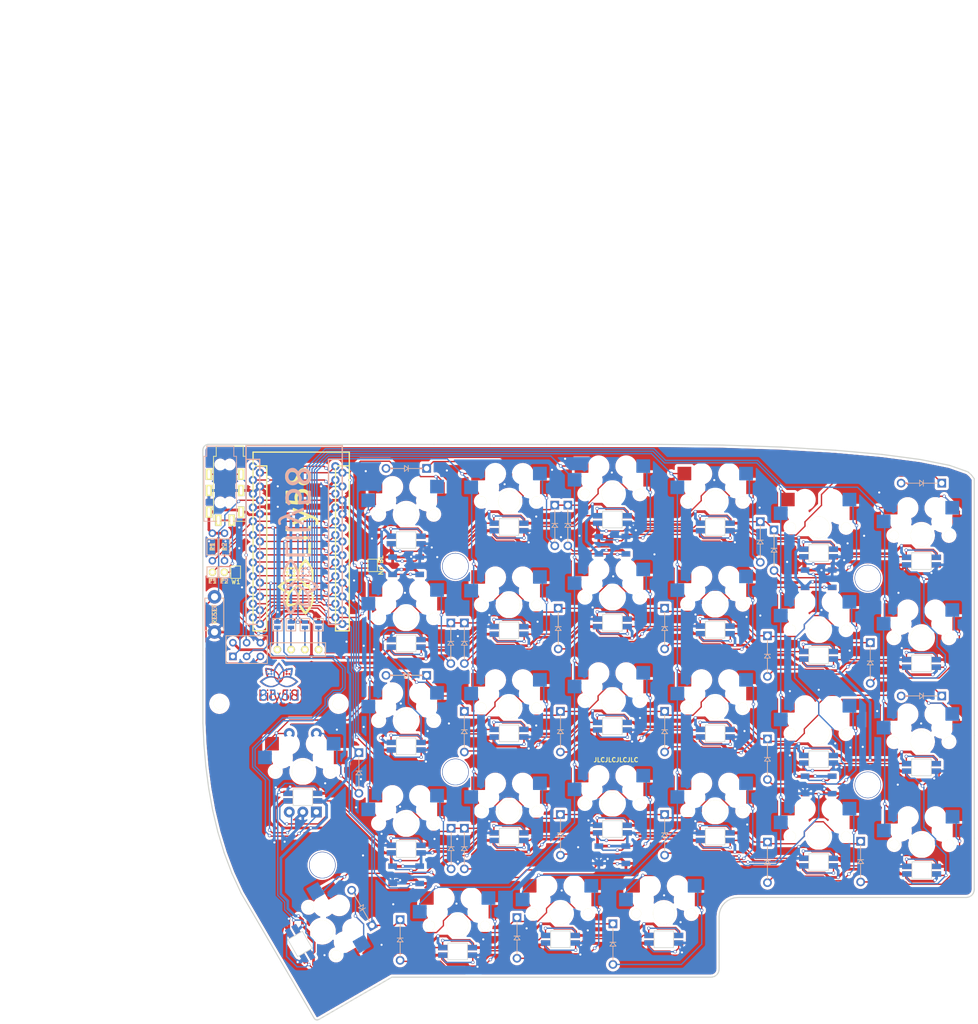
<source format=kicad_pcb>
(kicad_pcb (version 20211014) (generator pcbnew)
  (layers (0 "F.Cu" signal) (31 "B.Cu" signal) (34 "B.Paste" user) (35 "F.Paste" user) (36 "B.SilkS" user "B.Silkscreen") (37 "F.SilkS" user "F.Silkscreen") (38 "B.Mask" user) (39 "F.Mask" user) (44 "Edge.Cuts" user))
  (net 0 "")
  (net 1 "Net-(D1-Pad2)")
  (net 2 "row4")
  (net 3 "Net-(D2-Pad2)")
  (net 4 "Net-(D3-Pad2)")
  (net 5 "row0")
  (net 6 "Net-(D4-Pad2)")
  (net 7 "row1")
  (net 8 "Net-(D5-Pad2)")
  (net 9 "row2")
  (net 10 "Net-(D6-Pad2)")
  (net 11 "row3")
  (net 12 "Net-(D7-Pad2)")
  (net 13 "Net-(D8-Pad2)")
  (net 14 "Net-(D9-Pad2)")
  (net 15 "Net-(D10-Pad2)")
  (net 16 "Net-(D11-Pad2)")
  (net 17 "Net-(D12-Pad2)")
  (net 18 "Net-(D13-Pad2)")
  (net 19 "Net-(D14-Pad2)")
  (net 20 "Net-(D15-Pad2)")
  (net 21 "Net-(D16-Pad2)")
  (net 22 "Net-(D17-Pad2)")
  (net 23 "Net-(D18-Pad2)")
  (net 24 "Net-(D19-Pad2)")
  (net 25 "Net-(D20-Pad2)")
  (net 26 "Net-(D21-Pad2)")
  (net 27 "Net-(D22-Pad2)")
  (net 28 "Net-(D23-Pad2)")
  (net 29 "Net-(D24-Pad2)")
  (net 30 "Net-(D25-Pad2)")
  (net 31 "Net-(D26-Pad2)")
  (net 32 "Net-(D27-Pad2)")
  (net 33 "Net-(D28-Pad2)")
  (net 34 "VCC")
  (net 35 "GND")
  (net 36 "col0")
  (net 37 "col1")
  (net 38 "col2")
  (net 39 "col3")
  (net 40 "col4")
  (net 41 "col5")
  (net 42 "SDA")
  (net 43 "LED")
  (net 44 "SCL")
  (net 45 "RESET")
  (net 46 "Net-(D29-Pad2)")
  (net 47 "Net-(JP5-Pad1)")
  (net 48 "Net-(LED1-Pad2)")
  (net 49 "unconnected-(U1-Pad24)")
  (net 50 "unconnected-(U1-Pad7)")
  (net 51 "DATA")
  (net 52 "Net-(D30-Pad2)")
  (net 53 "Net-(LED2-Pad2)")
  (net 54 "Net-(JP2-Pad1)")
  (net 55 "Net-(JP3-Pad1)")
  (net 56 "Net-(JP4-Pad1)")
  (net 57 "Net-(J1-Pad4)")
  (net 58 "Net-(J1-Pad3)")
  (net 59 "Net-(LED3-Pad2)")
  (net 60 "Net-(LED11-Pad4)")
  (net 61 "Net-(LED13-Pad4)")
  (net 62 "Net-(LED12-Pad4)")
  (net 63 "Net-(LED7-Pad4)")
  (net 64 "Net-(LED13-Pad2)")
  (net 65 "Net-(LED15-Pad2)")
  (net 66 "Net-(D31-Pad2)")
  (net 67 "Net-(D32-Pad2)")
  (net 68 "Net-(D33-Pad4)")
  (net 69 "Net-(D34-Pad4)")
  (net 70 "Net-(LED8-Pad4)")
  (net 71 "Net-(LED19-Pad4)")
  (net 72 "Net-(LED21-Pad4)")
  (net 73 "Net-(LED23-Pad4)")
  (net 74 "Net-(LED28-Pad2)")
  (net 75 "Underglow_out")
  (net 76 "Net-(LED10-Pad2)")
  (net 77 "Net-(LED10-Pad4)")
  (net 78 "Net-(LED4-Pad2)")
  (net 79 "Net-(LED5-Pad2)")
  (net 80 "Net-(LED14-Pad2)")
  (net 81 "Net-(LED16-Pad2)")
  (net 82 "Net-(LED18-Pad2)")
  (net 83 "Net-(LED25-Pad2)")
  (net 84 "Net-(LED17-Pad2)")
  (net 85 "Net-(LED26-Pad2)")
  (net 86 "Net-(LED19-Pad2)")
  (net 87 "Net-(LED20-Pad4)")
  (net 88 "Net-(LED22-Pad4)")
  (net 89 "ENCB")
  (net 90 "ENCA")
  (net 91 "Net-(LED27-Pad2)")
  (net 92 "unconnected-(LED29-Pad2)")
  (footprint "Lily58-footprint:Diode-Doublesided-TH-7.5mm" (layer "F.Cu") (at 120.523 41.529)
    (fp_text reference "D1" hide)
    (fp_text value "D" hide)
  )
  (footprint "Lily58-footprint:Diode-Doublesided-TH-7.5mm" (layer "F.Cu") (at 147.955 52.07 90)
    (fp_text reference "D2" hide)
    (fp_text value "D" hide)
  )
  (footprint "Lily58-footprint:Diode-Doublesided-TH-7.5mm" (layer "F.Cu") (at 150.368 52.07 90)
    (fp_text reference "D3" hide)
    (fp_text value "D" hide)
  )
  (footprint "Lily58-footprint:Diode-Doublesided-TH-7.5mm" (layer "F.Cu") (at 185.928 55.118 90)
    (fp_text reference "D4" hide)
    (fp_text value "D" hide)
  )
  (footprint "Lily58-footprint:Diode-Doublesided-TH-7.5mm" (layer "F.Cu") (at 188.468 56.642 90)
    (fp_text reference "D5" hide)
    (fp_text value "D" hide)
  )
  (footprint "Lily58-footprint:Diode-Doublesided-TH-7.5mm" (layer "F.Cu") (at 215.7 44.25)
    (fp_text reference "D6" hide)
    (fp_text value "D" hide)
  )
  (footprint "Lily58-footprint:Diode-Doublesided-TH-7.5mm" (layer "F.Cu") (at 128.75 73.81875 90)
    (fp_text reference "D7" hide)
    (fp_text value "D" hide)
  )
  (footprint "Lily58-footprint:Diode-Doublesided-TH-7.5mm" (layer "F.Cu") (at 131.25254 73.81875 90)
    (fp_text reference "D8" hide)
    (fp_text value "D" hide)
  )
  (footprint "Lily58-footprint:Diode-Doublesided-TH-7.5mm" (layer "F.Cu") (at 148.59 71.12 90)
    (fp_text reference "D9" hide)
    (fp_text value "D" hide)
  )
  (footprint "Lily58-footprint:Diode-Doublesided-TH-7.5mm" (layer "F.Cu") (at 168.25 71.12 90)
    (fp_text reference "D10" hide)
    (fp_text value "D" hide)
  )
  (footprint "Lily58-footprint:Diode-Doublesided-TH-7.5mm" (layer "F.Cu") (at 187.25 76.2 90)
    (fp_text reference "D11" hide)
    (fp_text value "D" hide)
  )
  (footprint "Lily58-footprint:Diode-Doublesided-TH-7.5mm" (layer "F.Cu") (at 206.25 77.47 90)
    (fp_text reference "D12" hide)
    (fp_text value "D" hide)
  )
  (footprint "Lily58-footprint:Diode-Doublesided-TH-7.5mm" (layer "F.Cu") (at 120.523 79.756)
    (fp_text reference "D13" hide)
    (fp_text value "D" hide)
  )
  (footprint "Lily58-footprint:Diode-Doublesided-TH-7.5mm" (layer "F.Cu") (at 131.25 90.17 90)
    (fp_text reference "D14" hide)
    (fp_text value "D" hide)
  )
  (footprint "Lily58-footprint:Diode-Doublesided-TH-7.5mm" (layer "F.Cu") (at 149 90.17 90)
    (fp_text reference "D15" hide)
    (fp_text value "D" hide)
  )
  (footprint "Lily58-footprint:Diode-Doublesided-TH-7.5mm" (layer "F.Cu") (at 168.25 90.17 90)
    (fp_text reference "D16" hide)
    (fp_text value "D" hide)
  )
  (footprint "Lily58-footprint:Diode-Doublesided-TH-7.5mm" (layer "F.Cu") (at 187.25 95.25 90)
    (fp_text reference "D17" hide)
    (fp_text value "D" hide)
  )
  (footprint "Lily58-footprint:Diode-Doublesided-TH-7.5mm" (layer "F.Cu") (at 215.7 83.566)
    (fp_text reference "D18" hide)
    (fp_text value "D" hide)
  )
  (footprint "Lily58-footprint:Diode-Doublesided-TH-7.5mm" (layer "F.Cu") (at 128.8 111.76 90)
    (fp_text reference "D19" hide)
    (fp_text value "D" hide)
  )
  (footprint "Lily58-footprint:Diode-Doublesided-TH-7.5mm" (layer "F.Cu") (at 131.25 111.76 90)
    (fp_text reference "D20" hide)
    (fp_text value "D" hide)
  )
  (footprint "Lily58-footprint:Diode-Doublesided-TH-7.5mm" (layer "F.Cu") (at 149 109.22 90)
    (fp_text reference "D21" hide)
    (fp_text value "D" hide)
  )
  (footprint "Lily58-footprint:Diode-Doublesided-TH-7.5mm" (layer "F.Cu") (at 168.25 109.22 90)
    (fp_text reference "D22" hide)
    (fp_text value "D" hide)
  )
  (footprint "Lily58-footprint:Diode-Doublesided-TH-7.5mm" (layer "F.Cu") (at 187.25 114.3 90)
    (fp_text reference "D23" hide)
    (fp_text value "D" hide)
  )
  (footprint "Lily58-footprint:Diode-Doublesided-TH-7.5mm" (layer "F.Cu") (at 204.47 114.17 90)
    (fp_text reference "D24" hide)
    (fp_text value "D" hide)
  )
  (footprint "Lily58-footprint:Diode-Doublesided-TH-7.5mm" (layer "F.Cu") (at 111.76 97.79 90)
    (fp_text reference "D25" hide)
    (fp_text value "D" hide)
  )
  (footprint "Lily58-footprint:Diode-Doublesided-TH-7.5mm" (layer "F.Cu") (at 112.3 122.7 -60)
    (fp_text reference "D26" hide)
    (fp_text value "D" hide)
  )
  (footprint "Lily58-footprint:Diode-Doublesided-TH-7.5mm" (layer "F.Cu") (at 119.38 128.651 90)
    (fp_text reference "D27" hide)
    (fp_text value "D" hide)
  )
  (footprint "Lily58-footprint:Diode-Doublesided-TH-7.5mm" (layer "F.Cu") (at 140.97 128.27 90)
    (fp_text reference "D28" hide)
    (fp_text value "D" hide)
  )
  (footprint "Lily58-footprint:Diode-Doublesided-TH-7.5mm" (layer "F.Cu") (at 158.7 129.41 90)
    (fp_text reference "D29" hide)
    (fp_text value "D" hide)
  )
  (footprint "Lily58-footprint:RESISTOR_mini" (layer "F.Cu") (at 84.688035 56.039272 -90)
    (fp_text reference "R1")
    (fp_text value "R" hide)
  )
  (footprint "Lily58-footprint:RESISTOR_mini" (layer "F.Cu") (at 86.938035 56.039272 -90)
    (fp_text reference "R2")
    (fp_text value "R" hide)
  )
  (footprint "Lily58-footprint:MX_Socket_18mm" (layer "F.Cu") (at 120.5 50)
    (fp_text reference "SW1" hide)
    (fp_text value "SW_PUSH" hide)
  )
  (footprint "Lily58-footprint:MX_Socket_18mm" (layer "F.Cu") (at 139.5 47.6)
    (fp_text reference "SW2" hide)
    (fp_text value "SW_PUSH" hide)
  )
  (footprint "Lily58-footprint:MX_Socket_18mm" (layer "F.Cu") (at 158.6 46.21)
    (fp_text reference "SW3" hide)
    (fp_text value "SW_PUSH" hide)
  )
  (footprint "Lily58-footprint:MX_Socket_18mm" (layer "F.Cu") (at 177.6 47.6)
    (fp_text reference "SW4" hide)
    (fp_text value "SW_PUSH" hide)
  )
  (footprint "Lily58-footprint:MX_Socket_18mm" (layer "F.Cu") (at 196.7 52.4)
    (fp_text reference "SW5" hide)
    (fp_text value "SW_PUSH" hide)
  )
  (footprint "Lily58-footprint:MX_Socket_18mm" (layer "F.Cu") (at 215.7 53.9)
    (fp_text reference "SW6" hide)
    (fp_text value "SW_PUSH" hide)
  )
  (footprint "Lily58-footprint:MX_Socket_18mm" (layer "F.Cu") (at 139.5 66.7)
    (fp_text reference "SW8" hide)
    (fp_text value "SW_PUSH" hide)
  )
  (footprint "Lily58-footprint:MX_Socket_18mm" (layer "F.Cu") (at 158.6 65.3)
    (fp_text reference "SW9" hide)
    (fp_text value "SW_PUSH" hide)
  )
  (footprint "Lily58-footprint:MX_Socket_18mm" (layer "F.Cu") (at 177.6 66.6)
    (fp_text reference "SW10" hide)
    (fp_text value "SW_PUSH" hide)
  )
  (footprint "Lily58-footprint:MX_Socket_18mm" (layer "F.Cu") (at 196.7 71.3)
    (fp_text reference "SW11" hide)
    (fp_text value "SW_PUSH" hide)
  )
  (footprint "Lily58-footprint:MX_Socket_18mm" (layer "F.Cu") (at 215.7 72.8)
    (fp_text reference "SW12" hide)
    (fp_text value "SW_PUSH" hide)
  )
  (footprint "Lily58-footprint:MX_Socket_18mm" (layer "F.Cu") (at 120.5 88.1)
    (fp_text reference "SW13" hide)
    (fp_text value "SW_PUSH" hide)
  )
  (footprint "Lily58-footprint:MX_Socket_18mm" (layer "F.Cu") (at 139.5 85.7)
    (fp_text reference "SW14" hide)
    (fp_text value "SW_PUSH" hide)
  )
  (footprint "Lily58-footprint:MX_Socket_18mm" (layer "F.Cu") (at 158.6 84.4)
    (fp_text reference "SW15" hide)
    (fp_text value "SW_PUSH" hide)
  )
  (footprint "Lily58-footprint:MX_Socket_18mm" (layer "F.Cu") (at 177.6 85.7)
    (fp_text reference "SW16" hide)
    (fp_text value "SW_PUSH" hide)
  )
  (footprint "Lily58-footprint:MX_Socket_18mm" (layer "F.Cu") (at 196.7 90.5)
    (fp_text reference "SW17" hide)
    (fp_text value "SW_PUSH" hide)
  )
  (footprint "Lily58-footprint:MX_Socket_18mm" (layer "F.Cu") (at 215.7 92)
    (fp_text reference "SW18" hide)
    (fp_text value "SW_PUSH" hide)
  )
  (footprint "Lily58-footprint:MX_Socket_18mm" (layer "F.Cu") (at 120.5 107.1)
    (fp_text reference "SW19" hide)
    (fp_text value "SW_PUSH" hide)
  )
  (footprint "Lily58-footprint:MX_Socket_18mm" (layer "F.Cu") (at 139.5 104.8)
    (fp_text reference "SW20" hide)
    (fp_text value "SW_PUSH" hide)
  )
  (footprint "Lily58-footprint:MX_Socket_18mm" (layer "F.Cu") (at 158.6 103.4)
    (fp_text reference "SW21" hide)
    (fp_text value "SW_PUSH" hide)
  )
  (footprint "Lily58-footprint:MX_Socket_18mm" (layer "F.Cu") (at 177.6 104.8)
    (fp_text reference "SW22" hide)
    (fp_text value "SW_PUSH" hide)
  )
  (footprint "Lily58-footprint:MX_Socket_18mm" (layer "F.Cu") (at 196.7 109.5)
    (fp_text reference "SW23" hide)
    (fp_text value "SW_PUSH" hide)
  )
  (footprint "Lily58-footprint:MX_Socket_18mm" (layer "F.Cu") (at 215.75 111)
    (fp_text reference "SW24" hide)
    (fp_text value "SW_PUSH" hide)
  )
  (footprint "Lily58-footprint:MX_Socket_18mm" (layer "F.Cu") (at 101.4 97.5)
    (fp_text reference "SW25" hide)
    (fp_text value "SW_PUSH" hide)
  )
  (footprint "Lily58-footprint:MX_Socket_18mm" (layer "F.Cu") (at 105 127 -60)
    (fp_text reference "SW26" hide)
    (fp_text value "SW_PUSH" hide)
  )
  (footprint "Lily58-footprint:MX_Socket_18mm" (layer "F.Cu") (at 130 126)
    (fp_text reference "SW27" hide)
    (fp_text value "SW_PUSH" hide)
  )
  (footprint "Lily58-footprint:MX_Socket_18mm" (layer "F.Cu") (at 149 123.75)
    (fp_text reference "SW28" hide)
    (fp_text value "SW_PUSH" hide)
  )
  (footprint "Lily58-footprint:MX_Socket_18mm" (layer "F.Cu") (at 168.1 123.75)
    (fp_text reference "SW29" hide)
    (fp_text value "SW_PUSH" hide)
  )
  (footprint "Lily58-footprint:MJ-4PP-9" (layer "F.Cu") (at 87.9 39.3)
    (fp_text reference "J1" hide)
    (fp_text value "4PIN" hide)
  )
  (footprint "Lily58-footprint:HOLE_M2" (layer "F.Cu") (at 86 85)
    (fp_text reference "TH1" hide)
    (fp_text value "HOLE" hide)
  )
  (footprint "Lily58-footprint:HOLE_M2" (layer "F.Cu") (at 108 85)
    (fp_text reference "TH2" hide)
    (fp_text value "HOLE" hide)
  )
  (footprint "Lily58-footprint:HOLE_M2_TH" (layer "F.Cu") (at 129.6 59.6)
    (fp_text reference "TH3" hide)
    (fp_text value "HOLE" hide)
  )
  (footprint "Lily58-footprint:HOLE_M2_TH" (layer "F.Cu") (at 205.8 61.8)
    (fp_text reference "TH4" hide)
    (fp_text value "HOLE" hide)
  )
  (footprint "Lily58-footprint:HOLE_M2_TH" (layer "F.Cu") (at 129.6 97.6)
    (fp_text reference "TH5" hide)
    (fp_text value "HOLE" hide)
  )
  (footprint "Lily58-footprint:HOLE_M2_TH" (layer "F.Cu") (at 205.8 100)
    (fp_text reference "TH6" hide)
    (fp_text value "HOLE" hide)
  )
  (footprint "Lily58-footprint:HOLE_M2_TH" (layer "F.Cu") (at 105 114.8 90)
    (fp_text reference "TH7" hide)
    (fp_text value "HOLE" hide)
  )
  (footprint "Lily58-footprint:TACT_SWITCH_TVBP06" (layer "F.Cu") (at 85.09 68.5 90)
    (fp_text reference "RSW1" hide)
    (fp_text value "SW_RST" hide)
  )
  (footprint "Lily58-footprint:ProMicro_rev2" (layer "F.Cu") (at 101 55.9)
    (fp_text reference "U1" hide)
    (fp_text value "ProMicro" hide)
  )
  (footprint "Lily58-footprint:Jumper" (layer "F.Cu") (at 99.2 70.4 90)
    (fp_text reference "JP4" hide)
    (fp_text value "Jumper_NO_Small" hide)
  )
  (footprint "Lily58-footprint:Jumper" (layer "F.Cu") (at 96.7 70.4 90)
    (fp_text reference "JP5" hide)
    (fp_text value "Jumper_NO_Small" hide)
  )
  (footprint "Lily58-footprint:MY_SIL-4" (layer "F.Cu") (at 96.7 75)
    (fp_text reference "P4" hide)
    (fp_text value "OLED" hide)
  )
  (footprint "Lily58-footprint:Jumper" (layer "F.Cu") (at 101.8 70.4 90)
    (fp_text reference "JP3" hide)
    (fp_text value "Jumper_NO_Small" hide)
  )
  (footprint "Lily58-footprint:Jumper" (layer "F.Cu") (at 104.3 70.4 90)
    (fp_text reference "JP2" hide)
    (fp_text value "Jumper_NO_Small" hide)
  )
  (footprint "Lily58-footprint:ICSP" (layer "F.Cu") (at 91.023973 74.993759 90)
    (fp_text reference "P3" hide)
    (fp_text value "ICSP" hide)
  )
  (footprint "Lily58-footprint:lily58_logo_3" (layer "F.Cu") (at 100.5 55 90)
    (fp_text reference "G***" hide)
    (fp_text value "LOGO" hide)
  )
  (footprint "Lily58-footprint:lily58_logo_2" (layer "F.Cu") (at 97 81.2)
    (fp_text reference "G***" hide)
    (fp_text value "LOGO" hide)
  )
  (footprint "Lily58-footprint:SK6812MINI-E" (layer "F.Cu") (at 177.6 52.35)
    (fp_text reference "LED4")
    (fp_text value "YS-SK6812MINI-E" hide)
    (fp_line (start -1.8 -1.55) (end -1.8 1.55) (layer "Edge.Cuts") (width 0.12))
    (fp_line (start 1.8 -1.55) (end -1.8 -1.55) (layer "Edge.Cuts") (width 0.12))
    (fp_line (start -1.8 1.55) (end 1.8 1.55) (layer "Edge.Cuts") (width 0.12))
    (fp_line (start 1.8 1.55) (end 1.8 -1.55) (layer "Edge.Cuts") (width 0.12))
  )
  (footprint "Lily58-footprint:SK6812MINI-E" (layer "F.Cu") (at 100.886379 129.375 -60)
    (fp_text reference "LED26")
    (fp_text value "YS-SK6812MINI-E" hide)
    (fp_line (start -1.8 1.55) (end 1.8 1.55) (layer "Edge.Cuts") (width 0.12))
    (fp_line (start 1.8 -1.55) (end -1.8 -1.55) (layer "Edge.Cuts") (width 0.12))
    (fp_line (start -1.8 -1.55) (end -1.8 1.55) (layer "Edge.Cuts") (width 0.12))
    (fp_line (start 1.8 1.55) (end 1.8 -1.55) (layer "Edge.Cuts") (width 0.12))
  )
  (footprint "Lily58-footprint:SK6812MINI-E" (layer "F.Cu") (at 120.5 54.75)
    (fp_text reference "LED1")
    (fp_text value "YS-SK6812MINI-E" hide)
    (fp_line (start 1.8 -1.55) (end -1.8 -1.55) (layer "Edge.Cuts") (width 0.12))
    (fp_line (start 1.8 1.55) (end 1.8 -1.55) (layer "Edge.Cuts") (width 0.12))
    (fp_line (start -1.8 1.55) (end 1.8 1.55) (layer "Edge.Cuts") (width 0.12))
    (fp_line (start -1.8 -1.55) (end -1.8 1.55) (layer "Edge.Cuts") (width 0.12))
  )
  (footprint "Lily58-footprint:SK6812MINI-E" (layer "F.Cu") (at 177.6 109.55 180)
    (fp_text reference "LED22")
    (fp_text value "YS-SK6812MINI-E" hide)
    (fp_line (start 1.8 -1.55) (end -1.8 -1.55) (layer "Edge.Cuts") (width 0.12))
    (fp_line (start 1.8 1.55) (end 1.8 -1.55) (layer "Edge.Cuts") (width 0.12))
    (fp_line (start -1.8 1.55) (end 1.8 1.55) (layer "Edge.Cuts") (width 0.12))
    (fp_line (start -1.8 -1.55) (end -1.8 1.55) (layer "Edge.Cuts") (width 0.12))
  )
  (footprint "Lily58-footprint:WS2812B-double sided" (layer "F.Cu") (at 196.7 100)
    (fp_text reference "D35")
    (fp_text value "WS2812B")
  )
  (footprint "Lily58-footprint:WS2812B-double sided" (layer "F.Cu") (at 120.5 59.5 180)
    (fp_text reference "D30")
    (fp_text value "WS2812B")
  )
  (footprint "Lily58-footprint:jumper_data" (layer "F.Cu") (at 89 60.7 90)
    (fp_text reference "W1")
    (fp_text value "jumper" hide)
  )
  (footprint "Lily58-footprint:SK6812MINI-E" (layer "F.Cu") (at 149 128.5)
    (fp_text reference "LED28")
    (fp_text value "YS-SK6812MINI-E" hide)
    (fp_line (start 1.8 -1.55) (end -1.8 -1.55) (layer "Edge.Cuts") (width 0.12))
    (fp_line (start -1.8 1.55) (end 1.8 1.55) (layer "Edge.Cuts") (width 0.12))
    (fp_line (start -1.8 -1.55) (end -1.8 1.55) (layer "Edge.Cuts") (width 0.12))
    (fp_line (start 1.8 1.55) (end 1.8 -1.55) (layer "Edge.Cuts") (width 0.12))
  )
  (footprint "Lily58-footprint:WS2812B-double sided" (layer "F.Cu") (at 158.6 55.71 180)
    (fp_text reference "D31")
    (fp_text value "WS2812B")
  )
  (footprint "Lily58-footprint:WS2812B-double sided" (layer "F.Cu") (at 158.6 112.9)
    (fp_text reference "D34")
    (fp_text value "WS2812B")
  )
  (footprint "Lily58-footprint:MX_Socket_18mm" (layer "F.Cu") (at 120.5 69.1)
    (fp_text reference "SW7" hide)
    (fp_text value "SW_PUSH" hide)
  )
  (footprint "Lily58-footprint:WS2812B-double sided" (layer "F.Cu") (at 120.5 116.6)
    (fp_text reference "D33")
    (fp_text value "WS2812B")
  )
  (footprint "Lily58-footprint:1pin_conn" (layer "F.Cu") (at 86.9 60.7)
    (fp_text reference "P2")
    (fp_text value "i2c_pin" hide)
  )
  (footprint "Lily58-footprint:SK6812MINI-E" (layer "F.Cu") (at 101.4 102.25 180)
    (fp_text reference "LED25")
    (fp_text value "YS-SK6812MINI-E" hide)
    (fp_line (start -1.8 -1.55) (end -1.8 1.55) (layer "Edge.Cuts") (width 0.12))
    (fp_line (start 1.8 -1.55) (end -1.8 -1.55) (layer "Edge.Cuts") (width 0.12))
    (fp_line (start 1.8 1.55) (end 1.8 -1.55) (layer "Edge.Cuts") (width 0.12))
    (fp_line (start -1.8 1.55) (end 1.8 1.55) (layer "Edge.Cuts") (width 0.12))
  )
  (footprint "Lily58-footprint:SK6812MINI-E" (layer "F.Cu") (at 120.5 73.85 180)
    (fp_text reference "LED7")
    (fp_text value "YS-SK6812MINI-E" hide)
    (fp_line (start -1.8 1.55) (end 1.8 1.55) (layer "Edge.Cuts") (width 0.12))
    (fp_line (start 1.8 1.55) (end 1.8 -1.55) (layer "Edge.Cuts") (width 0.12))
    (fp_line (start -1.8 -1.55) (end -1.8 1.55) (layer "Edge.Cuts") (width 0.12))
    (fp_line (start 1.8 -1.55) (end -1.8 -1.55) (layer "Edge.Cuts") (width 0.12))
  )
  (footprint "Lily58-footprint:SK6812MINI-E" (layer "F.Cu") (at 158.6 89.15)
    (fp_text reference "LED15")
    (fp_text value "YS-SK6812MINI-E" hide)
    (fp_line (start 1.8 1.55) (end 1.8 -1.55) (layer "Edge.Cuts") (width 0.12))
    (fp_line (start 1.8 -1.55) (end -1.8 -1.55) (layer "Edge.Cuts") (width 0.12))
    (fp_line (start -1.8 1.55) (end 1.8 1.55) (layer "Edge.Cuts") (width 0.12))
    (fp_line (start -1.8 -1.55) (end -1.8 1.55) (layer "Edge.Cuts") (width 0.12))
  )
  (footprint "Lily58-footprint:SK6812MINI-E" (layer "F.Cu") (at 215.7 77.55 180)
    (fp_text reference "LED12")
    (fp_text value "YS-SK6812MINI-E" hide)
    (fp_line (start -1.8 1.55) (end 1.8 1.55) (layer "Edge.Cuts") (width 0.12))
    (fp_line (start 1.8 1.55) (end 1.8 -1.55) (layer "Edge.Cuts") (width 0.12))
    (fp_line (start 1.8 -1.55) (end -1.8 -1.55) (layer "Edge.Cuts") (width 0.12))
    (fp_line (start -1.8 -1.55) (end -1.8 1.55) (layer "Edge.Cuts") (width 0.12))
  )
  (footprint "Lily58-footprint:SK6812MINI-E" (layer "F.Cu") (at 215.7 58.65)
    (fp_text reference "LED6")
    (fp_text value "YS-SK6812MINI-E" hide)
    (fp_line (start -1.8 1.55) (end 1.8 1.55) (layer "Edge.Cuts") (width 0.12))
    (fp_line (start 1.8 1.55) (end 1.8 -1.55) (layer "Edge.Cuts") (width 0.12))
    (fp_line (start -1.8 -1.55) (end -1.8 1.55) (layer "Edge.Cuts") (width 0.12))
    (fp_line (start 1.8 -1.55) (end -1.8 -1.55) (layer "Edge.Cuts") (width 0.12))
  )
  (footprint "Lily58-footprint:SK6812MINI-E" (layer "F.Cu") (at 196.7 95.25)
    (fp_text reference "LED17")
    (fp_text value "YS-SK6812MINI-E" hide)
    (fp_line (start -1.8 -1.55) (end -1.8 1.55) (layer "Edge.Cuts") (width 0.12))
    (fp_line (start 1.8 1.55) (end 1.8 -1.55) (layer "Edge.Cuts") (width 0.12))
    (fp_line (start -1.8 1.55) (end 1.8 1.55) (layer "Edge.Cuts") (width 0.12))
    (fp_line (start 1.8 -1.55) (end -1.8 -1.55) (layer "Edge.Cuts") (width 0.12))
  )
  (footprint "Lily58-footprint:SK6812MINI-E" (layer "F.Cu") (at 158.6 108.15 180)
    (fp_text reference "LED21")
    (fp_text value "YS-SK6812MINI-E" hide)
    (fp_line (start -1.8 1.55) (end 1.8 1.55) (layer "Edge.Cuts") (width 0.12))
    (fp_line (start 1.8 -1.55) (end -1.8 -1.55) (layer "Edge.Cuts") (width 0.12))
    (fp_line (start 1.8 1.55) (end 1.8 -1.55) (layer "Edge.Cuts") (width 0.12))
    (fp_line (start -1.8 -1.55) (end -1.8 1.55) (layer "Edge.Cuts") (width 0.12))
  )
  (footprint "Lily58-footprint:SK6812MINI-E" (layer "F.Cu") (at 196.7 76.05 180)
    (fp_text reference "LED11")
    (fp_text value "YS-SK6812MINI-E" hide)
    (fp_line (start 1.8 1.55) (end 1.8 -1.55) (layer "Edge.Cuts") (width 0.12))
    (fp_line (start 1.8 -1.55) (end -1.8 -1.55) (layer "Edge.Cuts") (width 0.12))
    (fp_line (start -1.8 1.55) (end 1.8 1.55) (layer "Edge.Cuts") (width 0.12))
    (fp_line (start -1.8 -1.55) (end -1.8 1.55) (layer "Edge.Cuts") (width 0.12))
  )
  (footprint "Lily58-footprint:SK6812MINI-E" (layer "F.Cu") (at 158.6 50.96)
    (fp_text reference "LED3")
    (fp_text value "YS-SK6812MINI-E" hide)
    (fp_line (start -1.8 -1.55) (end -1.8 1.55) (layer "Edge.Cuts") (width 0.12))
    (fp_line (start 1.8 -1.55) (end -1.8 -1.55) (layer "Edge.Cuts") (width 0.12))
    (fp_line (start 1.8 1.55) (end 1.8 -1.55) (layer "Edge.Cuts") (width 0.12))
    (fp_line (start -1.8 1.55) (end 1.8 1.55) (layer "Edge.Cuts") (width 0.12))
  )
  (footprint "Lily58-footprint:WS2812B-double sided" (layer "F.Cu") (at 196.7 61.9 180)
    (fp_text reference "D32")
    (fp_text value "WS2812B")
  )
  (footprint "Lily58-footprint:SK6812MINI-E" (layer "F.Cu") (at 215.7 96.75)
    (fp_text reference "LED18")
    (fp_text value "YS-SK6812MINI-E" hide)
    (fp_line (start 1.8 -1.55) (end -1.8 -1.55) (layer "Edge.Cuts") (width 0.12))
    (fp_line (start -1.8 -1.55) (end -1.8 1.55) (layer "Edge.Cuts") (width 0.12))
    (fp_line (start -1.8 1.55) (end 1.8 1.55) (layer "Edge.Cuts") (width 0.12))
    (fp_line (start 1.8 1.55) (end 1.8 -1.55) (layer "Edge.Cuts") (width 0.12))
  )
  (footprint "Lily58-footprint:SK6812MINI-E" (layer "F.Cu") (at 139.5 109.55 180)
    (fp_text reference "LED20")
    (fp_text value "YS-SK6812MINI-E" hide)
    (fp_line (start -1.8 -1.55) (end -1.8 1.55) (layer "Edge.Cuts") (width 0.12))
    (fp_line (start 1.8 1.55) (end 1.8 -1.55) (layer "Edge.Cuts") (width 0.12))
    (fp_line (start 1.8 -1.55) (end -1.8 -1.55) (layer "Edge.Cuts") (width 0.12))
    (fp_line (start -1.8 1.55) (end 1.8 1.55) (layer "Edge.Cuts") (width 0.12))
  )
  (footprint "Lily58-footprint:SK6812MINI-E" (layer "F.Cu") (at 139.5 90.45)
    (fp_text reference "LED14")
    (fp_text value "YS-SK6812MINI-E" hide)
    (fp_line (start -1.8 1.55) (end 1.8 1.55) (layer "Edge.Cuts") (width 0.12))
    (fp_line (start -1.8 -1.55) (end -1.8 1.55) (layer "Edge.Cuts") (width 0.12))
    (fp_line (start 1.8 -1.55) (end -1.8 -1.55) (layer "Edge.Cuts") (width 0.12))
    (fp_line (start 1.8 1.55) (end 1.8 -1.55) (layer "Edge.Cuts") (width 0.12))
  )
  (footprint "Lily58-footprint:SK6812MINI-E" (layer "F.Cu") (at 196.7 57.15)
    (fp_text reference "LED5")
    (fp_text value "YS-SK6812MINI-E" hide)
    (fp_line (start 1.8 -1.55) (end -1.8 -1.55) (layer "Edge.Cuts") (width 0.12))
    (fp_line (start -1.8 1.55) (end 1.8 1.55) (layer "Edge.Cuts") (width 0.12))
    (fp_line (start -1.8 -1.55) (end -1.8 1.55) (layer "Edge.Cuts") (width 0.12))
    (fp_line (start 1.8 1.55) (end 1.8 -1.55) (layer "Edge.Cuts") (width 0.12))
  )
  (footprint "Lily58-footprint:Jumper" (layer "F.Cu") (at 114.3 59.436 -90)
    (fp_text reference "JP1" hide)
    (fp_text value "Jumper_NO_Small" hide)
  )
  (footprint "Lily58-footprint:SK6812MINI-E" (layer "F.Cu") (at 139.5 71.45 180)
    (fp_text reference "LED8")
    (fp_text value "YS-SK6812MINI-E" hide)
    (fp_line (start 1.8 -1.55) (end -1.8 -1.55) (layer "Edge.Cuts") (width 0.12))
    (fp_line (start -1.8 -1.55) (end -1.8 1.55) (layer "Edge.Cuts") (width 0.12))
    (fp_line (start 1.8 1.55) (end 1.8 -1.55) (layer "Edge.Cuts") (width 0.12))
    (fp_line (start -1.8 1.55) (end 1.8 1.55) (layer "Edge.Cuts") (width 0.12))
  )
  (footprint "Lily58-footprint:SK6812MINI-E" (layer "F.Cu") (at 168.1 128.5)
    (fp_text reference "LED29")
    (fp_text value "YS-SK6812MINI-E" hide)
    (fp_line (start 1.8 -1.55) (end -1.8 -1.55) (layer "Edge.Cuts") (width 0.12))
    (fp_line (start 1.8 1.55) (end 1.8 -1.55) (layer "Edge.Cuts") (width 0.12))
    (fp_line (start -1.8 1.55) (end 1.8 1.55) (layer "Edge.Cuts") (width 0.12))
    (fp_line (start -1.8 -1.55) (end -1.8 1.55) (layer "Edge.Cuts") (width 0.12))
  )
  (footprint "Lily58-footprint:SK6812MINI-E" (layer "F.Cu") (at 196.7 114.25 180)
    (fp_text reference "LED23")
    (fp_text value "YS-SK6812MINI-E" hide)
    (fp_line (start -1.8 1.55) (end 1.8 1.55) (layer "Edge.Cuts") (width 0.12))
    (fp_line (start 1.8 -1.55) (end -1.8 -1.55) (layer "Edge.Cuts") (width 0.12))
    (fp_line (start -1.8 -1.55) (end -1.8 1.55) (layer "Edge.Cuts") (width 0.12))
    (fp_line (start 1.8 1.55) (end 1.8 -1.55) (layer "Edge.Cuts") (width 0.12))
  )
  (footprint "Lily58-footprint:SK6812MINI-E" (layer "F.Cu") (at 215.75 115.75 180)
    (fp_text reference "LED24")
    (fp_text value "YS-SK6812MINI-E" hide)
    (fp_line (start 1.8 1.55) (end 1.8 -1.55) (layer "Edge.Cuts") (width 0.12))
    (fp_line (start -1.8 -1.55) (end -1.8 1.55) (layer "Edge.Cuts") (width 0.12))
    (fp_line (start 1.8 -1.55) (end -1.8 -1.55) (layer "Edge.Cuts") (width 0.12))
    (fp_line (start -1.8 1.55) (end 1.8 1.55) (layer "Edge.Cuts") (width 0.12))
  )
  (footprint "Lily58-footprint:1pin_conn" (layer "F.Cu") (at 84.7 60.7)
    (fp_text reference "P1")
    (fp_text value "i2c_pin" hide)
  )
  (footprint "Lily58-footprint:SK6812MINI-E" (layer "F.Cu") (at 130 130.75)
    (fp_text reference "LED27")
    (fp_text value "YS-SK6812MINI-E" hide)
    (fp_line (start -1.8 1.55) (end 1.8 1.55) (layer "Edge.Cuts") (width 0.12))
    (fp_line (start -1.8 -1.55) (end -1.8 1.55) (layer "Edge.Cuts") (width 0.12))
    (fp_line (start 1.8 -1.55) (end -1.8 -1.55) (layer "Edge.Cuts") (width 0.12))
    (fp_line (start 1.8 1.55) (end 1.8 -1.55) (layer "Edge.Cuts") (width 0.12))
  )
  (footprint "Lily58-footprint:SK6812MINI-E" (layer "F.Cu") (at 177.6 71.35 180)
    (fp_text reference "LED10")
    (fp_text value "YS-SK6812MINI-E" hide)
    (fp_line (start 1.8 -1.55) (end -1.8 -1.55) (layer "Edge.Cuts") (width 0.12))
    (fp_line (start 1.8 1.55) (end 1.8 -1.55) (layer "Edge.Cuts") (width 0.12))
    (fp_line (start -1.8 1.55) (end 1.8 1.55) (layer "Edge.Cuts") (width 0.12))
    (fp_line (start -1.8 -1.55) (end -1.8 1.55) (layer "Edge.Cuts") (width 0.12))
  )
  (footprint "Lily58-footprint:SK6812MINI-E" (layer "F.Cu") (at 120.5 92.85)
    (fp_text reference "LED13")
    (fp_text value "YS-SK6812MINI-E" hide)
    (fp_line (start -1.8 -1.55) (end -1.8 1.55) (layer "Edge.Cuts") (width 0.12))
    (fp_line (start -1.8 1.55) (end 1.8 1.55) (layer "Edge.Cuts") (width 0.12))
    (fp_line (start 1.8 1.55) (end 1.8 -1.55) (layer "Edge.Cuts") (width 0.12))
    (fp_line (start 1.8 -1.55) (end -1.8 -1.55) (layer "Edge.Cuts") (width 0.12))
  )
  (footprint "Lily58-footprint:SK6812MINI-E" (layer "F.Cu") (at 120.5 111.85 180)
    (fp_text reference "LED19")
    (fp_text value "YS-SK6812MINI-E" hide)
    (fp_line (start -1.8 -1.55) (end -1.8 1.55) (layer "Edge.Cuts") (width 0.12))
    (fp_line (start -1.8 1.55) (end 1.8 1.55) (layer "Edge.Cuts") (width 0.12))
    (fp_line (start 1.8 -1.55) (end -1.8 -1.55) (layer "Edge.Cuts") (width 0.12))
    (fp_line (start 1.8 1.55) (end 1.8 -1.55) (layer "Edge.Cuts") (width 0.12))
  )
  (footprint "Lily58-footprint:SK6812MINI-E" (layer "F.Cu") (at 139.5 52.35)
    (fp_text reference "LED2")
    (fp_text value "YS-SK6812MINI-E" hide)
    (fp_line (start -1.8 -1.55) (end -1.8 1.55) (layer "Edge.Cuts") (width 0.12))
    (fp_line (start 1.8 1.55) (end 1.8 -1.55) (layer "Edge.Cuts") (width 0.12))
    (fp_line (start 1.8 -1.55) (end -1.8 -1.55) (layer "Edge.Cuts") (width 0.12))
    (fp_line (start -1.8 1.55) (end 1.8 1.55) (layer "Edge.Cuts") (width 0.12))
  )
  (footprint "Lily58-footprint:SK6812MINI-E" (layer "F.Cu") (at 158.6 70.05 180)
    (fp_text reference "LED9")
    (fp_text value "YS-SK6812MINI-E" hide)
    (fp_line (start 1.8 -1.55) (end -1.8 -1.55) (layer "Edge.Cuts") (width 0.12))
    (fp_line (start -1.8 -1.55) (end -1.8 1.55) (layer "Edge.Cuts") (width 0.12))
    (fp_line (start -1.8 1.55) (end 1.8 1.55) (layer "Edge.Cuts") (width 0.12))
    (fp_line (start 1.8 1.55) (end 1.8 -1.55) (layer "Edge.Cuts") (width 0.12))
  )
  (footprint "Lily58-footprint:SK6812MINI-E" (layer "F.Cu") (at 177.6 90.45)
    (fp_text reference "LED16")
    (fp_text value "YS-SK6812MINI-E" hide)
    (fp_line (start 1.8 1.55) (end 1.8 -1.55) (layer "Edge.Cuts") (width 0.12))
    (fp_line (start 1.8 -1.55) (end -1.8 -1.55) (layer "Edge.Cuts") (width 0.12))
    (fp_line (start -1.8 -1.55) (end -1.8 1.55) (layer "Edge.Cuts") (width 0.12))
    (fp_line (start -1.8 1.55) (end 1.8 1.55) (layer "Edge.Cuts") (width 0.12))
  )
  (footprint "Lily58-footprint:lily58_logo_2" (layer "B.Cu") (at 97 81.2 180)
    (fp_text reference "G***" hide)
    (fp_text value "LOGO" hide)
  )
  (footprint "Lily58-footprint:Jumper" (layer "B.Cu") (at 104.3 70.4 90)
    (fp_text reference "JP6" hide)
    (fp_text value "Jumper_NO_Small" hide)
  )
  (footprint "Lily58-footprint:Jumper" (layer "B.Cu") (at 101.8 70.4 90)
    (fp_text reference "JP7" hide)
    (fp_text value "Jumper_NO_Small" hide)
  )
  (footprint "Lily58-footprint:Jumper" (layer "B.Cu") (at 99.2 70.4 90)
    (fp_text reference "JP8" hide)
    (fp_text value "Jumper_NO_Small" hide)
  )
  (footprint "Lily58-footprint:Jumper" (layer "B.Cu") (at 96.7 70.4 90)
    (fp_text reference "JP9" hide)
    (fp_text value "Jumper_NO_Small" hide)
  )
  (footprint "Lily58-footprint:lily58_logo_3" (layer "B.Cu") (at 100.6 55 90)
    (fp_text reference "G***" hide)
    (fp_text value "LOGO" hide)
  )
  (footprint "Lily58-footprint:RotaryEncoder_EC11-no-legs_noSS" (layer "B.Cu") (at 101.4 97.5 90)
    (fp_text reference "SW30")
    (fp_text value "RotaryEncoder_Switch")
  )
  (gr_line (start 104.803877 37.086762) (end 94.4 37.086762) (layer "Edge.Cuts") (width 0.2))
  (gr_line (start 82.937528 82.285296) (end 82.937528 75.978362) (layer "Edge.Cuts") (width 0.2))
  (gr_line (start 82.937528 75.978362) (end 82.937528 69.671429) (layer "Edge.Cuts") (width 0.2))
  (gr_line (start 82.937528 88.592229) (end 82.937528 82.285296) (layer "Edge.Cuts") (width 0.2))
  (gr_line (start 177.658308 135.25566) (end 177.4035 135.393876) (layer "Edge.Cuts") (width 0.2))
  (gr_line (start 83.776462 37.108075) (end 83.98821 37.086762) (layer "Edge.Cuts") (width 0.2))
  (gr_line (start 93.344258 125.721062) (end 95.019952 128.587381) (layer "Edge.Cuts") (width 0.2))
  (gr_line (start 224.544152 120.671952) (end 224.262495 120.759288) (layer "Edge.Cuts") (width 0.2))
  (gr_line (start 162.080304 135.511658) (end 169.449826 135.511658) (layer "Edge.Cuts") (width 0.2))
  (gr_line (start 225.46 71.881623) (end 225.46 81.363245) (layer "Edge.Cuts") (width 0.2))
  (gr_line (start 112.83523 138.421062) (end 114.510925 137.450923) (layer "Edge.Cuts") (width 0.2))
  (gr_line (start 111.159536 139.391201) (end 112.83523 138.421062) (layer "Edge.Cuts") (width 0.2))
  (gr_line (start 94.4 37.086762) (end 83.98821 37.086762) (layer "Edge.Cuts") (width 0.2))
  (gr_line (start 91.668563 122.854742) (end 93.344258 125.721062) (layer "Edge.Cuts") (width 0.2))
  (gr_line (start 178.319348 130.379933) (end 178.319348 131.597973) (layer "Edge.Cuts") (width 0.2))
  (gr_line (start 89.992869 119.988423) (end 91.668563 122.854742) (layer "Edge.Cuts") (width 0.2))
  (gr_line (start 178.319348 124.289735) (end 178.390391 123.583911) (layer "Edge.Cuts") (width 0.2))
  (gr_line (start 225.459999 119.289735) (end 225.429552 119.592231) (layer "Edge.Cuts") (width 0.2))
  (gr_line (start 125.619545 37.086762) (end 115.211711 37.086762) (layer "Edge.Cuts") (width 0.2))
  (gr_line (start 125.232695 135.511658) (end 132.602217 135.511658) (layer "Edge.Cuts") (width 0.2))
  (gr_line (start 225.46 100.32649) (end 225.46 109.808112) (layer "Edge.Cuts") (width 0.2))
  (gr_line (start 181.113524 120.860778) (end 181.819348 120.789735) (layer "Edge.Cuts") (width 0.2))
  (gr_line (start 225.204001 120.128696) (end 225.020912 120.350648) (layer "Edge.Cuts") (width 0.2))
  (gr_line (start 225.46 109.808112) (end 225.46 119.289735) (layer "Edge.Cuts") (width 0.2))
  (gr_line (start 218.692418 120.789735) (end 223.959999 120.789735) (layer "Edge.Cuts") (width 0.2))
  (gr_line (start 103.714328 143.322532) (end 103.84247 143.386445) (layer "Edge.Cuts") (width 0.2))
  (gr_line (start 197.622092 120.789735) (end 202.889673 120.789735) (layer "Edge.Cuts") (width 0.2))
  (gr_line (start 224.79896 120.533736) (end 224.544152 120.671952) (layer "Edge.Cuts") (width 0.2))
  (gr_line (start 103.491837 143.08815) (end 103.597295 143.222884) (layer "Edge.Cuts") (width 0.2))
  (gr_line (start 208.157255 120.789735) (end 213.424836 120.789735) (layer "Edge.Cuts") (width 0.2))
  (gr_line (start 82.959523 37.925015) (end 83.020657 37.727855) (layer "Edge.Cuts") (width 0.2))
  (gr_line (start 215.525697 39.885159) (end 208.420758 38.945561) (layer "Edge.Cuts") (width 0.2))
  (gr_line (start 224.9 42.7) (end 225.46 43.436755) (layer "Edge.Cuts") (width 0.2))
  (gr_line (start 178.319348 134.011658) (end 178.288901 134.314154) (layer "Edge.Cuts") (width 0.2))
  (gr_line (start 101.72273 140.052659) (end 103.398425 142.918979) (layer "Edge.Cuts") (width 0.2))
  (gr_line (start 225.46 43.436755) (end 225.46 52.918378) (layer "Edge.Cuts") (width 0.2))
  (gr_line (start 83.020657 37.727855) (end 83.117409 37.549489) (layer "Edge.Cuts") (width 0.2))
  (gr_line (start 84.020972 100.690825) (end 84.747083 104.695246) (layer "Edge.Cuts") (width 0.2))
  (gr_line (start 225.46 62.4) (end 225.46 71.881623) (layer "Edge.Cuts") (width 0.2))
  (gr_line (start 88.291758 116.318073) (end 89.992869 119.988423) (layer "Edge.Cuts") (width 0.2))
  (gr_line (start 139.971738 135.511658) (end 147.34126 135.511658) (layer "Edge.Cuts") (width 0.2))
  (gr_line (start 178.390391 123.583911) (end 178.594174 122.926713) (layer "Edge.Cuts") (width 0.2))
  (gr_line (start 178.916678 122.33216) (end 179.343884 121.814271) (layer "Edge.Cuts") (width 0.2))
  (gr_line (start 178.319348 124.289735) (end 178.319348 125.507775) (layer "Edge.Cuts") (width 0.2))
  (gr_line (start 208.420758 38.945561) (end 199.807654 38.170488) (layer "Edge.Cuts") (width 0.2))
  (gr_line (start 189.919538 37.585374) (end 178.989563 37.215654) (layer "Edge.Cuts") (width 0.2))
  (gr_line (start 116.186619 136.480784) (end 117.862313 135.510645) (layer "Edge.Cuts") (width 0.2))
  (gr_line (start 156.843047 37.086762) (end 146.435213 37.086762) (layer "Edge.Cuts") (width 0.2))
  (gr_line (start 178.063349 134.850619) (end 177.880261 135.072571) (layer "Edge.Cuts") (width 0.2))
  (gr_line (start 147.34126 135.511658) (end 154.710782 135.511658) (layer "Edge.Cuts") (width 0.2))
  (gr_line (start 177.880261 135.072571) (end 177.658308 135.25566) (layer "Edge.Cuts") (width 0.2))
  (gr_line (start 224.262495 120.759288) (end 223.959999 120.789735) (layer "Edge.Cuts") (width 0.2))
  (gr_line (start 104.130206 143.404468) (end 104.288864 143.357278) (layer "Edge.Cuts") (width 0.2))
  (gr_line (start 224.9 42.7) (end 224.278471 42.15619) (layer "Edge.Cuts") (width 0.2))
  (gr_line (start 82.937528 50.750629) (end 82.937528 44.443695) (layer "Edge.Cuts") (width 0.2))
  (gr_line (start 82.937528 44.443695) (end 82.937528 38.136762) (layer "Edge.Cuts") (width 0.2))
  (gr_line (start 178.319348 127.943854) (end 178.319348 129.161894) (layer "Edge.Cuts") (width 0.2))
  (gr_line (start 107.808147 141.331479) (end 109.483841 140.36134) (layer "Edge.Cuts") (width 0.2))
  (gr_line (start 225.429552 119.592231) (end 225.342217 119.873887) (layer "Edge.Cuts") (width 0.2))
  (gr_line (start 132.602217 135.511658) (end 139.971738 135.511658) (layer "Edge.Cuts") (width 0.2))
  (gr_line (start 83.24557 37.394123) (end 83.400937 37.265961) (layer "Edge.Cuts") (width 0.2))
  (gr_line (start 82.937528 38.136762) (end 82.959523 37.925015) (layer "Edge.Cuts") (width 0.2))
  (gr_line (start 220.889319 40.963847) (end 215.525697 39.885159) (layer "Edge.Cuts") (width 0.2))
  (gr_line (start 95.019952 128.587381) (end 96.695647 131.453701) (layer "Edge.Cuts") (width 0.2))
  (gr_line (start 178.319348 131.597973) (end 178.319348 132.816013) (layer "Edge.Cuts") (width 0.2))
  (gr_line (start 225.020912 120.350648) (end 224.79896 120.533736) (layer "Edge.Cuts") (width 0.2))
  (gr_line (start 178.319348 126.725814) (end 178.319348 127.943854) (layer "Edge.Cuts") (width 0.2))
  (gr_line (start 213.424836 120.789735) (end 218.692418 120.789735) (layer "Edge.Cuts") (width 0.2))
  (gr_line (start 178.594174 122.926713) (end 178.916678 122.33216) (layer "Edge.Cuts") (width 0.2))
  (gr_line (start 225.342217 119.873887) (end 225.204001 120.128696) (layer "Edge.Cuts") (width 0.2))
  (gr_line (start 167.250881 37.086762) (end 156.843047 37.086762) (layer "Edge.Cuts") (width 0.2))
  (gr_line (start 180.456326 121.064561) (end 181.113524 120.860778) (layer "Edge.Cuts") (width 0.2))
  (gr_line (start 83.13569 92.617561) (end 83.490297 96.657663) (layer "Edge.Cuts") (width 0.2))
  (gr_line (start 103.597295 143.222884) (end 103.714328 143.322532) (layer "Edge.Cuts") (width 0.2))
  (gr_line (start 117.862313 135.510645) (end 125.232695 135.511658) (layer "Edge.Cuts") (width 0.2))
  (gr_line (start 109.483841 140.36134) (end 111.159536 139.391201) (layer "Edge.Cuts") (width 0.2))
  (gr_line (start 225.46 81.363245) (end 225.46 90.844867) (layer "Edge.Cuts") (width 0.2))
  (gr_line (start 96.695647 131.453701) (end 98.371341 134.32002) (layer "Edge.Cuts") (width 0.2))
  (gr_line (start 115.211711 37.086762) (end 104.803877 37.086762) (layer "Edge.Cuts") (width 0.2))
  (gr_line (start 224.278471 42.15619) (end 220.889319 40.963847) (layer "Edge.Cuts") (width 0.2))
  (gr_line (start 82.937528 57.057562) (end 82.937528 50.750629) (layer "Edge.Cuts") (width 0.2))
  (gr_line (start 202.889673 120.789735) (end 208.157255 120.789735) (layer "Edge.Cuts") (width 0.2))
  (gr_line (start 82.937528 63.364495) (end 82.937528 57.057562) (layer "Edge.Cuts") (width 0.2))
  (gr_line (start 178.288901 134.314154) (end 178.201565 134.59581) (layer "Edge.Cuts") (width 0.2))
  (gr_line (start 103.398425 142.918979) (end 103.491837 143.08815) (layer "Edge.Cuts") (width 0.2))
  (gr_line (start 83.117409 37.549489) (end 83.24557 37.394123) (layer "Edge.Cuts") (width 0.2))
  (gr_line (start 199.807654 38.170488) (end 189.919538 37.585374) (layer "Edge.Cuts") (width 0.2))
  (gr_line (start 192.354511 120.789735) (end 197.622092 120.789735) (layer "Edge.Cuts") (width 0.2))
  (gr_line (start 179.343884 121.814271) (end 179.861773 121.387065) (layer "Edge.Cuts") (width 0.2))
  (gr_line (start 187.086929 120.789735) (end 192.354511 120.789735) (layer "Edge.Cuts") (width 0.2))
  (gr_line (start 178.201565 134.59581) (end 178.063349 134.850619) (layer "Edge.Cuts") (width 0.2))
  (gr_line (start 178.319348 125.507775) (end 178.319348 126.725814) (layer "Edge.Cuts") (width 0.2))
  (gr_line (start 100.047036 137.18634) (end 101.72273 140.052659) (layer "Edge.Cuts") (width 0.2))
  (gr_line (start 178.319348 132.816013) (end 178.319348 134.011658) (layer "Edge.Cuts") (width 0.2))
  (gr_line (start 103.981252 143.413974) (end 104.130206 143.404468) (layer "Edge.Cuts") (width 0.2))
  (gr_line (start 225.46 90.844867) (end 225.46 100.32649) (layer "Edge.Cuts") (width 0.2))
  (gr_line (start 104.456758 143.271756) (end 106.132452 142.301617) (layer "Edge.Cuts") (width 0.2))
  (gr_line (start 146.435213 37.086762) (end 136.027379 37.086762) (layer "Edge.Cuts") (width 0.2))
  (gr_line (start 98.371341 134.32002) (end 100.047036 137.18634) (layer "Edge.Cuts") (width 0.2))
  (gr_line (start 178.989563 37.215654) (end 167.250881 37.086762) (layer "Edge.Cuts") (width 0.2))
  (gr_line (start 82.937528 69.671429) (end 82.937528 63.364495) (layer "Edge.Cuts") (width 0.2))
  (gr_line (start 225.46 52.918378) (end 225.46 62.4) (layer "Edge.Cuts") (width 0.2))
  (gr_line (start 103.84247 143.386445) (end 103.981252 143.413974) (layer "Edge.Cuts") (width 0.2))
  (gr_line (start 177.121844 135.481211) (end 176.819348 135.511658) (layer "Edge.Cuts") (width 0.2))
  (gr_line (start 136.027379 37.086762) (end 125.619545 37.086762) (layer "Edge.Cuts") (width 0.2))
  (gr_line (start 154.710782 135.511658) (end 162.080304 135.511658) (layer "Edge.Cuts") (width 0.2))
  (gr_line (start 169.449826 135.511658) (end 176.819348 135.511658) (layer "Edge.Cuts") (width 0.2))
  (gr_line (start 177.4035 135.393876) (end 177.121844 135.481211) (layer "Edge.Cuts") (width 0.2))
  (gr_line (start 104.288864 143.357278) (end 104.456758 143.271756) (layer "Edge.Cuts") (width 0.2))
  (gr_line (start 114.510925 137.450923) (end 116.186619 136.480784) (layer "Edge.Cuts") (width 0.2))
  (gr_line (start 84.747083 104.695246) (end 85.688004 108.649127) (layer "Edge.Cuts") (width 0.2))
  (gr_line (start 86.863105 112.53067) (end 88.291758 116.318073) (layer "Edge.Cuts") (width 0.2))
  (gr_line (start 179.861773 121.387065) (end 180.456326 121.064561) (layer "Edge.Cuts") (width 0.2))
  (gr_line (start 83.579303 37.16921) (end 83.776462 37.108075) (layer "Edge.Cuts") (width 0.2))
  (gr_line (start 85.688004 108.649127) (end 86.863105 112.53067) (layer "Edge.Cuts") (width 0.2))
  (gr_line (start 106.132452 142.301617) (end 107.808147 141.331479) (layer "Edge.Cuts") (width 0.2))
  (gr_line (start 83.400937 37.265961) (end 83.579303 37.16921) (layer "Edge.Cuts") (width 0.2))
  (gr_line (start 83.490297 96.657663) (end 84.020972 100.690825) (layer "Edge.Cuts") (width 0.2))
  (gr_line (start 181.819348 120.789735) (end 187.086929 120.789735) (layer "Edge.Cuts") (width 0.2))
  (gr_line (start 82.937528 88.592229) (end 83.13569 92.617561) (layer "Edge.Cuts") (width 0.2))
  (gr_line (start 178.319348 129.161894) (end 178.319348 130.379933) (layer "Edge.Cuts") (width 0.2))
  (gr_text "JLCJLCJLCJLC" (at 159.258 95.377) (layer "F.SilkS") (effects (font (size 0.8 0.8) (thickness 0.18))))
  (gr_text "No BL" (at 115.824 59.436 90) (layer "F.SilkS") (effects (font (size 0.8 0.8) (thickness 0.18))))
  (segment (start 126.357479 43.045479) (end 125.976479 43.045479) (width 0.25) (layer "F.Cu") (net 1))
  (segment (start 123.182479 43.045479) (end 121.666 41.529) (width 0.25) (layer "F.Cu") (net 1))
  (segment (start 127.5 44.188) (end 126.357479 43.045479) (width 0.25) (layer "F.Cu") (net 1))
  (segment (start 121.666 41.529) (end 116.773 41.529) (width 0.25) (layer "F.Cu") (net 1))
  (segment (start 127.5 47.42) (end 127.5 44.188) (width 0.25) (layer "F.Cu") (net 1))
  (segment (start 125.976479 43.045479) (end 123.182479 43.045479) (width 0.25) (layer "F.Cu") (net 1))
  (via (at 125.976479 43.045479) (size 0.6) (drill 0.4) (layers "F.Cu" "B.Cu") (net 1))
  (segment (start 126.2 43.269) (end 125.976479 43.045479) (width 0.25) (layer "B.Cu") (net 1))
  (segment (start 126.2 44.88) (end 126.2 43.269) (width 0.25) (layer "B.Cu") (net 1))
  (segment (start 121.753521 127.274521) (end 126.090479 127.274521) (width 0.25) (layer "F.Cu") (net 2))
  (segment (start 146.431 122.809) (end 148.209 121.031) (width 0.25) (layer "F.Cu") (net 2))
  (segment (start 104.589139 66.875961) (end 95.865159 66.875961) (width 0.25) (layer "F.Cu") (net 2))
  (segment (start 146.431 123.571) (end 146.431 122.809) (width 0.25) (layer "F.Cu") (net 2))
  (segment (start 95.865159 66.875961) (end 93.67112 69.07) (width 0.25) (layer "F.Cu") (net 2))
  (segment (start 149.86 121.031) (end 151.638 122.809) (width 0.25) (layer "F.Cu") (net 2))
  (segment (start 153.6 125.66) (end 158.7 125.66) (width 0.25) (layer "F.Cu") (net 2))
  (segment (start 130.81 123.317) (end 132.715 125.222) (width 0.25) (layer "F.Cu") (net 2))
  (segment (start 151.638 122.809) (end 151.638 123.698) (width 0.25) (layer "F.Cu") (net 2))
  (segment (start 114.175 125.947595) (end 118.333405 125.947595) (width 0.25) (layer "F.Cu") (net 2))
  (segment (start 126.090479 127.274521) (end 127.381 125.984) (width 0.25) (layer "F.Cu") (net 2))
  (segment (start 141.672 125.222) (end 144.78 125.222) (width 0.25) (layer "F.Cu") (net 2))
  (segment (start 129.159 123.317) (end 130.81 123.317) (width 0.25) (layer "F.Cu") (net 2))
  (segment (start 133.878521 127.274521) (end 138.215479 127.274521) (width 0.25) (layer "F.Cu") (net 2))
  (segment (start 127.381 125.984) (end 127.381 125.095) (width 0.25) (layer "F.Cu") (net 2))
  (segment (start 118.333405 125.947595) (end 119.38 124.901) (width 0.25) (layer "F.Cu") (net 2))
  (segment (start 93.67112 69.07) (end 92.18 69.07) (width 0.25) (layer "F.Cu") (net 2))
  (segment (start 105.731589 68.018411) (end 104.589139 66.875961) (width 0.25) (layer "F.Cu") (net 2))
  (segment (start 144.78 125.222) (end 146.431 123.571) (width 0.25) (layer "F.Cu") (net 2))
  (segment (start 132.715 125.222) (end 132.715 126.111) (width 0.25) (layer "F.Cu") (net 2))
  (segment (start 127.381 125.095) (end 129.159 123.317) (width 0.25) (layer "F.Cu") (net 2))
  (segment (start 138.215479 127.274521) (end 140.97 124.52) (width 0.25) (layer "F.Cu") (net 2))
  (segment (start 119.38 124.901) (end 121.753521 127.274521) (width 0.25) (layer "F.Cu") (net 2))
  (segment (start 132.715 126.111) (end 133.878521 127.274521) (width 0.25) (layer "F.Cu") (net 2))
  (segment (start 148.209 121.031) (end 149.86 121.031) (width 0.25) (layer "F.Cu") (net 2))
  (segment (start 151.638 123.698) (end 153.6 125.66) (width 0.25) (layer "F.Cu") (net 2))
  (segment (start 140.97 124.52) (end 141.672 125.222) (width 0.25) (layer "F.Cu") (net 2))
  (via (at 105.731589 68.018411) (size 0.6) (drill 0.4) (layers "F.Cu" "B.Cu") (net 2))
  (segment (start 110.724041 79.257919) (end 110.724041 93.004041) (width 0.25) (layer "B.Cu") (net 2))
  (segment (start 105.731589 69.536589) (end 106.460745 70.265745) (width 0.25) (layer "B.Cu") (net 2))
  (segment (start 109.982 95.818) (end 109.982 105.283) (width 0.25) (layer "B.Cu") (net 2))
  (segment (start 106.460745 70.265745) (end 108.718815 70.265745) (width 0.25) (layer "B.Cu") (net 2))
  (segment (start 109.982 105.283) (end 114.175 109.476) (width 0.25) (layer "B.Cu") (net 2))
  (segment (start 111.76 94.04) (end 109.982 95.818) (width 0.25) (layer "B.Cu") (net 2))
  (segment (start 110.724041 93.004041) (end 111.76 94.04) (width 0.25) (layer "B.Cu") (net 2))
  (segment (start 108.718815 70.265745) (end 109.762745 70.265745) (width 0.25) (layer "B.Cu") (net 2))
  (segment (start 114.175 109.476) (end 114.175 125.947595) (width 0.25) (layer "B.Cu") (net 2))
  (segment (start 110.363 78.896878) (end 110.724041 79.257919) (width 0.25) (layer "B.Cu") (net 2))
  (segment (start 105.731589 68.018411) (end 105.731589 69.536589) (width 0.25) (layer "B.Cu") (net 2))
  (segment (start 110.363 70.866) (end 110.363 78.896878) (width 0.25) (layer "B.Cu") (net 2))
  (segment (start 109.762745 70.265745) (end 110.363 70.866) (width 0.25) (layer "B.Cu") (net 2))
  (segment (start 146.5 45.02) (end 146.5 46.921) (width 0.25) (layer "F.Cu") (net 3))
  (segment (start 146.5 46.921) (end 146.431 46.99) (width 0.25) (layer "F.Cu") (net 3))
  (via (at 146.431 46.99) (size 0.6) (drill 0.4) (layers "F.Cu" "B.Cu") (net 3))
  (segment (start 146.431 54.296) (end 146.431 46.99) (width 0.25) (layer "B.Cu") (net 3))
  (segment (start 145.669 46.228) (end 145.669 42.949) (width 0.25) (layer "B.Cu") (net 3))
  (segment (start 145.669 42.949) (end 145.2 42.48) (width 0.25) (layer "B.Cu") (net 3))
  (segment (start 147.955 55.82) (end 146.431 54.296) (width 0.25) (layer "B.Cu") (net 3))
  (segment (start 146.431 46.99) (end 145.669 46.228) (width 0.25) (layer "B.Cu") (net 3))
  (segment (start 161.533511 56.017489) (end 155.443489 56.017489) (width 0.25) (layer "F.Cu") (net 4))
  (segment (start 165.608 45.974) (end 165.608 43.638) (width 0.25) (layer "F.Cu") (net 4))
  (segment (start 151.317 56.769) (end 150.368 55.82) (width 0.25) (layer "F.Cu") (net 4))
  (segment (start 164.211 54.356) (end 163.195 54.356) (width 0.25) (layer "F.Cu") (net 4))
  (segment (start 154.691978 56.769) (end 151.317 56.769) (width 0.25) (layer "F.Cu") (net 4))
  (segment (start 165.608 43.638) (end 165.6 43.63) (width 0.25) (layer "F.Cu") (net 4))
  (segment (start 163.195 54.356) (end 161.533511 56.017489) (width 0.25) (layer "F.Cu") (net 4))
  (segment (start 155.443489 56.017489) (end 154.691978 56.769) (width 0.25) (layer "F.Cu") (net 4))
  (via (at 164.211 54.356) (size 0.6) (drill 0.4) (layers "F.Cu" "B.Cu") (net 4))
  (via (at 165.608 45.974) (size 0.6) (drill 0.4) (layers "F.Cu" "B.Cu") (net 4))
  (segment (start 164.973 45.339) (end 164.973 41.763) (width 0.25) (layer "B.Cu") (net 4))
  (segment (start 165.608 52.959) (end 164.211 54.356) (width 0.25) (layer "B.Cu") (net 4))
  (segment (start 165.608 45.974) (end 164.973 45.339) (width 0.25) (layer "B.Cu") (net 4))
  (segment (start 164.973 41.763) (end 164.3 41.09) (width 0.25) (layer "B.Cu") (net 4))
  (segment (start 165.608 45.974) (end 165.608 52.959) (width 0.25) (layer "B.Cu") (net 4))
  (segment (start 139.954 42.545) (end 139.954 44.445959) (width 0.25) (layer "F.Cu") (net 5))
  (segment (start 155.956 45.339) (end 157.734 43.561) (width 0.25) (layer "F.Cu") (net 5))
  (segment (start 147.126 49.149) (end 147.955 48.32) (width 0.25) (layer "F.Cu") (net 5))
  (segment (start 122.301718 41.529) (end 124.273 41.529) (width 0.25) (layer "F.Cu") (net 5))
  (segment (start 164.48344 51.32644) (end 171.17756 51.32644) (width 0.25) (layer "F.Cu") (net 5))
  (segment (start 105.21 58.81) (end 105.7 59.3) (width 0.25) (layer "F.Cu") (net 5))
  (segment (start 171.17756 51.32644) (end 175.006 47.498) (width 0.25) (layer "F.Cu") (net 5))
  (segment (start 110.109 42.164) (end 112.07348 40.19952) (width 0.25) (layer "F.Cu") (net 5))
  (segment (start 153.838786 48.32) (end 155.956 46.202786) (width 0.25) (layer "F.Cu") (net 5))
  (segment (start 117.41552 40.19952) (end 118.29548 41.07948) (width 0.25) (layer "F.Cu") (net 5))
  (segment (start 147.955 48.32) (end 150.368 48.32) (width 0.25) (layer "F.Cu") (net 5))
  (segment (start 137.668 40.259) (end 139.954 42.545) (width 0.25) (layer "F.Cu") (net 5))
  (segment (start 189.424 53.848) (end 192.532 53.848) (width 0.25) (layer "F.Cu") (net 5))
  (segment (start 218.126 42.926) (end 219.45 44.25) (width 0.25) (layer "F.Cu") (net 5))
  (segment (start 125.543 40.259) (end 137.668 40.259) (width 0.25) (layer "F.Cu") (net 5))
  (segment (start 110.109 43.6775) (end 110.109 42.164) (width 0.25) (layer "F.Cu") (net 5))
  (segment (start 110.1195 43.688) (end 110.109 43.6775) (width 0.25) (layer "F.Cu") (net 5))
  (segment (start 157.734 43.561) (end 159.512 43.561) (width 0.25) (layer "F.Cu") (net 5))
  (segment (start 175.006 46.609) (end 176.657 44.958) (width 0.25) (layer "F.Cu") (net 5))
  (segment (start 112.07348 40.19952) (end 117.41552 40.19952) (width 0.25) (layer "F.Cu") (net 5))
  (segment (start 92.23 58.81) (end 105.21 58.81) (width 0.25) (layer "F.Cu") (net 5))
  (segment (start 150.368 48.32) (end 153.838786 48.32) (width 0.25) (layer "F.Cu") (net 5))
  (segment (start 139.954 44.445959) (end 142.113 46.604959) (width 0.25) (layer "F.Cu") (net 5))
  (segment (start 197.231 46.355) (end 200.66 42.926) (width 0.25) (layer "F.Cu") (net 5))
  (segment (start 182.432 51.368) (end 185.928 51.368) (width 0.25) (layer "F.Cu") (net 5))
  (segment (start 159.512 43.561) (end 161.29 45.339) (width 0.25) (layer "F.Cu") (net 5))
  (segment (start 142.113 46.604959) (end 142.113 48.006) (width 0.25) (layer "F.Cu") (net 5))
  (segment (start 124.273 41.529) (end 125.543 40.259) (width 0.25) (layer "F.Cu") (net 5))
  (segment (start 194.183 51.389987) (end 197.231 48.341987) (width 0.25) (layer "F.Cu") (net 5))
  (segment (start 197.231 48.341987) (end 197.231 46.355) (width 0.25) (layer "F.Cu") (net 5))
  (segment (start 192.532 53.848) (end 194.183 52.197) (width 0.25) (layer "F.Cu") (net 5))
  (segment (start 142.113 48.006) (end 143.256 49.149) (width 0.25) (layer "F.Cu") (net 5))
  (segment (start 161.29 48.133) (end 164.48344 51.32644) (width 0.25) (layer "F.Cu") (net 5))
  (segment (start 161.29 45.339) (end 161.29 48.133) (width 0.25) (layer "F.Cu") (net 5))
  (segment (start 176.657 44.958) (end 178.562 44.958) (width 0.25) (layer "F.Cu") (net 5))
  (segment (start 180.213 46.609) (end 180.213 49.149) (width 0.25) (layer "F.Cu") (net 5))
  (segment (start 143.256 49.149) (end 147.126 49.149) (width 0.25) (layer "F.Cu") (net 5))
  (segment (start 178.562 44.958) (end 180.213 46.609) (width 0.25) (layer "F.Cu") (net 5))
  (segment (start 186.944 51.368) (end 188.468 52.892) (width 0.25) (layer "F.Cu") (net 5))
  (segment (start 180.213 49.149) (end 182.432 51.368) (width 0.25) (layer "F.Cu") (net 5))
  (segment (start 121.852198 41.07948) (end 122.301718 41.529) (width 0.25) (layer "F.Cu") (net 5))
  (segment (start 188.468 52.892) (end 189.424 53.848) (width 0.25) (layer "F.Cu") (net 5))
  (segment (start 155.956 46.202786) (end 155.956 45.339) (width 0.25) (layer "F.Cu") (net 5))
  (segment (start 175.006 47.498) (end 175.006 46.609) (width 0.25) (layer "F.Cu") (net 5))
  (segment (start 118.29548 41.07948) (end 121.852198 41.07948) (width 0.25) (layer "F.Cu") (net 5))
  (segment (start 194.183 52.197) (end 194.183 51.389987) (width 0.25) (layer "F.Cu") (net 5))
  (segment (start 185.928 51.368) (end 186.944 51.368) (width 0.25) (layer "F.Cu") (net 5))
  (segment (start 200.66 42.926) (end 218.126 42.926) (width 0.25) (layer "F.Cu") (net 5))
  (via (at 105.7 59.3) (size 0.6) (drill 0.4) (layers "F.Cu" "B.Cu") (net 5))
  (via (at 110.1195 43.688) (size 0.6) (drill 0.4) (layers "F.Cu" "B.Cu") (net 5))
  (segment (start 110.109 43.6985) (end 110.109 58.71556) (width 0.25) (layer "B.Cu") (net 5))
  (segment (start 105.7 59.3) (end 106.51 60.11) (width 0.25) (layer "B.Cu") (net 5))
  (segment (start 108.77 60.11) (end 106.51 60.11) (width 0.25) (layer "B.Cu") (net 5))
  (segment (start 110.1195 43.688) (end 110.109 43.6985) (width 0.25) (layer "B.Cu") (net 5))
  (segment (start 110.109 58.71556) (end 108.718815 60.105745) (width 0.25) (layer "B.Cu") (net 5))
  (segment (start 184.531 47.244) (end 184.6 47.175) (width 0.25) (layer "F.Cu") (net 6))
  (segment (start 184.6 47.175) (end 184.6 45.02) (width 0.25) (layer "F.Cu") (net 6))
  (via (at 184.531 47.244) (size 0.6) (drill 0.4) (layers "F.Cu" "B.Cu") (net 6))
  (segment (start 184.531 47.244) (end 183.896 46.609) (width 0.25) (layer "B.Cu") (net 6))
  (segment (start 184.531 47.244) (end 184.531 57.471) (width 0.25) (layer "B.Cu") (net 6))
  (segment (start 183.896 43.076) (end 183.3 42.48) (width 0.25) (layer "B.Cu") (net 6))
  (segment (start 183.896 46.609) (end 183.896 43.076) (width 0.25) (layer "B.Cu") (net 6))
  (segment (start 184.531 57.471) (end 185.928 58.868) (width 0.25) (layer "B.Cu") (net 6))
  (segment (start 114.808 70.612) (end 113.538 69.342) (width 0.25) (layer "F.Cu") (net 7))
  (segment (start 180.213 67.564) (end 185.099 72.45) (width 0.25) (layer "F.Cu") (net 7))
  (segment (start 157.930919 62.611) (end 159.385 62.611) (width 0.25) (layer "F.Cu") (net 7))
  (segment (start 117.856 68.199) (end 117.856 69.215) (width 0.25) (layer "F.Cu") (net 7))
  (segment (start 105.150004 61.35) (end 105.7 61.899996) (width 0.25) (layer "F.Cu") (net 7))
  (segment (start 142.113 65.786) (end 142.113 66.675) (width 0.25) (layer "F.Cu") (net 7))
  (segment (start 153.895622 67.37) (end 155.956 65.309622) (width 0.25) (layer "F.Cu") (net 7))
  (segment (start 148.59 67.37) (end 153.895622 67.37) (width 0.25) (layer "F.Cu") (net 7))
  (segment (start 161.29 65.278) (end 163.382 67.37) (width 0.25) (layer "F.Cu") (net 7))
  (segment (start 136.906 65.786) (end 138.684 64.008) (width 0.25) (layer "F.Cu") (net 7))
  (segment (start 133.38525 70.06875) (end 136.906 66.548) (width 0.25) (layer "F.Cu") (net 7))
  (segment (start 187.374521 72.574521) (end 192.601479 72.574521) (width 0.25) (layer "F.Cu") (net 7))
  (segment (start 185.099 72.45) (end 187.25 72.45) (width 0.25) (layer "F.Cu") (net 7))
  (segment (start 113.538 67.46493) (end 108.718815 62.645745) (width 0.25) (layer "F.Cu") (net 7))
  (segment (start 163.382 67.37) (end 168.25 67.37) (width 0.25) (layer "F.Cu") (net 7))
  (segment (start 155.956 64.585919) (end 157.930919 62.611) (width 0.25) (layer "F.Cu") (net 7))
  (segment (start 119.634 66.421) (end 117.856 68.199) (width 0.25) (layer "F.Cu") (net 7))
  (segment (start 128.20675 70.612) (end 124.587 70.612) (width 0.25) (layer "F.Cu") (net 7))
  (segment (start 168.825 67.945) (end 173.482 67.945) (width 0.25) (layer "F.Cu") (net 7))
  (segment (start 178.562 64.008) (end 180.213 65.659) (width 0.25) (layer "F.Cu") (net 7))
  (segment (start 116.459 70.612) (end 114.808 70.612) (width 0.25) (layer "F.Cu") (net 7))
  (segment (start 194.056 71.12) (end 194.056 70.358) (width 0.25) (layer "F.Cu") (net 7))
  (segment (start 199.39 71.374) (end 201.736 73.72) (width 0.25) (layer "F.Cu") (net 7))
  (segment (start 201.736 73.72) (end 206.25 73.72) (width 0.25) (layer "F.Cu") (net 7))
  (segment (start 176.68196 64.008) (end 178.562 64.008) (width 0.25) (layer "F.Cu") (net 7))
  (segment (start 113.538 69.342) (end 113.538 67.46493) (width 0.25) (layer "F.Cu") (net 7))
  (segment (start 155.956 65.309622) (end 155.956 64.585919) (width 0.25) (layer "F.Cu") (net 7))
  (segment (start 180.213 65.659) (end 180.213 67.564) (width 0.25) (layer "F.Cu") (net 7))
  (segment (start 128.75 70.06875) (end 131.25254 70.06875) (width 0.25) (layer "F.Cu") (net 7))
  (segment (start 124.587 70.612) (end 123.19 69.215) (width 0.25) (layer "F.Cu") (net 7))
  (segment (start 168.25 67.37) (end 168.825 67.945) (width 0.25) (layer "F.Cu") (net 7))
  (segment (start 123.19 69.215) (end 123.19 68.2625) (width 0.25) (layer "F.Cu") (net 7))
  (segment (start 192.601479 72.574521) (end 194.056 71.12) (width 0.25) (layer "F.Cu") (net 7))
  (segment (start 138.684 64.008) (end 140.335 64.008) (width 0.25) (layer "F.Cu") (net 7))
  (segment (start 187.25 72.45) (end 187.374521 72.574521) (width 0.25) (layer "F.Cu") (net 7))
  (segment (start 194.056 70.358) (end 195.707 68.707) (width 0.25) (layer "F.Cu") (net 7))
  (segment (start 195.707 68.707) (end 197.612 68.707) (width 0.25) (layer "F.Cu") (net 7))
  (segment (start 147.888 68.072) (end 148.59 67.37) (width 0.25) (layer "F.Cu") (net 7))
  (segment (start 175.006 65.68396) (end 176.68196 64.008) (width 0.25) (layer "F.Cu") (net 7))
  (segment (start 131.25254 70.06875) (end 133.38525 70.06875) (width 0.25) (layer "F.Cu") (net 7))
  (segment (start 128.75 70.06875) (end 128.20675 70.612) (width 0.25) (layer "F.Cu") (net 7))
  (segment (start 136.906 66.548) (end 136.906 65.786) (width 0.25) (layer "F.Cu") (net 7))
  (segment (start 140.335 64.008) (end 142.113 65.786) (width 0.25) (layer "F.Cu") (net 7))
  (segment (start 92.23 61.35) (end 105.150004 61.35) (width 0.25) (layer "F.Cu") (net 7))
  (segment (start 159.385 62.611) (end 161.29 64.516) (width 0.25) (layer "F.Cu") (net 7))
  (segment (start 197.612 68.707) (end 199.39 70.485) (width 0.25) (layer "F.Cu") (net 7))
  (segment (start 117.856 69.215) (end 116.459 70.612) (width 0.25) (layer "F.Cu") (net 7))
  (segment (start 123.19 68.2625) (end 121.3485 66.421) (width 0.25) (layer "F.Cu") (net 7))
  (segment (start 175.006 66.421) (end 175.006 65.68396) (width 0.25) (layer "F.Cu") (net 7))
  (segment (start 173.482 67.945) (end 175.006 66.421) (width 0.25) (layer "F.Cu") (net 7))
  (segment (start 142.113 66.675) (end 143.51 68.072) (width 0.25) (layer "F.Cu") (net 7))
  (segment (start 161.29 64.516) (end 161.29 65.278) (width 0.25) (layer "F.Cu") (net 7))
  (segment (start 143.51 68.072) (end 147.888 68.072) (width 0.25) (layer "F.Cu") (net 7))
  (segment (start 199.39 70.485) (end 199.39 71.374) (width 0.25) (layer "F.Cu") (net 7))
  (segment (start 121.3485 66.421) (end 119.634 66.421) (width 0.25) (layer "F.Cu") (net 7))
  (via (at 105.7 61.899996) (size 0.6) (drill 0.4) (layers "F.Cu" "B.Cu") (net 7))
  (segment (start 108.77 62.65) (end 106.450004 62.65) (width 0.25) (layer "B.Cu") (net 7))
  (segment (start 105.7 61.899996) (end 106.450004 62.65) (width 0.25) (layer "B.Cu") (net 7))
  (segment (start 200.533 61.722) (end 189.798 61.722) (width 0.25) (layer "F.Cu") (net 8))
  (segment (start 202.311 59.944) (end 200.533 61.722) (width 0.25) (layer "F.Cu") (net 8))
  (segment (start 189.798 61.722) (end 188.468 60.392) (width 0.25) (layer "F.Cu") (net 8))
  (segment (start 203.7 49.82) (end 203.7 52.062) (width 0.25) (layer "F.Cu") (net 8))
  (segment (start 202.311 59.817) (end 202.311 59.944) (width 0.25) (layer "F.Cu") (net 8))
  (segment (start 203.7 52.062) (end 203.708 52.07) (width 0.25) (layer "F.Cu") (net 8))
  (via (at 203.708 52.07) (size 0.6) (drill 0.4) (layers "F.Cu" "B.Cu") (net 8))
  (via (at 202.311 59.817) (size 0.6) (drill 0.4) (layers "F.Cu" "B.Cu") (net 8))
  (segment (start 202.311 59.817) (end 203.708 58.42) (width 0.25) (layer "B.Cu") (net 8))
  (segment (start 203.708 58.42) (end 203.708 52.07) (width 0.25) (layer "B.Cu") (net 8))
  (segment (start 203.073 51.435) (end 203.073 47.953) (width 0.25) (layer "B.Cu") (net 8))
  (segment (start 203.073 47.953) (end 202.4 47.28) (width 0.25) (layer "B.Cu") (net 8))
  (segment (start 203.708 52.07) (end 203.073 51.435) (width 0.25) (layer "B.Cu") (net 8))
  (segment (start 124.273 79.756) (end 124.273 80.711282) (width 0.25) (layer "F.Cu") (net 9))
  (segment (start 131.25 86.42) (end 131.952 87.122) (width 0.25) (layer "F.Cu") (net 9))
  (segment (start 196.723 84.963) (end 198.247 83.439) (width 0.25) (layer "F.Cu") (net 9))
  (segment (start 194.056 90.462316) (end 194.056 89.662) (width 0.25) (layer "F.Cu") (net 9))
  (segment (start 111.43702 78.359) (end 117.348 78.359) (width 0.25) (layer "F.Cu") (net 9))
  (segment (start 138.557 83.058) (end 140.335 83.058) (width 0.25) (layer "F.Cu") (net 9))
  (segment (start 161.29 83.566) (end 161.29 84.582) (width 0.25) (layer "F.Cu") (net 9))
  (segment (start 121.344198 79.30648) (end 121.793718 79.756) (width 0.25) (layer "F.Cu") (net 9))
  (segment (start 173.482 87.122) (end 175.006 85.598) (width 0.25) (layer "F.Cu") (net 9))
  (segment (start 136.906 84.709) (end 138.557 83.058) (width 0.25) (layer "F.Cu") (net 9))
  (segment (start 175.006 84.709) (end 176.657 83.058) (width 0.25) (layer "F.Cu") (net 9))
  (segment (start 143.764 87.122) (end 148.298 87.122) (width 0.25) (layer "F.Cu") (net 9))
  (segment (start 163.128 86.42) (end 168.25 86.42) (width 0.25) (layer "F.Cu") (net 9))
  (segment (start 159.512 81.788) (end 161.29 83.566) (width 0.25) (layer "F.Cu") (net 9))
  (segment (start 198.247 83.439) (end 209.423 83.439) (width 0.25) (layer "F.Cu") (net 9))
  (segment (start 180.213 84.76846) (end 180.213 85.598) (width 0.25) (layer "F.Cu") (net 9))
  (segment (start 131.25 85.657) (end 131.25 86.42) (width 0.25) (layer "F.Cu") (net 9))
  (segment (start 210.693 82.169) (end 218.053 82.169) (width 0.25) (layer "F.Cu") (net 9))
  (segment (start 105.09 63.89) (end 105.7 64.5) (width 0.25) (layer "F.Cu") (net 9))
  (segment (start 148.298 87.122) (end 149 86.42) (width 0.25) (layer "F.Cu") (net 9))
  (segment (start 194.056 89.662) (end 196.723 86.995) (width 0.25) (layer "F.Cu") (net 9))
  (segment (start 157.73046 81.788) (end 159.512 81.788) (width 0.25) (layer "F.Cu") (net 9))
  (segment (start 135.255 87.122) (end 136.906 85.471) (width 0.25) (layer "F.Cu") (net 9))
  (segment (start 153.864 86.42) (end 155.956 84.328) (width 0.25) (layer "F.Cu") (net 9))
  (segment (start 124.273 80.711282) (end 127.127718 83.566) (width 0.25) (layer "F.Cu") (net 9))
  (segment (start 180.213 85.598) (end 186.115 91.5) (width 0.25) (layer "F.Cu") (net 9))
  (segment (start 127.127718 83.566) (end 129.159 83.566) (width 0.25) (layer "F.Cu") (net 9))
  (segment (start 92.23 63.89) (end 105.09 63.89) (width 0.25) (layer "F.Cu") (net 9))
  (segment (start 131.952 87.122) (end 135.255 87.122) (width 0.25) (layer "F.Cu") (net 9))
  (segment (start 142.113 85.471) (end 143.764 87.122) (width 0.25) (layer "F.Cu") (net 9))
  (segment (start 161.29 84.582) (end 163.128 86.42) (width 0.25) (layer "F.Cu") (net 9))
  (segment (start 196.723 86.995) (end 196.723 84.963) (width 0.25) (layer "F.Cu") (net 9))
  (segment (start 209.423 83.439) (end 210.693 82.169) (width 0.25) (layer "F.Cu") (net 9))
  (segment (start 121.793718 79.756) (end 124.273 79.756) (width 0.25) (layer "F.Cu") (net 9))
  (segment (start 218.053 82.169) (end 219.45 83.566) (width 0.25) (layer "F.Cu") (net 9))
  (segment (start 186.115 91.5) (end 187.25 91.5) (width 0.25) (layer "F.Cu") (net 9))
  (segment (start 155.956 84.328) (end 155.956 83.56246) (width 0.25) (layer "F.Cu") (net 9))
  (segment (start 118.29548 79.30648) (end 121.344198 79.30648) (width 0.25) (layer "F.Cu") (net 9))
  (segment (start 192.570316 91.948) (end 194.056 90.462316) (width 0.25) (layer "F.Cu") (net 9))
  (segment (start 136.906 85.471) (end 136.906 84.709) (width 0.25) (layer "F.Cu") (net 9))
  (segment (start 155.956 83.56246) (end 157.73046 81.788) (width 0.25) (layer "F.Cu") (net 9))
  (segment (start 187.25 91.5) (end 187.698 91.948) (width 0.25) (layer "F.Cu") (net 9))
  (segment (start 140.335 83.058) (end 142.113 84.836) (width 0.25) (layer "F.Cu") (net 9))
  (segment (start 129.159 83.566) (end 131.25 85.657) (width 0.25) (layer "F.Cu") (net 9))
  (segment (start 117.348 78.359) (end 118.29548 79.30648) (width 0.25) (layer "F.Cu") (net 9))
  (segment (start 175.006 85.598) (end 175.006 84.709) (width 0.25) (layer "F.Cu") (net 9))
  (segment (start 178.50254 83.058) (end 180.213 84.76846) (width 0.25) (layer "F.Cu") (net 9))
  (segment (start 168.25 86.42) (end 168.952 87.122) (width 0.25) (layer "F.Cu") (net 9))
  (segment (start 187.698 91.948) (end 192.570316 91.948) (width 0.25) (layer "F.Cu") (net 9))
  (segment (start 176.657 83.058) (end 178.50254 83.058) (width 0.25) (layer "F.Cu") (net 9))
  (segment (start 142.113 84.836) (end 142.113 85.471) (width 0.25) (layer "F.Cu") (net 9))
  (segment (start 168.952 87.122) (end 173.482 87.122) (width 0.25) (layer "F.Cu") (net 9))
  (segment (start 149 86.42) (end 153.864 86.42) (width 0.25) (layer "F.Cu") (net 9))
  (via (at 105.7 64.5) (size 0.6) (drill 0.4) (layers "F.Cu" "B.Cu") (net 9))
  (via (at 111.43702 78.359) (size 0.6) (drill 0.4) (layers "F.Cu" "B.Cu") (net 9))
  (segment (start 108.77 65.19) (end 106.39 65.19) (width 0.25) (layer "B.Cu") (net 9))
  (segment (start 111.43702 78.359) (end 111.26204 78.18402) (width 0.25) (layer "B.Cu") (net 9))
  (segment (start 111.26204 67.72897) (end 108.718815 65.185745) (width 0.25) (layer "B.Cu") (net 9))
  (segment (start 111.26204 78.18402) (end 111.26204 67.72897) (width 0.25) (layer "B.Cu") (net 9))
  (segment (start 105.7 64.5) (end 106.39 65.19) (width 0.25) (layer "B.Cu") (net 9))
  (segment (start 215.4555 46.6725) (end 213.033 44.25) (width 0.25) (layer "F.Cu") (net 10))
  (segment (start 213.033 44.25) (end 211.95 44.25) (width 0.25) (layer "F.Cu") (net 10))
  (segment (start 219.9005 46.6725) (end 215.4555 46.6725) (width 0.25) (layer "F.Cu") (net 10))
  (segment (start 222.7 51.32) (end 222.7 49.472) (width 0.25) (layer "F.Cu") (net 10))
  (segment (start 222.7 49.472) (end 219.9005 46.6725) (width 0.25) (layer "F.Cu") (net 10))
  (via (at 219.9005 46.6725) (size 0.6) (drill 0.4) (layers "F.Cu" "B.Cu") (net 10))
  (segment (start 221.4 48.172) (end 219.9005 46.6725) (width 0.25) (layer "B.Cu") (net 10))
  (segment (start 221.4 48.78) (end 221.4 48.172) (width 0.25) (layer "B.Cu") (net 10))
  (segment (start 94.636983 66.53) (end 92.18 66.53) (width 0.25) (layer "F.Cu") (net 11))
  (segment (start 123.19 106.299) (end 123.19 107.315) (width 0.25) (layer "F.Cu") (net 11))
  (segment (start 111.379 91.186) (end 120.65 100.457) (width 0.25) (layer "F.Cu") (net 11))
  (segment (start 154.307255 105.023285) (end 154.673084 104.657456) (width 0.25) (layer "F.Cu") (net 11))
  (segment (start 111.348541 91.186) (end 111.379 91.186) (width 0.25) (layer "F.Cu") (net 11))
  (segment (start 154.307255 105.026745) (end 154.307255 105.023285) (width 0.25) (layer "F.Cu") (net 11))
  (segment (start 138.557 102.235) (end 140.462 102.235) (width 0.25) (layer "F.Cu") (net 11))
  (segment (start 199.39 108.612521) (end 199.39 109.601) (width 0.25) (layer "F.Cu") (net 11))
  (segment (start 200.66 110.871) (end 204.019 110.871) (width 0.25) (layer "F.Cu") (net 11))
  (segment (start 105.125489 65.625489) (end 95.541494 65.625489) (width 0.25) (layer "F.Cu") (net 11))
  (segment (start 180.213 105.918) (end 184.845 110.55) (width 0.25) (layer "F.Cu") (net 11))
  (segment (start 163.255 105.47) (end 168.25 105.47) (width 0.25) (layer "F.Cu") (net 11))
  (segment (start 124.46 108.585) (end 128.225 108.585) (width 0.25) (layer "F.Cu") (net 11))
  (segment (start 194.056 109.479705) (end 194.056 108.685459) (width 0.25) (layer "F.Cu") (net 11))
  (segment (start 184.845 110.55) (end 187.25 110.55) (width 0.25) (layer "F.Cu") (net 11))
  (segment (start 148.298 106.172) (end 149 105.47) (width 0.25) (layer "F.Cu") (net 11))
  (segment (start 120.65 100.457) (end 120.65 103.759) (width 0.25) (layer "F.Cu") (net 11))
  (segment (start 154.676544 104.657456) (end 155.956 103.378) (width 0.25) (layer "F.Cu") (net 11))
  (segment (start 173.833479 106.074521) (end 175.006 104.902) (width 0.25) (layer "F.Cu") (net 11))
  (segment (start 159.517541 100.838) (end 161.29 102.610459) (width 0.25) (layer "F.Cu") (net 11))
  (segment (start 195.934459 106.807) (end 197.584479 106.807) (width 0.25) (layer "F.Cu") (net 11))
  (segment (start 168.854521 106.074521) (end 173.833479 106.074521) (width 0.25) (layer "F.Cu") (net 11))
  (segment (start 149 105.47) (end 153.864 105.47) (width 0.25) (layer "F.Cu") (net 11))
  (segment (start 136.906 104.648) (end 136.906 103.886) (width 0.25) (layer "F.Cu") (net 11))
  (segment (start 161.29 103.505) (end 163.255 105.47) (width 0.25) (layer "F.Cu") (net 11))
  (segment (start 155.956 102.489) (end 157.607 100.838) (width 0.25) (layer "F.Cu") (net 11))
  (segment (start 168.25 105.47) (end 168.854521 106.074521) (width 0.25) (layer "F.Cu") (net 11))
  (segment (start 204.019 110.871) (end 204.47 110.42) (width 0.25) (layer "F.Cu") (net 11))
  (segment (start 133.544 108.01) (end 136.906 104.648) (width 0.25) (layer "F.Cu") (net 11))
  (segment (start 197.584479 106.807) (end 199.39 108.612521) (width 0.25) (layer "F.Cu") (net 11))
  (segment (start 136.906 103.886) (end 138.557 102.235) (width 0.25) (layer "F.Cu") (net 11))
  (segment (start 131.25 108.01) (end 133.544 108.01) (width 0.25) (layer "F.Cu") (net 11))
  (segment (start 154.673084 104.657456) (end 154.676544 104.657456) (width 0.25) (layer "F.Cu") (net 11))
  (segment (start 199.39 109.601) (end 200.66 110.871) (width 0.25) (layer "F.Cu") (net 11))
  (segment (start 175.006 104.902) (end 175.006 103.886) (width 0.25) (layer "F.Cu") (net 11))
  (segment (start 140.462 102.235) (end 142.113 103.886) (width 0.25) (layer "F.Cu") (net 11))
  (segment (start 194.056 108.685459) (end 195.934459 106.807) (width 0.25) (layer "F.Cu") (net 11))
  (segment (start 105.5 66) (end 105.125489 65.625489) (width 0.25) (layer "F.Cu") (net 11))
  (segment (start 161.29 102.610459) (end 161.29 103.505) (width 0.25) (layer "F.Cu") (net 11))
  (segment (start 157.607 100.838) (end 159.517541 100.838) (width 0.25) (layer "F.Cu") (net 11))
  (segment (start 142.113 103.886) (end 142.113 104.775) (width 0.25) (layer "F.Cu") (net 11))
  (segment (start 95.541494 65.625489) (end 94.636983 66.53) (width 0.25) (layer "F.Cu") (net 11))
  (segment (start 175.006 103.886) (end 176.784 102.108) (width 0.25) (layer "F.Cu") (net 11))
  (segment (start 142.113 104.775) (end 143.51 106.172) (width 0.25) (layer "F.Cu") (net 11))
  (segment (start 192.664705 110.871) (end 194.056 109.479705) (width 0.25) (layer "F.Cu") (net 11))
  (segment (start 180.213 103.963521) (end 180.213 105.918) (width 0.25) (layer "F.Cu") (net 11))
  (segment (start 155.956 103.378) (end 155.956 102.489) (width 0.25) (layer "F.Cu") (net 11))
  (segment (start 128.8 108.01) (end 131.25 108.01) (width 0.25) (layer "F.Cu") (net 11))
  (segment (start 187.571 110.871) (end 192.664705 110.871) (width 0.25) (layer "F.Cu") (net 11))
  (segment (start 123.19 107.315) (end 124.46 108.585) (width 0.25) (layer "F.Cu") (net 11))
  (segment (start 120.65 103.759) (end 123.19 106.299) (width 0.25) (layer "F.Cu") (net 11))
  (segment (start 187.25 110.55) (end 187.571 110.871) (width 0.25) (layer "F.Cu") (net 11))
  (segment (start 105.75 66) (end 105.5 66) (width 0.25) (layer "F.Cu") (net 11))
  (segment (start 128.225 108.585) (end 128.8 108.01) (width 0.25) (layer "F.Cu") (net 11))
  (segment (start 176.784 102.108) (end 178.357479 102.108) (width 0.25) (layer "F.Cu") (net 11))
  (segment (start 153.864 105.47) (end 154.307255 105.026745) (width 0.25) (layer "F.Cu") (net 11))
  (segment (start 143.51 106.172) (end 148.298 106.172) (width 0.25) (layer "F.Cu") (net 11))
  (segment (start 178.357479 102.108) (end 180.213 103.963521) (width 0.25) (layer "F.Cu") (net 11))
  (via (at 105.75 66) (size 0.6) (drill 0.4) (layers "F.Cu" "B.Cu") (net 11))
  (via (at 111.348541 91.186) (size 0.6) (drill 0.4) (layers "F.Cu" "B.Cu") (net 11))
  (segment (start 105.75 66) (end 105.75 66.75) (width 0.25) (layer "B.Cu") (net 11))
  (segment (start 111.173561 79.071722) (end 110.81252 78.710681) (width 0.25) (layer "B.Cu") (net 11))
  (segment (start 111.173561 91.01102) (end 111.173561 79.071722) (width 0.25) (layer "B.Cu") (net 11))
  (segment (start 110.81252 69.81945) (end 108.718815 67.725745) (width 0.25) (layer "B.Cu") (net 11))
  (segment (start 110.81252 78.710681) (end 110.81252 69.81945) (width 0.25) (layer "B.Cu") (net 11))
  (segment (start 105.75 66.75) (end 106.73 67.73) (width 0.25) (layer "B.Cu") (net 11))
  (segment (start 111.348541 91.186) (end 111.173561 91.01102) (width 0.25) (layer "B.Cu") (net 11))
  (segment (start 106.73 67.73) (end 108.77 67.73) (width 0.25) (layer "B.Cu") (net 11))
  (segment (start 127.5 66.52) (end 127.5 68.08) (width 0.25) (layer "F.Cu") (net 12))
  (segment (start 127.5 68.08) (end 127 68.58) (width 0.25) (layer "F.Cu") (net 12))
  (via (at 127 68.58) (size 0.6) (drill 0.4) (layers "F.Cu" "B.Cu") (net 12))
  (segment (start 127 68.58) (end 127 64.78) (width 0.25) (layer "B.Cu") (net 12))
  (segment (start 127 64.78) (end 126.2 63.98) (width 0.25) (layer "B.Cu") (net 12))
  (segment (start 128.75 77.56875) (end 127 75.81875) (width 0.25) (layer "B.Cu") (net 12))
  (segment (start 127 75.81875) (end 127 68.58) (width 0.25) (layer "B.Cu") (net 12))
  (segment (start 144.94282 73.56882) (end 143.602742 74.908898) (width 0.25) (layer "F.Cu") (net 13))
  (segment (start 146.5 66.225) (end 146.5 64.12) (width 0.25) (layer "F.Cu") (net 13))
  (segment (start 141.268816 74.908898) (end 140.414075 74.054157) (width 0.25) (layer "F.Cu") (net 13))
  (segment (start 134.767133 74.054157) (end 131.25254 77.56875) (width 0.25) (layer "F.Cu") (net 13))
  (segment (start 143.602742 74.908898) (end 141.268816 74.908898) (width 0.25) (layer "F.Cu") (net 13))
  (segment (start 140.414075 74.054157) (end 134.767133 74.054157) (width 0.25) (layer "F.Cu") (net 13))
  (segment (start 146.431 66.294) (end 146.5 66.225) (width 0.25) (layer "F.Cu") (net 13))
  (via (at 146.431 66.294) (size 0.6) (drill 0.4) (layers "F.Cu" "B.Cu") (net 13))
  (via (at 144.94282 73.56882) (size 0.6) (drill 0.4) (layers "F.Cu" "B.Cu") (net 13))
  (segment (start 144.94282 73.56882) (end 146.431 72.08064) (width 0.25) (layer "B.Cu") (net 13))
  (segment (start 146.394223 66.294) (end 145.669 65.568777) (width 0.25) (layer "B.Cu") (net 13))
  (segment (start 146.431 72.08064) (end 146.431 66.294) (width 0.25) (layer "B.Cu") (net 13))
  (segment (start 146.431 66.294) (end 146.394223 66.294) (width 0.25) (layer "B.Cu") (net 13))
  (segment (start 145.669 65.568777) (end 145.669 62.049) (width 0.25) (layer "B.Cu") (net 13))
  (segment (start 145.669 62.049) (end 145.2 61.58) (width 0.25) (layer "B.Cu") (net 13))
  (segment (start 162.680765 73.506303) (end 160.346839 73.506303) (width 0.25) (layer "F.Cu") (net 14))
  (segment (start 149.92 74.87) (end 148.59 74.87) (width 0.25) (layer "F.Cu") (net 14))
  (segment (start 164.098524 72.088544) (end 162.680765 73.506303) (width 0.25) (layer "F.Cu") (net 14))
  (segment (start 160.346839 73.506303) (end 159.611536 72.771) (width 0.25) (layer "F.Cu") (net 14))
  (segment (start 165.6 64.762) (end 165.608 64.77) (width 0.25) (layer "F.Cu") (net 14))
  (segment (start 165.6 62.72) (end 165.6 64.762) (width 0.25) (layer "F.Cu") (net 14))
  (segment (start 152.019 72.771) (end 149.92 74.87) (width 0.25) (layer "F.Cu") (net 14))
  (segment (start 159.611536 72.771) (end 152.019 72.771) (width 0.25) (layer "F.Cu") (net 14))
  (via (at 164.098524 72.088544) (size 0.6) (drill 0.4) (layers "F.Cu" "B.Cu") (net 14))
  (via (at 165.608 64.77) (size 0.6) (drill 0.4) (layers "F.Cu" "B.Cu") (net 14))
  (segment (start 164.098524 72.088544) (end 165.608 70.579068) (width 0.25) (layer "B.Cu") (net 14))
  (segment (start 165.608 64.77) (end 164.846 64.008) (width 0.25) (layer "B.Cu") (net 14))
  (segment (start 164.846 64.008) (end 164.846 60.726) (width 0.25) (layer "B.Cu") (net 14))
  (segment (start 164.846 60.726) (end 164.3 60.18) (width 0.25) (layer "B.Cu") (net 14))
  (segment (start 165.608 70.579068) (end 165.608 64.77) (width 0.25) (layer "B.Cu") (net 14))
  (segment (start 179.481763 74.931756) (end 182.499 74.931756) (width 0.25) (layer "F.Cu") (net 15))
  (segment (start 169.206 73.914) (end 175.160007 73.914) (width 0.25) (layer "F.Cu") (net 15))
  (segment (start 184.6 65.844) (end 184.531 65.913) (width 0.25) (layer "F.Cu") (net 15))
  (segment (start 175.160007 73.914) (end 175.198033 73.952026) (width 0.25) (layer "F.Cu") (net 15))
  (segment (start 168.25 74.87) (end 169.206 73.914) (width 0.25) (layer "F.Cu") (net 15))
  (segment (start 178.502033 73.952026) (end 179.481763 74.931756) (width 0.25) (layer "F.Cu") (net 15))
  (segment (start 175.198033 73.952026) (end 178.502033 73.952026) (width 0.25) (layer "F.Cu") (net 15))
  (segment (start 184.6 64.02) (end 184.6 65.844) (width 0.25) (layer "F.Cu") (net 15))
  (via (at 182.499 74.931756) (size 0.6) (drill 0.4) (layers "F.Cu" "B.Cu") (net 15))
  (via (at 184.531 65.913) (size 0.6) (drill 0.4) (layers "F.Cu" "B.Cu") (net 15))
  (segment (start 183.769 61.949) (end 183.769 64.985) (width 0.25) (layer "B.Cu") (net 15))
  (segment (start 184.531 65.747) (end 184.531 65.913) (width 0.25) (layer "B.Cu") (net 15))
  (segment (start 183.769 64.985) (end 184.531 65.747) (width 0.25) (layer "B.Cu") (net 15))
  (segment (start 183.3 61.48) (end 183.769 61.949) (width 0.25) (layer "B.Cu") (net 15))
  (segment (start 184.531 72.899756) (end 184.531 65.913) (width 0.25) (layer "B.Cu") (net 15))
  (segment (start 182.499 74.931756) (end 184.531 72.899756) (width 0.25) (layer "B.Cu") (net 15))
  (segment (start 198.427988 79.51159) (end 200.761914 79.51159) (width 0.25) (layer "F.Cu") (net 16))
  (segment (start 197.573247 78.656849) (end 198.427988 79.51159) (width 0.25) (layer "F.Cu") (net 16))
  (segment (start 200.761914 79.51159) (end 202.078242 78.195262) (width 0.25) (layer "F.Cu") (net 16))
  (segment (start 194.225398 78.613) (end 194.269247 78.656849) (width 0.25) (layer "F.Cu") (net 16))
  (segment (start 187.25 79.95) (end 188.587 78.613) (width 0.25) (layer "F.Cu") (net 16))
  (segment (start 203.7 70.985) (end 203.708 70.993) (width 0.25) (layer "F.Cu") (net 16))
  (segment (start 203.7 68.72) (end 203.7 70.985) (width 0.25) (layer "F.Cu") (net 16))
  (segment (start 188.587 78.613) (end 194.225398 78.613) (width 0.25) (layer "F.Cu") (net 16))
  (segment (start 194.269247 78.656849) (end 197.573247 78.656849) (width 0.25) (layer "F.Cu") (net 16))
  (via (at 202.078242 78.195262) (size 0.6) (drill 0.4) (layers "F.Cu" "B.Cu") (net 16))
  (via (at 203.708 70.993) (size 0.6) (drill 0.4) (layers "F.Cu" "B.Cu") (net 16))
  (segment (start 202.819 70.104) (end 202.819 66.599) (width 0.25) (layer "B.Cu") (net 16))
  (segment (start 202.819 66.599) (end 202.4 66.18) (width 0.25) (layer "B.Cu") (net 16))
  (segment (start 203.708 76.565504) (end 203.708 70.993) (width 0.25) (layer "B.Cu") (net 16))
  (segment (start 202.078242 78.195262) (end 203.708 76.565504) (width 0.25) (layer "B.Cu") (net 16))
  (segment (start 203.708 70.993) (end 202.819 70.104) (width 0.25) (layer "B.Cu") (net 16))
  (segment (start 218.958489 80.253511) (end 207.216489 80.253511) (width 0.25) (layer "F.Cu") (net 17))
  (segment (start 222.7 72.205) (end 222.7 76.512) (width 0.25) (layer "F.Cu") (net 17))
  (segment (start 222.7 72.067) (end 222.7 70.22) (width 0.25) (layer "F.Cu") (net 17))
  (segment (start 222.7 76.512) (end 218.958489 80.253511) (width 0.25) (layer "F.Cu") (net 17))
  (segment (start 222.631 72.136) (end 222.7 72.205) (width 0.25) (layer "F.Cu") (net 17))
  (segment (start 207.216489 80.253511) (end 206.25 81.22) (width 0.25) (layer "F.Cu") (net 17))
  (segment (start 222.631 72.136) (end 222.7 72.067) (width 0.25) (layer "F.Cu") (net 17))
  (via (at 222.631 72.136) (size 0.6) (drill 0.4) (layers "F.Cu" "B.Cu") (net 17))
  (segment (start 221.742 68.022) (end 221.4 67.68) (width 0.25) (layer "B.Cu") (net 17))
  (segment (start 222.631 72.136) (end 221.742 71.247) (width 0.25) (layer "B.Cu") (net 17))
  (segment (start 221.742 71.247) (end 221.742 68.022) (width 0.25) (layer "B.Cu") (net 17))
  (segment (start 123.952 81.026) (end 127.5 84.574) (width 0.25) (layer "F.Cu") (net 18))
  (segment (start 121.158 79.756) (end 116.773 79.756) (width 0.25) (layer "F.Cu") (net 18))
  (segment (start 122.428 81.026) (end 123.952 81.026) (width 0.25) (layer "F.Cu") (net 18))
  (segment (start 122.428 81.026) (end 121.158 79.756) (width 0.25) (layer "F.Cu") (net 18))
  (segment (start 127.5 84.574) (end 127.5 85.52) (width 0.25) (layer "F.Cu") (net 18))
  (via (at 122.428 81.026) (size 0.6) (drill 0.4) (layers "F.Cu" "B.Cu") (net 18))
  (segment (start 124.246 81.026) (end 126.2 82.98) (width 0.25) (layer "B.Cu") (net 18))
  (segment (start 122.428 81.026) (end 124.246 81.026) (width 0.25) (layer "B.Cu") (net 18))
  (segment (start 144.907 92.583) (end 143.590029 93.899971) (width 0.25) (layer "F.Cu") (net 19))
  (segment (start 146.5 83.12) (end 146.5 85.021) (width 0.25) (layer "F.Cu") (net 19))
  (segment (start 141.064237 93.726) (end 131.444 93.726) (width 0.25) (layer "F.Cu") (net 19))
  (segment (start 141.238208 93.899971) (end 141.064237 93.726) (width 0.25) (layer "F.Cu") (net 19))
  (segment (start 143.590029 93.899971) (end 141.238208 93.899971) (width 0.25) (layer "F.Cu") (net 19))
  (segment (start 146.5 85.021) (end 146.431 85.09) (width 0.25) (layer "F.Cu") (net 19))
  (segment (start 131.444 93.726) (end 131.25 93.92) (width 0.25) (layer "F.Cu") (net 19))
  (via (at 144.907 92.583) (size 0.6) (drill 0.4) (layers "F.Cu" "B.Cu") (net 19))
  (via (at 146.431 85.09) (size 0.6) (drill 0.4) (layers "F.Cu" "B.Cu") (net 19))
  (segment (start 146.431 85.09) (end 145.923 84.582) (width 0.25) (layer "B.Cu") (net 19))
  (segment (start 145.923 81.303) (end 145.2 80.58) (width 0.25) (layer "B.Cu") (net 19))
  (segment (start 146.431 91.059) (end 146.431 85.09) (width 0.25) (layer "B.Cu") (net 19))
  (segment (start 145.923 84.582) (end 145.923 81.303) (width 0.25) (layer "B.Cu") (net 19))
  (segment (start 144.907 92.583) (end 146.431 91.059) (width 0.25) (layer "B.Cu") (net 19))
  (segment (start 165.6 83.939) (end 165.608 83.947) (width 0.25) (layer "F.Cu") (net 20))
  (segment (start 163.966788 91.322789) (end 163.947211 91.322789) (width 0.25) (layer "F.Cu") (net 20))
  (segment (start 163.947211 91.322789) (end 162.660515 92.609485) (width 0.25) (layer "F.Cu") (net 20))
  (segment (start 162.660515 92.609485) (end 151.992515 92.609485) (width 0.25) (layer "F.Cu") (net 20))
  (segment (start 151.992515 92.609485) (end 150.682 93.92) (width 0.25) (layer "F.Cu") (net 20))
  (segment (start 165.6 81.82) (end 165.6 83.939) (width 0.25) (layer "F.Cu") (net 20))
  (segment (start 150.682 93.92) (end 149 93.92) (width 0.25) (layer "F.Cu") (net 20))
  (via (at 163.966788 91.322789) (size 0.6) (drill 0.4) (layers "F.Cu" "B.Cu") (net 20))
  (via (at 165.608 83.947) (size 0.6) (drill 0.4) (layers "F.Cu" "B.Cu") (net 20))
  (segment (start 163.966788 91.322789) (end 165.608 89.681577) (width 0.25) (layer "B.Cu") (net 20))
  (segment (start 164.973 79.953) (end 164.3 79.28) (width 0.25) (layer "B.Cu") (net 20))
  (segment (start 165.608 89.681577) (end 165.608 83.947) (width 0.25) (layer "B.Cu") (net 20))
  (segment (start 165.608 83.947) (end 164.973 83.312) (width 0.25) (layer "B.Cu") (net 20))
  (segment (start 164.973 83.312) (end 164.973 79.953) (width 0.25) (layer "B.Cu") (net 20))
  (segment (start 175.195608 93.051973) (end 178.499608 93.051973) (width 0.25) (layer "F.Cu") (net 21))
  (segment (start 184.6 85.032) (end 184.658 85.09) (width 0.25) (layer "F.Cu") (net 21))
  (segment (start 168.25 93.92) (end 169.206 92.964) (width 0.25) (layer "F.Cu") (net 21))
  (segment (start 184.6 83.12) (end 184.6 85.032) (width 0.25) (layer "F.Cu") (net 21))
  (segment (start 178.499608 93.051973) (end 179.479338 94.031703) (width 0.25) (layer "F.Cu") (net 21))
  (segment (start 175.107635 92.964) (end 175.195608 93.051973) (width 0.25) (layer "F.Cu") (net 21))
  (segment (start 169.206 92.964) (end 175.107635 92.964) (width 0.25) (layer "F.Cu") (net 21))
  (segment (start 179.479338 94.031703) (end 182.372 94.031703) (width 0.25) (layer "F.Cu") (net 21))
  (via (at 184.658 85.09) (size 0.6) (drill 0.4) (layers "F.Cu" "B.Cu") (net 21))
  (via (at 182.372 94.031703) (size 0.6) (drill 0.4) (layers "F.Cu" "B.Cu") (net 21))
  (segment (start 184.658 85.09) (end 184.658 81.938) (width 0.25) (layer "B.Cu") (net 21))
  (segment (start 184.658 91.745703) (end 184.658 85.09) (width 0.25) (layer "B.Cu") (net 21))
  (segment (start 182.372 94.031703) (end 184.658 91.745703) (width 0.25) (layer "B.Cu") (net 21))
  (segment (start 184.658 81.938) (end 183.3 80.58) (width 0.25) (layer "B.Cu") (net 21))
  (segment (start 188.072 99.822) (end 187.25 99) (width 0.25) (layer "F.Cu") (net 22))
  (segment (start 203.7 87.92) (end 203.7 89.924) (width 0.25) (layer "F.Cu") (net 22))
  (segment (start 201.803 99.06) (end 201.041 99.822) (width 0.25) (layer "F.Cu") (net 22))
  (segment (start 203.7 89.924) (end 203.581 90.043) (width 0.25) (layer "F.Cu") (net 22))
  (segment (start 201.041 99.822) (end 188.072 99.822) (width 0.25) (layer "F.Cu") (net 22))
  (via (at 203.581 90.043) (size 0.6) (drill 0.4) (layers "F.Cu" "B.Cu") (net 22))
  (via (at 201.803 99.06) (size 0.6) (drill 0.4) (layers "F.Cu" "B.Cu") (net 22))
  (segment (start 203.073 89.535) (end 203.073 86.053) (width 0.25) (layer "B.Cu") (net 22))
  (segment (start 203.581 97.282) (end 203.581 90.043) (width 0.25) (layer "B.Cu") (net 22))
  (segment (start 201.803 99.06) (end 203.581 97.282) (width 0.25) (layer "B.Cu") (net 22))
  (segment (start 203.581 90.043) (end 203.073 89.535) (width 0.25) (layer "B.Cu") (net 22))
  (segment (start 203.073 86.053) (end 202.4 85.38) (width 0.25) (layer "B.Cu") (net 22))
  (segment (start 217.043 84.883) (end 215.726 83.566) (width 0.25) (layer "F.Cu") (net 23))
  (segment (start 222.7 87.92) (end 222.7 89.42) (width 0.25) (layer "F.Cu") (net 23))
  (segment (start 217.043 84.883) (end 219.663 84.883) (width 0.25) (layer "F.Cu") (net 23))
  (segment (start 215.726 83.566) (end 211.95 83.566) (width 0.25) (layer "F.Cu") (net 23))
  (segment (start 219.663 84.883) (end 222.7 87.92) (width 0.25) (layer "F.Cu") (net 23))
  (via (at 217.043 84.883) (size 0.6) (drill 0.4) (layers "F.Cu" "B.Cu") (net 23))
  (segment (start 219.403 84.883) (end 221.4 86.88) (width 0.25) (layer "B.Cu") (net 23))
  (segment (start 217.043 84.883) (end 219.403 84.883) (width 0.25) (layer "B.Cu") (net 23))
  (segment (start 127.5 104.52) (end 127.5 106.307) (width 0.25) (layer "F.Cu") (net 24))
  (segment (start 127.5 106.307) (end 127.339862 106.467138) (width 0.25) (layer "F.Cu") (net 24))
  (via (at 127.339862 106.467138) (size 0.6) (drill 0.4) (layers "F.Cu" "B.Cu") (net 24))
  (segment (start 126.746 105.873277) (end 126.746 102.526) (width 0.25) (layer "B.Cu") (net 24))
  (segment (start 127.381 114.091) (end 127.381 106.508277) (width 0.25) (layer "B.Cu") (net 24))
  (segment (start 127.381 106.508277) (end 127.339862 106.467138) (width 0.25) (layer "B.Cu") (net 24))
  (segment (start 127.339862 106.467138) (end 126.746 105.873277) (width 0.25) (layer "B.Cu") (net 24))
  (segment (start 128.8 115.51) (end 127.381 114.091) (width 0.25) (layer "B.Cu") (net 24))
  (segment (start 126.746 102.526) (end 126.2 101.98) (width 0.25) (layer "B.Cu") (net 24))
  (segment (start 132.774282 115.51) (end 136.137011 112.147271) (width 0.25) (layer "F.Cu") (net 25))
  (segment (start 146.431 104.14) (end 146.5 104.071) (width 0.25) (layer "F.Cu") (net 25))
  (segment (start 136.137011 112.147271) (end 140.386245 112.147271) (width 0.25) (layer "F.Cu") (net 25))
  (segment (start 141.240986 113.002012) (end 143.574912 113.002012) (width 0.25) (layer "F.Cu") (net 25))
  (segment (start 146.5 104.071) (end 146.5 102.22) (width 0.25) (layer "F.Cu") (net 25))
  (segment (start 143.574912 113.002012) (end 145.560462 111.016462) (width 0.25) (layer "F.Cu") (net 25))
  (segment (start 131.25 115.51) (end 132.774282 115.51) (width 0.25) (layer "F.Cu") (net 25))
  (segment (start 140.386245 112.147271) (end 141.240986 113.002012) (width 0.25) (layer "F.Cu") (net 25))
  (via (at 145.560462 111.016462) (size 0.6) (drill 0.4) (layers "F.Cu" "B.Cu") (net 25))
  (via (at 146.431 104.14) (size 0.6) (drill 0.4) (layers "F.Cu" "B.Cu") (net 25))
  (segment (start 145.669 100.149) (end 145.2 99.68) (width 0.25) (layer "B.Cu") (net 25))
  (segment (start 145.560462 111.016462) (end 146.431 110.145924) (width 0.25) (layer "B.Cu") (net 25))
  (segment (start 145.669 103.378) (end 145.669 100.149) (width 0.25) (layer "B.Cu") (net 25))
  (segment (start 146.431 110.145924) (end 146.431 104.14) (width 0.25) (layer "B.Cu") (net 25))
  (segment (start 146.431 104.14) (end 145.669 103.378) (width 0.25) (layer "B.Cu") (net 25))
  (segment (start 165.6 102.735) (end 165.6 100.82) (width 0.25) (layer "F.Cu") (net 26))
  (segment (start 165.608 102.743) (end 165.6 102.735) (width 0.25) (layer "F.Cu") (net 26))
  (segment (start 164.719 110.871) (end 162.814 112.776) (width 0.25) (layer "F.Cu") (net 26))
  (segment (start 162.814 112.776) (end 149.194 112.776) (width 0.25) (layer "F.Cu") (net 26))
  (segment (start 149.194 112.776) (end 149 112.97) (width 0.25) (layer "F.Cu") (net 26))
  (via (at 165.608 102.743) (size 0.6) (drill 0.4) (layers "F.Cu" "B.Cu") (net 26))
  (via (at 164.719 110.871) (size 0.6) (drill 0.4) (layers "F.Cu" "B.Cu") (net 26))
  (segment (start 165.608 109.982) (end 165.608 102.743) (width 0.25) (layer "B.Cu") (net 26))
  (segment (start 164.719 110.871) (end 165.608 109.982) (width 0.25) (layer "B.Cu") (net 26))
  (segment (start 164.846 101.981) (end 164.846 98.826) (width 0.25) (layer "B.Cu") (net 26))
  (segment (start 165.608 102.743) (end 164.846 101.981) (width 0.25) (layer "B.Cu") (net 26))
  (segment (start 164.846 98.826) (end 164.3 98.28) (width 0.25) (layer "B.Cu") (net 26))
  (segment (start 179.4493 113.750432) (end 178.294579 112.595711) (width 0.25) (layer "F.Cu") (net 27))
  (segment (start 178.294579 112.595711) (end 168.624289 112.595711) (width 0.25) (layer "F.Cu") (net 27))
  (segment (start 182.70502 113.750432) (end 179.4493 113.750432) (width 0.25) (layer "F.Cu") (net 27))
  (segment (start 182.88 113.575452) (end 182.70502 113.750432) (width 0.25) (layer "F.Cu") (net 27))
  (segment (start 184.6 104.325) (end 184.6 102.22) (width 0.25) (layer "F.Cu") (net 27))
  (segment (start 184.531 104.394) (end 184.6 104.325) (width 0.25) (layer "F.Cu") (net 27))
  (segment (start 168.624289 112.595711) (end 168.25 112.97) (width 0.25) (layer "F.Cu") (net 27))
  (via (at 184.531 104.394) (size 0.6) (drill 0.4) (layers "F.Cu" "B.Cu") (net 27))
  (via (at 182.88 113.575452) (size 0.6) (drill 0.4) (layers "F.Cu" "B.Cu") (net 27))
  (segment (start 183.642 100.022) (end 183.3 99.68) (width 0.25) (layer "B.Cu") (net 27))
  (segment (start 182.88 113.575452) (end 182.88 113.537282) (width 0.25) (layer "B.Cu") (net 27))
  (segment (start 184.531 104.267) (end 183.642 103.378) (width 0.25) (layer "B.Cu") (net 27))
  (segment (start 184.531 104.394) (end 184.531 104.267) (width 0.25) (layer "B.Cu") (net 27))
  (segment (start 184.531 111.886282) (end 184.531 104.394) (width 0.25) (layer "B.Cu") (net 27))
  (segment (start 183.642 103.378) (end 183.642 100.022) (width 0.25) (layer "B.Cu") (net 27))
  (segment (start 182.88 113.537282) (end 184.531 111.886282) (width 0.25) (layer "B.Cu") (net 27))
  (segment (start 203.7 108.339) (end 203.2 108.839) (width 0.25) (layer "F.Cu") (net 28))
  (segment (start 197.566369 116.847374) (end 198.42111 117.702115) (width 0.25) (layer "F.Cu") (net 28))
  (segment (start 201.067885 117.702115) (end 202.311 116.459) (width 0.25) (layer "F.Cu") (net 28))
  (segment (start 203.7 106.92) (end 203.7 108.339) (width 0.25) (layer "F.Cu") (net 28))
  (segment (start 194.254995 116.84) (end 194.262369 116.847374) (width 0.25) (layer "F.Cu") (net 28))
  (segment (start 187.25 118.05) (end 188.46 116.84) (width 0.25) (layer "F.Cu") (net 28))
  (segment (start 194.262369 116.847374) (end 197.566369 116.847374) (width 0.25) (layer "F.Cu") (net 28))
  (segment (start 188.46 116.84) (end 194.254995 116.84) (width 0.25) (layer "F.Cu") (net 28))
  (segment (start 198.42111 117.702115) (end 201.067885 117.702115) (width 0.25) (layer "F.Cu") (net 28))
  (via (at 203.2 108.839) (size 0.6) (drill 0.4) (layers "F.Cu" "B.Cu") (net 28))
  (via (at 202.311 116.459) (size 0.6) (drill 0.4) (layers "F.Cu" "B.Cu") (net 28))
  (segment (start 202.311 116.459) (end 203.2 115.57) (width 0.25) (layer "B.Cu") (net 28))
  (segment (start 203.2 105.18) (end 202.4 104.38) (width 0.25) (layer "B.Cu") (net 28))
  (segment (start 203.2 115.57) (end 203.2 108.839) (width 0.25) (layer "B.Cu") (net 28))
  (segment (start 203.2 108.839) (end 203.2 105.18) (width 0.25) (layer "B.Cu") (net 28))
  (segment (start 212.789 117.92) (end 213.219563 118.350563) (width 0.25) (layer "F.Cu") (net 29))
  (segment (start 213.219563 118.350563) (end 219.46363 118.350563) (width 0.25) (layer "F.Cu") (net 29))
  (segment (start 204.47 117.92) (end 212.789 117.92) (width 0.25) (layer "F.Cu") (net 29))
  (segment (start 222.75 115.064193) (end 222.75 110.371) (width 0.25) (layer "F.Cu") (net 29))
  (segment (start 219.46363 118.350563) (end 222.75 115.064193) (width 0.25) (layer "F.Cu") (net 29))
  (segment (start 222.75 110.371) (end 222.75 108.42) (width 0.25) (layer "F.Cu") (net 29))
  (via (at 222.75 110.371) (size 0.6) (drill 0.4) (layers "F.Cu" "B.Cu") (net 29))
  (segment (start 222.123 109.744) (end 222.75 110.371) (width 0.25) (layer "B.Cu") (net 29))
  (segment (start 221.45 105.88) (end 222.123 106.553) (width 0.25) (layer "B.Cu") (net 29))
  (segment (start 222.123 106.553) (end 222.123 109.744) (width 0.25) (layer "B.Cu") (net 29))
  (segment (start 108.458 98.298) (end 108.518 98.298) (width 0.25) (layer "F.Cu") (net 30))
  (segment (start 108.458 98.298) (end 108.4 98.24) (width 0.25) (layer "F.Cu") (net 30))
  (segment (start 108.4 98.24) (end 108.4 94.92) (width 0.25) (layer "F.Cu") (net 30))
  (segment (start 108.518 98.298) (end 111.76 101.54) (width 0.25) (layer "F.Cu") (net 30))
  (via (at 108.458 98.298) (size 0.6) (drill 0.4) (layers "F.Cu" "B.Cu") (net 30))
  (segment (start 105.22 90.5) (end 107.1 92.38) (width 0.25) (layer "B.Cu") (net 30))
  (segment (start 108.458 98.298) (end 108.458 96.647) (width 0.25) (layer "B.Cu") (net 30))
  (segment (start 107.696 95.885) (end 107.696 92.976) (width 0.25) (layer "B.Cu") (net 30))
  (segment (start 103.9 90.5) (end 105.22 90.5) (width 0.25) (layer "B.Cu") (net 30))
  (segment (start 107.696 92.976) (end 107.1 92.38) (width 0.25) (layer "B.Cu") (net 30))
  (segment (start 108.458 96.647) (end 107.696 95.885) (width 0.25) (layer "B.Cu") (net 30))
  (segment (start 112.649 125.73) (end 112.649 129.857524) (width 0.25) (layer "F.Cu") (net 31))
  (segment (start 112.649 129.857524) (end 110.734346 131.772178) (width 0.25) (layer "F.Cu") (net 31))
  (segment (start 111.125 124.206) (end 112.649 125.73) (width 0.25) (layer "F.Cu") (net 31))
  (via (at 111.125 124.206) (size 0.6) (drill 0.4) (layers "F.Cu" "B.Cu") (net 31))
  (segment (start 111.125 120.152405) (end 110.425 119.452405) (width 0.25) (layer "B.Cu") (net 31))
  (segment (start 112.28405 129.376345) (end 112.649 129.011395) (width 0.25) (layer "B.Cu") (net 31))
  (segment (start 111.125 124.206) (end 111.125 120.152405) (width 0.25) (layer "B.Cu") (net 31))
  (segment (start 112.649 125.73) (end 111.125 124.206) (width 0.25) (layer "B.Cu") (net 31))
  (segment (start 112.649 129.011395) (end 112.649 125.73) (width 0.25) (layer "B.Cu") (net 31))
  (segment (start 127.992193 133.731) (end 131.296193 133.731) (width 0.25) (layer "F.Cu") (net 32))
  (segment (start 137 123.42) (end 137 125.128) (width 0.25) (layer "F.Cu") (net 32))
  (segment (start 131.296193 133.731) (end 131.777778 134.212585) (width 0.25) (layer "F.Cu") (net 32))
  (segment (start 137 125.128) (end 136.906 125.222) (width 0.25) (layer "F.Cu") (net 32))
  (segment (start 119.38 132.401) (end 119.567 132.588) (width 0.25) (layer "F.Cu") (net 32))
  (segment (start 119.567 132.588) (end 126.849193 132.588) (width 0.25) (layer "F.Cu") (net 32))
  (segment (start 134.111704 134.212585) (end 136.067144 132.257145) (width 0.25) (layer "F.Cu") (net 32))
  (segment (start 131.777778 134.212585) (end 134.111704 134.212585) (width 0.25) (layer "F.Cu") (net 32))
  (segment (start 126.849193 132.588) (end 127.992193 133.731) (width 0.25) (layer "F.Cu") (net 32))
  (via (at 136.906 125.222) (size 0.6) (drill 0.4) (layers "F.Cu" "B.Cu") (net 32))
  (via (at 136.067144 132.257145) (size 0.6) (drill 0.4) (layers "F.Cu" "B.Cu") (net 32))
  (segment (start 136.906 131.418289) (end 136.906 125.222) (width 0.25) (layer "B.Cu") (net 32))
  (segment (start 136.067144 132.257145) (end 136.906 131.418289) (width 0.25) (layer "B.Cu") (net 32))
  (segment (start 136.144 124.46) (end 136.144 121.324) (width 0.25) (layer "B.Cu") (net 32))
  (segment (start 136.144 121.324) (end 135.7 120.88) (width 0.25) (layer "B.Cu") (net 32))
  (segment (start 136.906 125.222) (end 136.144 124.46) (width 0.25) (layer "B.Cu") (net 32))
  (segment (start 153.476 132.02) (end 140.97 132.02) (width 0.25) (layer "F.Cu") (net 33))
  (segment (start 156 122.98) (end 156.083 123.063) (width 0.25) (layer "F.Cu") (net 33))
  (segment (start 155.321 130.175) (end 153.476 132.02) (width 0.25) (layer "F.Cu") (net 33))
  (segment (start 156 121.17) (end 156 122.98) (width 0.25) (layer "F.Cu") (net 33))
  (via (at 155.321 130.175) (size 0.6) (drill 0.4) (layers "F.Cu" "B.Cu") (net 33))
  (via (at 156.083 123.063) (size 0.6) (drill 0.4) (layers "F.Cu" "B.Cu") (net 33))
  (segment (start 156.083 123.063) (end 155.321 122.301) (width 0.25) (layer "B.Cu") (net 33))
  (segment (start 156.083 129.413) (end 156.083 123.063) (width 0.25) (layer "B.Cu") (net 33))
  (segment (start 155.321 119.251) (end 154.7 118.63) (width 0.25) (layer "B.Cu") (net 33))
  (segment (start 155.321 122.301) (end 155.321 119.251) (width 0.25) (layer "B.Cu") (net 33))
  (segment (start 155.321 130.175) (end 156.083 129.413) (width 0.25) (layer "B.Cu") (net 33))
  (segment (start 115.846 76.454) (end 117.75 74.55) (width 0.5) (layer "F.Cu") (net 34))
  (segment (start 116.487 112.55) (end 117.75 112.55) (width 0.5) (layer "F.Cu") (net 34))
  (segment (start 163.802594 71.32452) (end 172.92452 71.32452) (width 0.5) (layer "F.Cu") (net 34))
  (segment (start 125.349 112.522) (end 125.57196 112.29904) (width 0.5) (layer "F.Cu") (net 34))
  (segment (start 178.740007 73.377506) (end 175.436007 73.377506) (width 0.5) (layer "F.Cu") (net 34))
  (segment (start 118.575131 51.943704) (end 119.31978 52.688353) (width 0.5) (layer "F.Cu") (net 34))
  (segment (start 157.492489 56.654489) (end 160.444489 56.654489) (width 0.5) (layer "F.Cu") (net 34))
  (segment (start 218.476768 95.337027) (end 218.476768 95.983027) (width 0.5) (layer "F.Cu") (net 34))
  (segment (start 131.289595 54.05) (end 135.827018 49.512577) (width 0.5) (layer "F.Cu") (net 34))
  (segment (start 166.148211 125.670093) (end 166.952961 126.474843) (width 0.5) (layer "F.Cu") (net 34))
  (segment (start 172.92452 71.32452) (end 173.65 72.05) (width 0.5) (layer "F.Cu") (net 34))
  (segment (start 100.550403 69.89962) (end 100.5 69.950023) (width 0.5) (layer "F.Cu") (net 34))
  (segment (start 155.85 108.85) (end 155.85 111.05) (width 0.5) (layer "F.Cu") (net 34))
  (segment (start 201.4705 95.4255) (end 206.1695 95.4255) (width 0.5) (layer "F.Cu") (net 34))
  (segment (start 104.664801 134.493) (end 113.109518 134.493) (width 0.5) (layer "F.Cu") (net 34))
  (segment (start 162.070494 50.26) (end 163.711454 51.90096) (width 0.5) (layer "F.Cu") (net 34))
  (segment (start 214.531801 56.615389) (end 217.835801 56.615389) (width 0.5) (layer "F.Cu") (net 34))
  (segment (start 184.848555 114.12452) (end 192.275498 114.12452) (width 0.5) (layer "F.Cu") (net 34))
  (segment (start 217.805 79.629) (end 213.586336 79.629) (width 0.5) (layer "F.Cu") (net 34))
  (segment (start 206.26946 95.4255) (end 210.516295 95.4255) (width 0.5) (layer "F.Cu") (net 34))
  (segment (start 140.652049 73.479637) (end 137.348049 73.479637) (width 0.5) (layer "F.Cu") (net 34))
  (segment (start 200.595 56.45) (end 201.42048 57.27548) (width 0.5) (layer "F.Cu") (net 34))
  (segment (start 103.378 133.206199) (end 104.664801 134.493) (width 0.5) (layer "F.Cu") (net 34))
  (segment (start 126.66104 90.00096) (end 133.432892 90.00096) (width 0.5) (layer "F.Cu") (net 34))
  (segment (start 201.827197 115.57) (end 210.947 115.57) (width 0.5) (layer "F.Cu") (net 34))
  (segment (start 135.82966 87.604192) (end 137.54016 87.604192) (width 0.5) (layer "F.Cu") (net 34))
  (segment (start 210.947 115.57) (end 211.827 116.45) (width 0.5) (layer "F.Cu") (net 34))
  (segment (start 192.275498 114.12452) (end 193.100978 114.95) (width 0.5) (layer "F.Cu") (net 34))
  (segment (start 166.952961 126.474843) (end 170.256961 126.474843) (width 0.5) (layer "F.Cu") (net 34))
  (segment (start 161.35 88.45) (end 162.491 88.45) (width 0.5) (layer "F.Cu") (net 34))
  (segment (start 164.437711 125.670093) (end 166.148211 125.670093) (width 0.5) (layer "F.Cu") (net 34))
  (segment (start 154.910877 48.131102) (end 156.621377 48.131102) (width 0.5) (layer "F.Cu") (net 34))
  (segment (start 123.25 92.15) (end 124.512 92.15) (width 0.5) (layer "F.Cu") (net 34))
  (segment (start 159.730072 72.077042) (end 156.426072 72.077042) (width 0.5) (layer "F.Cu") (net 34))
  (segment (start 163.711454 51.90096) (end 171.54021 51.90096) (width 0.5) (layer "F.Cu") (net 34))
  (segment (start 199.455514 93.817995) (end 199.455514 94.463995) (width 0.5) (layer "F.Cu") (net 34))
  (segment (start 174.790751 110.947671) (end 174.790751 110.301671) (width 0.5) (layer "F.Cu") (net 34))
  (segment (start 123.25 54.05) (end 131.289595 54.05) (width 0.5) (layer "F.Cu") (net 34))
  (segment (start 99.187 49.911) (end 93.51356 49.911) (width 0.5) (layer "F.Cu") (net 34))
  (segment (start 162.245322 72.881792) (end 160.534822 72.881792) (width 0.5) (layer "F.Cu") (net 34))
  (segment (start 155.85 111.05) (end 156.1 111.3) (width 0.5) (layer "F.Cu") (net 34))
  (segment (start 89.783973 75.023759) (end 94.123759 75.023759) (width 0.5) (layer "F.Cu") (net 34))
  (segment (start 156.648118 86.313706) (end 157.452868 87.118456) (width 0.5) (layer "F.Cu") (net 34))
  (segment (start 128.07973 127.916806) (end 128.88448 128.721556) (width 0.5) (layer "F.Cu") (net 34))
  (segment (start 94.123759 75.023759) (end 95.554 76.454) (width 0.5) (layer "F.Cu") (net 34))
  (segment (start 109.474 76.454) (end 103.505 76.454) (width 0.5) (layer "F.Cu") (net 34))
  (segment (start 131.864619 112.299039) (end 133.913659 110.25) (width 0.5) (layer "F.Cu") (net 34))
  (segment (start 211.827 116.45) (end 213 116.45) (width 0.5) (layer "F.Cu") (net 34))
  (segment (start 160.444489 56.654489) (end 161.1 57.31) (width 0.5) (layer "F.Cu") (net 34))
  (segment (start 116.966296 51.943704) (end 118.575131 51.943704) (width 0.5) (layer "F.Cu") (net 34))
  (segment (start 162.307804 127.8) (end 164.437711 125.670093) (width 0.5) (layer "F.Cu") (net 34))
  (segment (start 212.033518 93.908277) (end 213.744018 93.908277) (width 0.5) (layer "F.Cu") (net 34))
  (segment (start 163.24498 109.42452) (end 172.67052 109.42452) (width 0.5) (layer "F.Cu") (net 34))
  (segment (start 132.81248 129.345556) (end 132.81248 129.991556) (width 0.5) (layer "F.Cu") (net 34))
  (segment (start 97.655745 103.004255) (end 98.616196 103.004255) (width 0.5) (layer "F.Cu") (net 34))
  (segment (start 102.498242 69.89962) (end 101.8 69.89962) (width 0.5) (layer "F.Cu") (net 34))
  (segment (start 151.75 127.8) (end 162.307804 127.8) (width 0.5) (layer "F.Cu") (net 34))
  (segment (start 85.166 49.2) (end 84.766 49.6) (width 0.5) (layer "F.Cu") (net 34))
  (segment (start 179.747843 50.317327) (end 180.371843 50.941327) (width 0.5) (layer "F.Cu") (net 34))
  (segment (start 201.78903 77.42452) (end 210.961509 77.42452) (width 0.5) (layer "F.Cu") (net 34))
  (segment (start 100.584 124.206) (end 101.346 124.968) (width 0.5) (layer "F.Cu") (net 34))
  (segment (start 210.516295 95.4255) (end 212.033518 93.908277) (width 0.5) (layer "F.Cu") (net 34))
  (segment (start 90.1 49.6) (end 89.732 49.6) (width 0.5) (layer "F.Cu") (net 34))
  (segment (start 84.05 49.6) (end 84.05 52.861237) (width 0.5) (layer "F.Cu") (net 34))
  (segment (start 173.496 110.25) (end 174.85 110.25) (width 0.5) (layer "F.Cu") (net 34))
  (segment (start 180.35 89.75) (end 181.199022 89.75) (width 0.5) (layer "F.Cu") (net 34))
  (segment (start 124.150555 76.687864) (end 125.713899 75.12452) (width 0.5) (layer "F.Cu") (net 34))
  (segment (start 184.785 53.086) (end 185.146978 53.086) (width 0.5) (layer "F.Cu") (net 34))
  (segment (start 192.85711 54.483) (end 193.031766 54.308344) (width 0.5) (layer "F.Cu") (net 34))
  (segment (start 124.873036 129.413) (end 126.36923 127.916806) (width 0.5) (layer "F.Cu") (net 34))
  (segment (start 115.824 91.313) (end 117.068978 90.068022) (width 0.5) (layer "F.Cu") (net 34))
  (segment (start 157.452868 87.118456) (end 160.756868 87.118456) (width 0.5) (layer "F.Cu") (net 34))
  (segment (start 185.146978 53.086) (end 186.543978 54.483) (width 0.5) (layer "F.Cu") (net 34))
  (segment (start 113.109518 134.493) (end 118.189518 129.413) (width 0.5) (layer "F.Cu") (net 34))
  (segment (start 157.988 111.252) (end 157.94 111.3) (width 0.5) (layer "F.Cu") (net 34))
  (segment (start 140.624219 111.572751) (end 137.320219 111.572751) (width 0.5) (layer "F.Cu") (net 34))
  (segment (start 193.031766 54.308344) (end 194.742266 54.308344) (width 0.5) (layer "F.Cu") (net 34))
  (segment (start 117.707305 75.259114) (end 117.707305 74.613114) (width 0.5) (layer "F.Cu") (net 34))
  (segment (start 119.837922 115.048721) (end 117.997922 115.048721) (width 0.5) (layer "F.Cu") (net 34))
  (segment (start 217.852768 94.713027) (end 218.476768 95.337027) (width 0.5) (layer "F.Cu") (net 34))
  (segment (start 212.920391 78.963055) (end 212.920391 78.317055) (width 0.5) (layer "F.Cu") (net 34))
  (segment (start 125.57196 112.29904) (end 131.864619 112.299039) (width 0.5) (layer "F.Cu") (net 34))
  (segment (start 86.938035 53.499272) (end 84.688035 53.499272) (width 0.5) (layer "F.Cu") (net 34))
  (segment (start 141.456799 74.284387) (end 140.652049 73.479637) (width 0.5) (layer "F.Cu") (net 34))
  (segment (start 118.608219 90.068022) (end 119.352868 90.812671) (width 0.5) (layer "F.Cu") (net 34))
  (segment (start 200.326471 78.887079) (end 201.78903 77.42452) (width 0.5) (layer "F.Cu") (net 34))
  (segment (start 84.766 49.6) (end 84.15 49.6) (width 0.5) (layer "F.Cu") (net 34))
  (segment (start 200.595 94.55) (end 201.4705 95.4255) (width 0.5) (layer "F.Cu") (net 34))
  (segment (start 102.489 76.454) (end 103 75.943) (width 0.5) (layer "F.Cu") (net 34))
  (segment (start 194.500343 116.272854) (end 193.876343 115.648854) (width 0.5) (layer "F.Cu") (net 34))
  (segment (start 101.8 69.89962) (end 100.550403 69.89962) (width 0.5) (layer "F.Cu") (net 34))
  (segment (start 143.139469 112.377501) (end 145.51793 109.99904) (width 0.5) (layer "F.Cu") (net 34))
  (segment (start 103.505 130.769167) (end 102.867597 131.40657) (width 0.5) (layer "F.Cu") (net 34))
  (segment (start 137.320219 111.572751) (end 136.696219 110.948751) (width 0.5) (layer "F.Cu") (net 34))
  (segment (start 191.903039 75.952039) (end 192.701 76.75) (width 0.5) (layer "F.Cu") (net 34))
  (segment (start 210.961509 77.42452) (end 211.786989 78.25) (width 0.5) (layer "F.Cu") (net 34))
  (segment (start 121.635305 75.883114) (end 118.331305 75.883114) (width 0.5) (layer "F.Cu") (net 34))
  (segment (start 123.24778 53.312353) (end 123.24778 53.958353) (width 0.5) (layer "F.Cu") (net 34))
  (segment (start 180.35 51.65) (end 181.901506 51.65) (width 0.5) (layer "F.Cu") (net 34))
  (segment (start 211.786989 78.25) (end 212.95 78.25) (width 0.5) (layer "F.Cu") (net 34))
  (segment (start 195.5905 62.484) (end 198.184 62.484) (width 0.5) (layer "F.Cu") (net 34))
  (segment (start 161.354127 49.559852) (end 161.354127 50.205852) (width 0.5) (layer "F.Cu") (net 34))
  (segment (start 105.156 107.95) (end 108.026995 105.079005) (width 0.5) (layer "F.Cu") (net 34))
  (segment (start 88.483973 73.723759) (end 89.783973 75.023759) (width 0.5) (layer "F.Cu") (net 34))
  (segment (start 135.827018 49.512577) (end 137.537518 49.512577) (width 0.5) (layer "F.Cu") (net 34))
  (segment (start 132.18848 128.721556) (end 132.81248 129.345556) (width 0.5) (layer "F.Cu") (net 34))
  (segment (start 118.331305 75.883114) (end 117.707305 75.259114) (width 0.5) (layer "F.Cu") (net 34))
  (segment (start 206.1695 95.4255) (end 206.21948 95.47548) (width 0.5) (layer "F.Cu") (net 34))
  (segment (start 126.36923 127.916806) (end 128.07973 127.916806) (width 0.5) (layer "F.Cu") (net 34))
  (segment (start 117.747922 114.798721) (end 117.997922 115.048721) (width 0.5) (layer "F.Cu") (net 34))
  (segment (start 181.901506 51.65) (end 182.194026 51.94252) (width 0.5) (layer "F.Cu") (net 34))
  (segment (start 89.732 49.6) (end 89.332 49.2) (width 0.5) (layer "F.Cu") (net 34))
  (segment (start 107.435766 48.734234) (end 107.42 48.75) (width 0.5) (layer "F.Cu") (net 34))
  (segment (start 143.139469 112.377501) (end 141.428969 112.377501) (width 0.5) (layer "F.Cu") (net 34))
  (segment (start 200.319593 117.077604) (end 198.609093 117.077604) (width 0.5) (layer "F.Cu") (net 34))
  (segment (start 136.696219 110.948751) (end 136.696219 110.302751) (width 0.5) (layer "F.Cu") (net 34))
  (segment (start 157.48 56.642) (end 157.492489 56.654489) (width 0.5) (layer "F.Cu") (net 34))
  (segment (start 173.928593 49.512577) (end 175.639093 49.512577) (width 0.5) (layer "F.Cu") (net 34))
  (segment (start 109.016005 105.079005) (end 116.487 112.55) (width 0.5) (layer "F.Cu") (net 34))
  (segment (start 172.281256 89.27548) (end 173.945801 87.610935) (width 0.5) (layer "F.Cu") (net 34))
  (segment (start 198.609093 117.077604) (end 197.804343 116.272854) (width 0.5) (layer "F.Cu") (net 34))
  (segment (start 143.471 89.75) (end 144.29648 90.57548) (width 0.5) (layer "F.Cu") (net 34))
  (segment (start 122.098 60.198) (end 123 61.1) (width 0.5) (layer "F.Cu") (net 34))
  (segment (start 141.64891 88.408942) (end 142.27291 89.032942) (width 0.5) (layer "F.Cu") (net 34))
  (segment (start 213.562919 117.776043) (end 212.938919 117.152043) (width 0.5) (layer "F.Cu") (net 34))
  (segment (start 133.948375 72.15) (end 136.75 72.15) (width 0.5) (layer "F.Cu") (net 34))
  (segment (start 194.175 98.425) (end 194.2 98.4) (width 0.5) (layer "F.Cu") (net 34))
  (segment (start 151.049284 72.724519) (end 153.023803 70.75) (width 0.5) (layer "F.Cu") (net 34))
  (segment (start 175.436007 73.377506) (end 174.812007 72.753506) (width 0.5) (layer "F.Cu") (net 34))
  (segment (start 103.378 131.916973) (end 103.378 133.206199) (width 0.5) (layer "F.Cu") (net 34))
  (segment (start 92.778017 49.945745) (end 92.645763 50.077999) (width 0.5) (layer "F.Cu") (net 34))
  (segment (start 102.500479 128.154479) (end 103.505 129.159) (width 0.5) (layer "F.Cu") (net 34))
  (segment (start 133.432892 90.00096) (end 135.82966 87.604192) (width 0.5) (layer "F.Cu") (net 34))
  (segment (start 109.474 76.454) (end 115.846 76.454) (width 0.5) (layer "F.Cu") (net 34))
  (segment (start 175.414751 111.571671) (end 174.790751 110.947671) (width 0.5) (layer "F.Cu") (net 34))
  (segment (start 183.100455 112.376421) (end 184.848555 114.12452) (width 0.5) (layer "F.Cu") (net 34))
  (segment (start 181.255257 74.182256) (end 183.107268 74.182256) (width 0.5) (layer "F.Cu") (net 34))
  (segment (start 162.491 88.45) (end 163.31648 89.27548) (width 0.5) (layer "F.Cu") (net 34))
  (segment (start 103 75.943) (end 103 70.401378) (width 0.5) (layer "F.Cu") (net 34))
  (segment (start 178.718751 111.571671) (end 175.414751 111.571671) (width 0.5) (layer "F.Cu") (net 34))
  (segment (start 161.35 50.26) (end 162.070494 50.26) (width 0.5) (layer "F.Cu") (net 34))
  (segment (start 194.722764 92.389245) (end 195.527514 93.193995) (width 0.5) (layer "F.Cu") (net 34))
  (segment (start 198.184 62.484) (end 199.2 63.5) (width 0.5) (layer "F.Cu") (net 34))
  (segment (start 193.876343 115.648854) (end 193.876343 115.002854) (width 0.5) (layer "F.Cu") (net 34))
  (segment (start 196.068498 98.359278) (end 196.020498 98.407278) (width 0.5) (layer "F.Cu") (net 34))
  (segment (start 119.352868 90.812671) (end 122.656868 90.812671) (width 0.5) (layer "F.Cu") (net 34))
  (segment (start 147.885463 126.467452) (end 151.189463 126.467452) (width 0.5) (layer "F.Cu") (net 34))
  (segment (start 117.068978 90.068022) (end 118.608219 90.068022) (width 0.5) (layer "F.Cu") (net 34))
  (segment (start 153.632988 108.85) (end 155.85 108.85) (width 0.5) (layer "F.Cu") (net 34))
  (segment (start 142.981955 128.05096) (end 145.370213 125.662702) (width 0.5) (layer "F.Cu") (net 34))
  (segment (start 138.342268 50.317327) (end 141.646268 50.317327) (width 0.5) (layer "F.Cu") (net 34))
  (segment (start 128.88448 128.721556) (end 132.18848 128.721556) (width 0.5) (layer "F.Cu") (net 34))
  (segment (start 173.945801 87.610935) (end 175.656301 87.610935) (width 0.5) (layer "F.Cu") (net 34))
  (segment (start 213.727051 55.810639) (end 214.531801 56.615389) (width 0.5) (layer "F.Cu") (net 34))
  (segment (start 192.532 98.298) (end 192.659 98.425) (width 0.5) (layer "F.Cu") (net 34))
  (segment (start 108.026995 105.079005) (end 109.016005 105.079005) (width 0.5) (layer "F.Cu") (net 34))
  (segment (start 109.694234 48.734234) (end 107.435766 48.734234) (width 0.5) (layer "F.Cu") (net 34))
  (segment (start 200.319593 117.077604) (end 201.827197 115.57) (width 0.5) (layer "F.Cu") (net 34))
  (segment (start 143.167299 74.284387) (end 144.727166 72.72452) (width 0.5) (layer "F.Cu") (net 34))
  (segment (start 180.389051 89.039685) (end 180.389051 89.685685) (width 0.5) (layer "F.Cu") (net 34))
  (segment (start 122.656868 90.812671) (end 123.280868 91.436671) (width 0.5) (layer "F.Cu") (net 34))
  (segment (start 155.802072 71.453042) (end 155.802072 70.807042) (width 0.5) (layer "F.Cu") (net 34))
  (segment (start 153.023803 70.75) (end 155.85 70.75) (width 0.5) (layer "F.Cu") (net 34))
  (segment (start 199.475016 55.737094) (end 199.475016 56.383094) (width 0.5) (layer "F.Cu") (net 34))
  (segment (start 106.259 49.911) (end 107.42 48.75) (width 0.5) (layer "F.Cu") (net 34))
  (segment (start 162.245322 72.881792) (end 163.802594 71.32452) (width 0.5) (layer "F.Cu") (net 34))
  (segment (start 218.186 117.602) (end 218.011957 117.776043) (width 0.5) (layer "F.Cu") (net 34))
  (segment (start 179.544757 74.182256) (end 178.740007 73.377506) (width 0.5) (layer "F.Cu") (net 34))
  (segment (start 139.360546 128.05096) (end 142.981955 128.05096) (width 0.5) (layer "F.Cu") (net 34))
  (segment (start 84.05 52.861237) (end 84.688035 53.499272) (width 0.5) (layer "F.Cu") (net 34))
  (segment (start 138.34491 88.408942) (end 141.64891 88.408942) (width 0.5) (layer "F.Cu") (net 34))
  (segment (start 217.835801 56.615389) (end 218.459801 57.239389) (width 0.5) (layer "F.Cu") (net 34))
  (segment (start 176.443843 50.317327) (end 179.747843 50.317327) (width 0.5) (layer "F.Cu") (net 34))
  (segment (start 89.332 49.2) (end 85.166 49.2) (width 0.5) (layer "F.Cu") (net 34))
  (segment (start 212.016551 55.810639) (end 213.727051 55.810639) (width 0.5) (layer "F.Cu") (net 34))
  (segment (start 181.234001 112.376421) (end 183.100455 112.376421) (width 0.5) (layer "F.Cu") (net 34))
  (segment (start 179.765051 88.415685) (end 180.389051 89.039685) (width 0.5) (layer "F.Cu") (net 34))
  (segment (start 117.747922 112.598721) (end 117.747922 114.798721) (width 0.5) (layer "F.Cu") (net 34))
  (segment (start 124.150555 76.687864) (end 122.440055 76.687864) (width 0.5) (layer "F.Cu") (net 34))
  (segment (start 119.31978 52.688353) (end 122.62378 52.688353) (width 0.5) (layer "F.Cu") (net 34))
  (segment (start 174.812007 72.753506) (end 174.812007 72.107506) (width 0.5) (layer "F.Cu") (net 34))
  (segment (start 132.75 130.05) (end 137.361506 130.05) (width 0.5) (layer "F.Cu") (net 34))
  (segment (start 198.851016 55.113094) (end 199.475016 55.737094) (width 0.5) (layer "F.Cu") (net 34))
  (segment (start 147.080713 125.662702) (end 147.885463 126.467452) (width 0.5) (layer "F.Cu") (net 34))
  (segment (start 193.055 114.95) (end 193.95 114.95) (width 0.5) (layer "F.Cu") (net 34))
  (segment (start 137.54016 87.604192) (end 138.34491 88.408942) (width 0.5) (layer "F.Cu") (net 34))
  (segment (start 197.811221 78.082329) (end 194.507221 78.082329) (width 0.5) (layer "F.Cu") (net 34))
  (segment (start 123.280868 91.436671) (end 123.280868 92.082671) (width 0.5) (layer "F.Cu") (net 34))
  (segment (start 210.55171 57.27548) (end 212.016551 55.810639) (width 0.5) (layer "F.Cu") (net 34))
  (segment (start 96.266 106.426) (end 96.266 104.394) (width 0.5) (layer "F.Cu") (net 34))
  (segment (start 160.730127 48.935852) (end 161.354127 49.559852) (width 0.5) (layer "F.Cu") (net 34))
  (segment (start 116.078 52.832) (end 116.966296 51.943704) (width 0.5) (layer "F.Cu") (net 34))
  (segment (start 137.537518 49.512577) (end 138.342268 50.317327) (width 0.5) (layer "F.Cu") (net 34))
  (segment (start 119.885922 115.000721) (end 119.837922 115.048721) (width 0.5) (layer "F.Cu") (net 34))
  (segment (start 97.79 107.95) (end 96.266 106.426) (width 0.5) (layer "F.Cu") (net 34))
  (segment (start 154.937618 86.313706) (end 156.648118 86.313706) (width 0.5) (layer "F.Cu") (net 34))
  (segment (start 189.03648 92.52252) (end 192.878989 92.52252) (width 0.5) (layer "F.Cu") (net 34))
  (segment (start 183.64152 51.94252) (end 184.785 53.086) (width 0.5) (layer "F.Cu") (net 34))
  (segment (start 122.62378 52.688353) (end 123.24778 53.312353) (width 0.5) (layer "F.Cu") (net 34))
  (segment (start 152.48395 109.999038) (end 153.632988 108.85) (width 0.5) (layer "F.Cu") (net 34))
  (segment (start 142.27291 89.032942) (end 142.27291 89.678942) (width 0.5) (layer "F.Cu") (net 34))
  (segment (start 196.020498 98.407278) (end 194.180498 98.407278) (width 0.5) (layer "F.Cu") (net 34))
  (segment (start 195.547016 55.113094) (end 198.851016 55.113094) (width 0.5) (layer "F.Cu") (net 34))
  (segment (start 218.459801 57.239389) (end 218.459801 57.885389) (width 0.5) (layer "F.Cu") (net 34))
  (segment (start 201.42048 57.27548) (end 210.55171 57.27548) (width 0.5) (layer "F.Cu") (net 34))
  (segment (start 179.523501 112.376421) (end 178.718751 111.571671) (width 0.5) (layer "F.Cu") (net 34))
  (segment (start 93.478815 49.945745) (end 92.778017 49.945745) (width 0.5) (layer "F.Cu") (net 34))
  (segment (start 91 49.6) (end 90 49.6) (width 0.5) (layer "F.Cu") (net 34))
  (segment (start 143.167299 74.284387) (end 141.456799 74.284387) (width 0.5) (layer "F.Cu") (net 34))
  (segment (start 192.701 76.75) (end 193.95 76.75) (width 0.5) (layer "F.Cu") (net 34))
  (segment (start 170.880961 127.098843) (end 170.880961 127.744843) (width 0.5) (layer "F.Cu") (net 34))
  (segment (start 173.65 72.05) (end 174.85 72.05) (width 0.5) (layer "F.Cu") (net 34))
  (segment (start 141.646268 50.317327) (end 142.270268 50.941327) (width 0.5) (layer "F.Cu") (net 34))
  (segment (start 186.543978 54.483) (end 192.85711 54.483) (width 0.5) (layer "F.Cu") (net 34))
  (segment (start 160.534822 72.881792) (end 159.730072 72.077042) (width 0.5) (layer "F.Cu") (net 34))
  (segment (start 137.348049 73.479637) (end 136.724049 72.855637) (width 0.5) (layer "F.Cu") (net 34))
  (segment (start 193.012264 92.389245) (end 194.722764 92.389245) (width 0.5) (layer "F.Cu") (net 34))
  (segment (start 118.189518 129.413) (end 124.873036 129.413) (width 0.5) (layer "F.Cu") (net 34))
  (segment (start 103.505 129.159) (end 103.505 130.769167) (width 0.5) (layer "F.Cu") (net 34))
  (segment (start 96.266 104.394) (end 97.655745 103.004255) (width 0.5) (layer "F.Cu") (net 34))
  (segment (start 144.29648 90.57548) (end 150.675844 90.57548) (width 0.5) (layer "F.Cu") (net 34))
  (segment (start 130.973856 75.124519) (end 133.948375 72.15) (width 0.5) (layer "F.Cu") (net 34))
  (segment (start 182.194026 51.94252) (end 183.64152 51.94252) (width 0.5) (layer "F.Cu") (net 34))
  (segment (start 198.615971 78.887079) (end 197.811221 78.082329) (width 0.5) (layer "F.Cu") (net 34))
  (segment (start 206.21948 95.47548) (end 206.26946 95.4255) (width 0.5) (layer "F.Cu") (net 34))
  (segment (start 213.586336 79.629) (end 212.920391 78.963055) (width 0.5) (layer "F.Cu") (net 34))
  (segment (start 133.913659 110.25) (end 136.75 110.25) (width 0.5) (layer "F.Cu") (net 34))
  (segment (start 213.744018 93.908277) (end 214.548768 94.713027) (width 0.5) (layer "F.Cu") (net 34))
  (segment (start 193.883221 77.458329) (end 193.883221 76.812329) (width 0.5) (layer "F.Cu") (net 34))
  (segment (start 151.813463 127.091452) (end 151.813463 127.737452) (width 0.5) (layer "F.Cu") (net 34))
  (segment (start 151.189463 126.467452) (end 151.813463 127.091452) (width 0.5) (layer "F.Cu") (net 34))
  (segment (start 91.477999 50.077999) (end 91 49.6) (width 0.5) (layer "F.Cu") (net 34))
  (segment (start 181.234001 112.376421) (end 179.523501 112.376421) (width 0.5) (layer "F.Cu") (net 34))
  (segment (start 206.21948 95.47548) (end 206.21948 95.4255) (width 0.5) (layer "F.Cu") (net 34))
  (segment (start 142.270268 50.941327) (end 142.270268 51.587327) (width 0.5) (layer "F.Cu") (net 34))
  (segment (start 156.426072 72.077042) (end 155.802072 71.453042) (width 0.5) (layer "F.Cu") (net 34))
  (segment (start 192.878989 92.52252) (end 193.012264 92.389245) (width 0.5) (layer "F.Cu") (net 34))
  (segment (start 102.87 107.95) (end 105.156 107.95) (width 0.5) (layer "F.Cu") (net 34))
  (segment (start 199.45 94.55) (end 200.595 94.55) (width 0.5) (layer "F.Cu") (net 34))
  (segment (start 101.346 124.968) (end 101.346 125.984) (width 0.5) (layer "F.Cu") (net 34))
  (segment (start 199.45 56.45) (end 200.595 56.45) (width 0.5) (layer "F.Cu") (net 34))
  (segment (start 145.51793 109.99904) (end 152.48395 109.999038) (width 0.5) (layer "F.Cu") (net 34))
  (segment (start 116.078 52.832) (end 113.792 52.832) (width 0.5) (layer "F.Cu") (net 34))
  (segment (start 102.500479 127.138479) (end 102.500479 128.154479) (width 0.5) (layer "F.Cu") (net 34))
  (segment (start 194.742266 54.308344) (end 195.547016 55.113094) (width 0.5) (layer "F.Cu") (net 34))
  (segment (start 151.391979 51.65) (end 154.910877 48.131102) (width 0.5) (layer "F.Cu") (net 34))
  (segment (start 95.554 76.454) (end 102.489 76.454) (width 0.5) (layer "F.Cu") (net 34))
  (segment (start 141.428969 112.377501) (end 140.624219 111.572751) (width 0.5) (layer "F.Cu") (net 34))
  (segment (start 102.87 107.95) (end 97.79 107.95) (width 0.5) (layer "F.Cu") (net 34))
  (segment (start 161.380868 87.742456) (end 161.380868 88.388456) (width 0.5) (layer "F.Cu") (net 34))
  (segment (start 170.256961 126.474843) (end 170.880961 127.098843) (width 0.5) (layer "F.Cu") (net 34))
  (segment (start 142.25 89.75) (end 143.471 89.75) (width 0.5) (layer "F.Cu") (net 34))
  (segment (start 103.505 76.454) (end 102.997 75.946) (width 0.5) (layer "F.Cu") (net 34))
  (segment (start 163.195 109.4745) (end 163.24498 109.42452) (width 0.5) (layer "F.Cu") (net 34))
  (segment (start 175.639093 49.512577) (end 176.443843 50.317327) (width 0.5) (layer "F.Cu") (net 34))
  (segment (start 183.107268 74.182256) (end 184.877052 75.952039) (width 0.5) (layer "F.Cu") (net 34))
  (segment (start 175.656301 87.610935) (end 176.461051 88.415685) (width 0.5) (layer "F.Cu") (net 34))
  (segment (start 180.371843 50.941327) (end 180.371843 51.587327) (width 0.5) (layer "F.Cu") (net 34))
  (segment (start 93.51356 49.911) (end 93.478815 49.945745) (width 0.5) (layer "F.Cu") (net 34))
  (segment (start 171.54021 51.90096) (end 173.928593 49.512577) (width 0.5) (layer "F.Cu") (net 34))
  (segment (start 122.440055 76.687864) (end 121.635305 75.883114) (width 0.5) (layer "F.Cu") (net 34))
  (segment (start 142.25 51.65) (end 151.391979 51.65) (width 0.5) (layer "F.Cu") (net 34))
  (segment (start 150.675844 90.57548) (end 154.937618 86.313706) (width 0.5) (layer "F.Cu") (net 34))
  (segment (start 160.756868 87.118456) (end 161.380868 87.742456) (width 0.5) (layer "F.Cu") (net 34))
  (segment (start 99.187 49.911) (end 106.259 49.911) (width 0.5) (layer "F.Cu") (net 34))
  (segment (start 188.214 93.345) (end 189.03648 92.52252) (width 0.5) (layer "F.Cu") (net 34))
  (segment (start 192.22952 114.12452) (end 193.055 114.95) (width 0.5) (layer "F.Cu") (net 34))
  (segment (start 101.346 125.984) (end 102.500479 127.138479) (width 0.5) (layer "F.Cu") (net 34))
  (segment (start 137.361506 130.05) (end 139.360546 128.05096) (width 0.5) (layer "F.Cu") (net 34))
  (segment (start 184.794022 93.345) (end 188.214 93.345) (width 0.5) (layer "F.Cu") (net 34))
  (segment (start 192.659 98.425) (end 194.175 98.425) (width 0.5) (layer "F.Cu") (net 34))
  (segment (start 212.938919 117.152043) (end 212.938919 116.506043) (width 0.5) (layer "F.Cu") (net 34))
  (segment (start 172.67052 109.42452) (end 173.496 110.25) (width 0.5) (layer "F.Cu") (net 34))
  (segment (start 176.461051 88.415685) (end 179.765051 88.415685) (width 0.5) (layer "F.Cu") (net 34))
  (segment (start 136.724049 72.855637) (end 136.724049 72.209637) (width 0.5) (layer "F.Cu") (net 34))
  (segment (start 119.634 60.198) (end 122.098 60.198) (width 0.5) (layer "F.Cu") (net 34))
  (segment (start 157.426127 48.935852) (end 160.730127 48.935852) (width 0.5) (layer "F.Cu") (net 34))
  (segment (start 184.877052 75.952039) (end 191.903039 75.952039) (width 0.5) (layer "F.Cu") (net 34))
  (segment (start 163.31648 89.27548) (end 172.281256 89.27548) (width 0.5) (layer "F.Cu") (net 34))
  (segment (start 124.512 92.15) (end 126.66104 90.00096) (width 0.5) (layer "F.Cu") (net 34))
  (segment (start 200.326471 78.887079) (end 198.615971 78.887079) (width 0.5) (layer "F.Cu") (net 34))
  (segment (start 125.713899 75.12452) (end 130.973856 75.124519) (width 0.5) (layer "F.Cu") (net 34))
  (segment (start 214.548768 94.713027) (end 217.852768 94.713027) (width 0.5) (layer "F.Cu") (net 34))
  (segment (start 144.727166 72.72452) (end 151.049284 72.724519) (width 0.5) (layer "F.Cu") (net 34))
  (segment (start 181.199022 89.75) (end 184.794022 93.345) (width 0.5) (layer "F.Cu") (net 34))
  (segment (start 195.527514 93.193995) (end 198.831514 93.193995) (width 0.5) (layer "F.Cu") (net 34))
  (segment (start 156.621377 48.131102) (end 157.426127 48.935852) (width 0.5) (layer "F.Cu") (net 34))
  (segment (start 113.792 52.832) (end 109.694234 48.734234) (width 0.5) (layer "F.Cu") (net 34))
  (segment (start 157.94 111.3) (end 156.1 111.3) (width 0.5) (layer "F.Cu") (net 34))
  (segment (start 102.867597 131.40657) (end 103.378 131.916973) (width 0.5) (layer "F.Cu") (net 34))
  (segment (start 198.831514 93.193995) (end 199.455514 93.817995) (width 0.5) (layer "F.Cu") (net 34))
  (segment (start 103 70.401378) (end 102.498242 69.89962) (width 0.5) (layer "F.Cu") (net 34))
  (segment (start 194.507221 78.082329) (end 193.883221 77.458329) (width 0.5) (layer "F.Cu") (net 34))
  (segment (start 92.645763 50.077999) (end 91.477999 50.077999) (width 0.5) (layer "F.Cu") (net 34))
  (segment (start 145.370213 125.662702) (end 147.080713 125.662702) (width 0.5) (layer "F.Cu") (net 34))
  (segment (start 197.804343 116.272854) (end 194.500343 116.272854) (width 0.5) (layer "F.Cu") (net 34))
  (segment (start 181.255257 74.182256) (end 179.544757 74.182256) (width 0.5) (layer "F.Cu") (net 34))
  (segment (start 218.011957 117.776043) (end 213.562919 117.776043) (width 0.5) (layer "F.Cu") (net 34))
  (via (at 119.885922 115.000721) (size 0.6) (drill 0.4) (layers "F.Cu" "B.Cu") (net 34))
  (via (at 164.437711 125.670093) (size 0.6) (drill 0.4) (layers "F.Cu" "B.Cu") (net 34))
  (via (at 173.928593 49.512577) (size 0.6) (drill 0.4) (layers "F.Cu" "B.Cu") (net 34))
  (via (at 206.21948 95.4255) (size 0.6) (drill 0.4) (layers "F.Cu" "B.Cu") (net 34))
  (via (at 145.370213 125.662702) (size 0.6) (drill 0.4) (layers "F.Cu" "B.Cu") (net 34))
  (via (at 100.584 124.206) (size 0.6) (drill 0.4) (layers "F.Cu" "B.Cu") (net 34))
  (via (at 143.167299 74.284387) (size 0.6) (drill 0.4) (layers "F.Cu" "B.Cu") (net 34))
  (via (at 100.5 69.950023) (size 0.6) (drill 0.4) (layers "F.Cu" "B.Cu") (net 34))
  (via (at 181.255257 74.182256) (size 0.6) (drill 0.4) (layers "F.Cu" "B.Cu") (net 34))
  (via (at 99.187 49.911) (size 0.6) (drill 0.4) (layers "F.Cu" "B.Cu") (net 34))
  (via (at 157.48 56.642) (size 0.6) (drill 0.4) (layers "F.Cu" "B.Cu") (net 34))
  (via (at 125.349 112.522) (size 0.6) (drill 0.4) (layers "F.Cu" "B.Cu") (net 34))
  (via (at 135.827018 49.512577) (size 0.6) (drill 0.4) (layers "F.Cu" "B.Cu") (net 34))
  (via (at 154.910877 48.131102) (size 0.6) (drill 0.4) (layers "F.Cu" "B.Cu") (net 34))
  (via (at 162.245322 72.881792) (size 0.6) (drill 0.4) (layers "F.Cu" "B.Cu") (net 34))
  (via (at 195.5905 62.484) (size 0.6) (drill 0.4) (layers "F.Cu" "B.Cu") (net 34))
  (via (at 101.346 125.984) (size 0.6) (drill 0.4) (layers "F.Cu" "B.Cu") (net 34))
  (via (at 163.195 109.4745) (size 0.6) (drill 0.4) (layers "F.Cu" "B.Cu") (net 34))
  (via (at 193.031766 54.308344) (size 0.6) (drill 0.4) (layers "F.Cu" "B.Cu") (net 34))
  (via (at 218.186 117.602) (size 0.6) (drill 0.4) (layers "F.Cu" "B.Cu") (net 34))
  (via (at 116.078 52.832) (size 0.6) (drill 0.4) (layers "F.Cu" "B.Cu") (net 34))
  (via (at 102.87 107.95) (size 0.6) (drill 0.4) (layers "F.Cu" "B.Cu") (net 34))
  (via (at 154.937618 86.313706) (size 0.6) (drill 0.4) (layers "F.Cu" "B.Cu") (net 34))
  (via (at 173.945801 87.610935) (size 0.6) (drill 0.4) (layers "F.Cu" "B.Cu") (net 34))
  (via (at 212.016551 55.810639) (size 0.6) (drill 0.4) (layers "F.Cu" "B.Cu") (net 34))
  (via (at 181.234001 112.376421) (size 0.6) (drill 0.4) (layers "F.Cu" "B.Cu") (net 34))
  (via (at 217.805 79.629) (size 0.6) (drill 0.4) (layers "F.Cu" "B.Cu") (net 34))
  (via (at 157.988 111.252) (size 0.6) (drill 0.4) (layers "F.Cu" "B.Cu") (net 34))
  (via (at 192.532 98.298) (size 0.6) (drill 0.4) (layers "F.Cu" "B.Cu") (net 34))
  (via (at 212.033518 93.908277) (size 0.6) (drill 0.4) (layers "F.Cu" "B.Cu") (net 34))
  (via (at 115.824 91.313) (size 0.6) (drill 0.4) (layers "F.Cu" "B.Cu") (net 34))
  (via (at 143.139469 112.377501) (size 0.6) (drill 0.4) (layers "F.Cu" "B.Cu") (net 34))
  (via (at 196.068498 98.359278) (size 0.6) (drill 0.4) (layers "F.Cu" "B.Cu") (net 34))
  (via (at 109.474 76.454) (size 0.6) (drill 0.4) (layers "F.Cu" "B.Cu") (net 34))
  (via (at 126.36923 127.916806) (size 0.6) (drill 0.4) (layers "F.Cu" "B.Cu") (net 34))
  (via (at 200.326471 78.887079) (size 0.6) (drill 0.4) (layers "F.Cu" "B.Cu") (net 34))
  (via (at 119.634 60.198) (size 0.6) (drill 0.4) (layers "F.Cu" "B.Cu") (net 34))
  (via (at 200.319593 117.077604) (size 0.6) (drill 0.4) (layers "F.Cu" "B.Cu") (net 34))
  (via (at 193.012264 92.389245) (size 0.6) (drill 0.4) (layers "F.Cu" "B.Cu") (net 34))
  (via (at 124.150555 76.687864) (size 0.6) (drill 0.4) (layers "F.Cu" "B.Cu") (net 34))
  (via (at 135.82966 87.604192) (size 0.6) (drill 0.4) (layers "F.Cu" "B.Cu") (net 34))
  (segment (start 119.634 60.198) (end 118.902 60.198) (width 0.5) (layer "B.Cu") (net 34))
  (segment (start 135.827018 50.760077) (end 136.712268 51.645327) (width 0.5) (layer "B.Cu") (net 34))
  (segment (start 212.016551 55.810639) (end 212.016551 57.058139) (width 0.5) (layer "B.Cu") (net 34))
  (segment (start 181.255257 72.934756) (end 180.370007 72.049506) (width 0.5) (layer "B.Cu") (net 34))
  (segment (start 206.21948 84.780088) (end 200.326471 78.887079) (width 0.5) (layer "B.Cu") (net 34))
  (segment (start 173.945801 88.858435) (end 174.831051 89.743685) (width 0.5) (layer "B.Cu") (net 34))
  (segment (start 212.033518 95.155777) (end 212.918768 96.041027) (width 0.5) (layer "B.Cu") (net 34))
  (segment (start 109.40748 99.04252) (end 105.5 102.95) (width 0.5) (layer "B.Cu") (net 34))
  (segment (start 102.87 107.95) (end 103.849022 107.95) (width 0.5) (layer "B.Cu") (net 34))
  (segment (start 158.036 111.3) (end 161.1 111.3) (width 0.5) (layer "B.Cu") (net 34))
  (segment (start 162.245322 72.881792) (end 162.245322 71.634292) (width 0.5) (layer "B.Cu") (net 34))
  (segment (start 104.978255 102.946255) (end 104.174196 102.946255) (width 0.5) (layer "B.Cu") (net 34))
  (segment (start 195.5905 62.484) (end 195.216 62.484) (width 0.5) (layer "B.Cu") (net 34))
  (segment (start 192.278 93.123509) (end 192.278 98.044) (width 0.5) (layer "B.Cu") (net 34))
  (segment (start 135.82966 88.851692) (end 136.71491 89.736942) (width 0.5) (layer "B.Cu") (net 34))
  (segment (start 105.5 102.95) (end 104.15 102.95) (width 0.5) (layer "B.Cu") (net 34))
  (segment (start 116.078 52.832) (end 116.505427 52.832) (width 0.5) (layer "B.Cu") (net 34))
  (segment (start 115.951 59.182) (end 117.869 61.1) (width 0.5) (layer "B.Cu") (net 34))
  (segment (start 123.247922 112.598721) (end 123.247922 114.798721) (width 0.5) (layer "B.Cu") (net 34))
  (segment (start 105.791 106.008022) (end 105.791 103.759) (width 0.5) (layer "B.Cu") (net 34))
  (segment (start 218.478391 78.955609) (end 218.478391 78.259055) (width 0.5) (layer "B.Cu") (net 34))
  (segment (start 124.150555 75.440364) (end 123.265305 74.555114) (width 0.5) (layer "B.Cu") (net 34))
  (segment (start 193.012264 93.636745) (end 193.897514 94.521995) (width 0.5) (layer "B.Cu") (net 34))
  (segment (start 154.910877 50.263852) (end 155.796127 50.263852) (width 0.5) (layer "B.Cu") (net 34))
  (segment (start 155.85 50.26) (end 154.845 50.26) (width 0.5) (layer "B.Cu") (net 34))
  (segment (start 101.346 125.984) (end 100.68657 126.64343) (width 0.5) (layer "B.Cu") (net 34))
  (segment (start 162.245322 71.634292) (end 161.360072 70.749042) (width 0.5) (layer "B.Cu") (net 34))
  (segment (start 154.937618 87.561206) (end 155.822868 88.446456) (width 0.5) (layer "B.Cu") (net 34))
  (segment (start 154.937618 86.313706) (end 154.937618 87.561206) (width 0.5) (layer "B.Cu") (net 34))
  (segment (start 173.928593 49.512577) (end 173.928593 50.760077) (width 0.5) (layer "B.Cu") (net 34))
  (segment (start 218.186 117.602) (end 218.496919 117.291081) (width 0.5) (layer "B.Cu") (net 34))
  (segment (start 110.149521 94.837986) (end 109.40748 95.580027) (width 0.5) (layer "B.Cu") (net 34))
  (segment (start 195.216 62.484) (end 194.2 63.5) (width 0.5) (layer "B.Cu") (net 34))
  (segment (start 135.82966 87.604192) (end 135.82966 88.851692) (width 0.5) (layer "B.Cu") (net 34))
  (segment (start 123.247922 114.798721) (end 122.997922 115.048721) (width 0.5) (layer "B.Cu") (net 34))
  (segment (start 116.661 92.15) (end 117.713539 92.15) (width 0.5) (layer "B.Cu") (net 34))
  (segment (start 196.116498 98.407278) (end 199.180498 98.407278) (width 0.5) (layer "B.Cu") (net 34))
  (segment (start 135.827018 49.512577) (end 135.827018 50.760077) (width 0.5) (layer "B.Cu") (net 34))
  (segment (start 193.888 56.388) (end 193.04 56.388) (width 0.5) (layer "B.Cu") (net 34))
  (segment (start 200.326471 77.639579) (end 199.441221 76.754329) (width 0.5) (layer "B.Cu") (net 34))
  (segment (start 196.068498 98.359278) (end 196.116498 98.407278) (width 0.5) (layer "B.Cu") (net 34))
  (segment (start 145.370213 126.910202) (end 146.255463 127.795452) (width 0.5) (layer "B.Cu") (net 34))
  (segment (start 117.713539 92.15) (end 117.722868 92.140671) (width 0.5) (layer "B.Cu") (net 34))
  (segment (start 125.321 112.55) (end 123.25 112.55) (width 0.5) (layer "B.Cu") (net 34))
  (segment (start 99.2 49.924) (end 99.2 69.89962) (width 0.5) (layer "B.Cu") (net 34))
  (segment (start 161.35 111.05) (end 161.1 111.3) (width 0.5) (layer "B.Cu") (net 34))
  (segment (start 110.149521 79.495893) (end 110.149521 94.837986) (width 0.5) (layer "B.Cu") (net 34))
  (segment (start 97.34852 113.47148) (end 97.34852 120.158026) (width 0.5) (layer "B.Cu") (net 34))
  (segment (start 109.474 76.454) (end 109.78848 76.76848) (width 0.5) (layer "B.Cu") (net 34))
  (segment (start 192.278 98.044) (end 192.532 98.298) (width 0.5) (layer "B.Cu") (net 34))
  (segment (start 143.167299 74.284387) (end 143.167299 73.036887) (width 0.5) (layer "B.Cu") (net 34))
  (segment (start 119.885922 115.000721) (end 119.933922 115.048721) (width 0.5) (layer "B.Cu") (net 34))
  (segment (start 217.805 79.629) (end 218.478391 78.955609) (width 0.5) (layer "B.Cu") (net 34))
  (segment (start 212.033518 93.908277) (end 212.033518 95.155777) (width 0.5) (layer "B.Cu") (net 34))
  (segment (start 98.61852 121.428027) (end 98.61852 122.825026) (width 0.5) (layer "B.Cu") (net 34))
  (segment (start 193.012264 92.389245) (end 193.012264 93.636745) (width 0.5) (layer "B.Cu") (net 34))
  (segment (start 102.87 107.95) (end 97.34852 113.47148) (width 0.5) (layer "B.Cu") (net 34))
  (segment (start 118.902 60.198) (end 118 61.1) (width 0.5) (layer "B.Cu") (net 34))
  (segment (start 153.797 51.308) (end 153.797 55.007) (width 0.5) (layer "B.Cu") (net 34))
  (segment (start 143.139469 112.377501) (end 143.139469 111.130001) (width 0.5) (layer "B.Cu") (net 34))
  (segment (start 193.031766 56.45) (end 193.95 56.45) (width 0.5) (layer "B.Cu") (net 34))
  (segment (start 125.349 112.522) (end 125.321 112.55) (width 0.5) (layer "B.Cu") (net 34))
  (segment (start 99.187 49.911) (end 99.2 49.924) (width 0.5) (layer "B.Cu") (net 34))
  (segment (start 192.47 61.77) (end 194.2 63.5) (width 0.5) (layer "B.Cu") (net 34))
  (segment (start 181.234001 112.376421) (end 181.234001 111.128921) (width 0.5) (layer "B.Cu") (net 34))
  (segment (start 181.255257 74.182256) (end 181.255257 72.934756) (width 0.5) (layer "B.Cu") (net 34))
  (segment (start 105.791 103.759) (end 104.978255 102.946255) (width 0.5) (layer "B.Cu") (net 34))
  (segment (start 124.150555 76.687864) (end 124.150555 75.440364) (width 0.5) (layer "B.Cu") (net 34))
  (segment (start 97.34852 120.158026) (end 98.61852 121.428027) (width 0.5) (layer "B.Cu") (net 34))
  (segment (start 100.449597 69.89962) (end 100.5 69.950023) (width 0.5) (layer "B.Cu") (net 34))
  (segment (start 192.47 56.958) (end 192.47 61.77) (width 0.5) (layer "B.Cu") (net 34))
  (segment (start 99.999494 124.206) (end 100.584 124.206) (width 0.5) (layer "B.Cu") (net 34))
  (segment (start 116.505427 52.832) (end 117.68978 54.016353) (width 0.5) (layer "B.Cu") (net 34))
  (segment (start 181.234001 111.128921) (end 180.348751 110.243671) (width 0.5) (layer "B.Cu") (net 34))
  (segment (start 115.824 91.313) (end 116.661 92.15) (width 0.5) (layer "B.Cu") (net 34))
  (segment (start 103.849022 107.95) (end 105.791 106.008022) (width 0.5) (layer "B.Cu") (net 34))
  (segment (start 162.5705 108.85) (end 161.35 108.85) (width 0.5) (layer "B.Cu") (net 34))
  (segment (start 156.768 56.642) (end 156.1 57.31) (width 0.5) (layer "B.Cu") (net 34))
  (segment (start 173.928593 50.760077) (end 174.813843 51.645327) (width 0.5) (layer "B.Cu") (net 34))
  (segment (start 109.40748 95.580027) (end 109.40748 99.04252) (width 0.5) (layer "B.Cu") (net 34))
  (segment (start 161.35 108.85) (end 161.35 111.05) (width 0.5) (layer "B.Cu") (net 34))
  (segment (start 119.933922 115.048721) (end 122.997922 115.048721) (width 0.5) (layer "B.Cu") (net 34))
  (segment (start 200.319593 117.077604) (end 200.319593 115.830104) (width 0.5) (layer "B.Cu") (net 34))
  (segment (start 145.370213 125.662702) (end 145.370213 126.910202) (width 0.5) (layer "B.Cu") (net 34))
  (segment (start 143.139469 111.130001) (end 142.254219 110.244751) (width 0.5) (layer "B.Cu") (net 34))
  (segment (start 99.2 69.89962) (end 100.449597 69.89962) (width 0.5) (layer "B.Cu") (net 34))
  (segment (start 164.437711 126.917593) (end 165.322961 127.802843) (width 0.5) (layer "B.Cu") (net 34))
  (segment (start 115.951 52.959) (end 115.951 59.182) (width 0.5) (layer "B.Cu") (net 34))
  (segment (start 116.078 52.832) (end 115.951 52.959) (width 0.5) (layer "B.Cu") (net 34))
  (segment (start 154.845 50.26) (end 153.797 51.308) (width 0.5) (layer "B.Cu") (net 34))
  (segment (start 193.95 56.45) (end 193.888 56.388) (width 0.5) (layer "B.Cu") (net 34))
  (segment (start 200.319593 115.830104) (end 199.434343 114.944854) (width 0.5) (layer "B.Cu") (net 34))
  (segment (start 164.437711 125.670093) (end 164.437711 126.917593) (width 0.5) (layer "B.Cu") (net 34))
  (segment (start 206.21948 95.4255) (end 206.21948 84.780088) (width 0.5) (layer "B.Cu") (net 34))
  (segment (start 98.61852 122.825026) (end 99.999494 124.206) (width 0.5) (layer "B.Cu") (net 34))
  (segment (start 157.48 56.642) (end 156.768 56.642) (width 0.5) (layer "B.Cu") (net 34))
  (segment (start 200.326471 78.887079) (end 200.326471 77.639579) (width 0.5) (layer "B.Cu") (net 34))
  (segment (start 157.988 111.252) (end 158.036 111.3) (width 0.5) (layer "B.Cu") (net 34))
  (segment (start 100.68657 126.64343) (end 100.117597 126.64343) (width 0.5) (layer "B.Cu") (net 34))
  (segment (start 126.36923 129.164306) (end 127.25448 130.049556) (width 0.5) (layer "B.Cu") (net 34))
  (segment (start 218.496919 117.291081) (end 218.496919 116.448043) (width 0.5) (layer "B.Cu") (net 34))
  (segment (start 212.016551 57.058139) (end 212.901801 57.943389) (width 0.5) (layer "B.Cu") (net 34))
  (segment (start 109.78848 76.76848) (end 109.788481 79.134853) (width 0.5) (layer "B.Cu") (net 34))
  (segment (start 126.36923 127.916806) (end 126.36923 129.164306) (width 0.5) (layer "B.Cu") (net 34))
  (segment (start 109.788481 79.134853) (end 110.149521 79.495893) (width 0.5) (layer "B.Cu") (net 34))
  (segment (start 193.04 56.388) (end 192.47 56.958) (width 0.5) (layer "B.Cu") (net 34))
  (segment (start 193.012264 92.389245) (end 192.278 93.123509) (width 0.5) (layer "B.Cu") (net 34))
  (segment (start 193.031766 54.308344) (end 193.031766 56.45) (width 0.5) (layer "B.Cu") (net 34))
  (segment (start 117.869 61.1) (end 118 61.1) (width 0.5) (layer "B.Cu") (net 34))
  (segment (start 143.167299 73.036887) (end 142.282049 72.151637) (width 0.5) (layer "B.Cu") (net 34))
  (segment (start 153.797 55.007) (end 156.1 57.31) (width 0.5) (layer "B.Cu") (net 34))
  (segment (start 163.195 109.4745) (end 162.5705 108.85) (width 0.5) (layer "B.Cu") (net 34))
  (segment (start 173.945801 87.610935) (end 173.945801 88.858435) (width 0.5) (layer "B.Cu") (net 34))
  (segment (start 154.910877 48.131102) (end 154.910877 50.263852) (width 0.5) (layer "B.Cu") (net 34))
  (segment (start 92.18 46.21) (end 92.18 46.16456) (width 0.5) (layer "F.Cu") (net 35))
  (segment (start 91.67 45.7) (end 92.18 46.21) (width 0.5) (layer "F.Cu") (net 35))
  (segment (start 92.18 46.16456) (end 93.478815 44.865745) (width 0.5) (layer "F.Cu") (net 35))
  (segment (start 175.63747 106.705153) (end 176.44222 107.509903) (width 0.5) (layer "F.Cu") (net 35))
  (segment (start 153.445 51.66) (end 155.85 51.66) (width 0.5) (layer "F.Cu") (net 35))
  (segment (start 218.518388 114.338275) (end 218.518388 114.984275) (width 0.5) (layer "F.Cu") (net 35))
  (segment (start 155.575 105.156) (end 156.464 105.156) (width 0.5) (layer "F.Cu") (net 35))
  (segment (start 175.433582 92.477453) (end 174.809582 91.853453) (width 0.5) (layer "F.Cu") (net 35))
  (segment (start 103.571665 100.212487) (end 104.195665 100.836487) (width 0.5) (layer "F.Cu") (net 35))
  (segment (start 165.301492 129.912611) (end 165.301492 129.266611) (width 0.5) (layer "F.Cu") (net 35))
  (segment (start 209.296 96.774) (end 211.119 96.774) (width 0.5) (layer "F.Cu") (net 35))
  (segment (start 178.737582 92.477453) (end 175.433582 92.477453) (width 0.5) (layer "F.Cu") (net 35))
  (segment (start 153.924 106.553) (end 151.892 108.585) (width 0.5) (layer "F.Cu") (net 35))
  (segment (start 153.289 68.326) (end 154.178 68.326) (width 0.5) (layer "F.Cu") (net 35))
  (segment (start 193.01944 73.215811) (end 194.72994 73.215811) (width 0.5) (layer "F.Cu") (net 35))
  (segment (start 141.679518 69.417869) (end 142.303518 70.041869) (width 0.5) (layer "F.Cu") (net 35))
  (segment (start 192.851 95.95) (end 193.95 95.95) (width 0.5) (layer "F.Cu") (net 35))
  (segment (start 119.38 117.5915) (end 119.33002 117.54152) (width 0.5) (layer "F.Cu") (net 35))
  (segment (start 181.235624 55.183845) (end 179.525124 55.183845) (width 0.5) (layer "F.Cu") (net 35))
  (segment (start 97.9 67.9) (end 103.1 67.9) (width 0.5) (layer "F.Cu") (net 35))
  (segment (start 137.542938 106.706233) (end 138.347688 107.510983) (width 0.5) (layer "F.Cu") (net 35))
  (segment (start 173.92697 106.705153) (end 175.63747 106.705153) (width 0.5) (layer "F.Cu") (net 35))
  (segment (start 216.535 65.151) (end 222.631 65.151) (width 0.5) (layer "F.Cu") (net 35))
  (segment (start 96.774 44.831) (end 96.808745 44.865745) (width 0.5) (layer "F.Cu") (net 35))
  (segment (start 198.83869 74.020561) (end 199.46269 74.644561) (width 0.5) (layer "F.Cu") (net 35))
  (segment (start 135.832438 106.706233) (end 137.542938 106.706233) (width 0.5) (layer "F.Cu") (net 35))
  (segment (start 91.57 45.6) (end 91.67 45.7) (width 0.5) (layer "F.Cu") (net 35))
  (segment (start 131.191 110.871) (end 133.47748 108.58452) (width 0.5) (layer "F.Cu") (net 35))
  (segment (start 145.45897 92.075) (end 151.191 92.075) (width 0.5) (layer "F.Cu") (net 35))
  (segment (start 214.590388 113.714275) (end 217.894388 113.714275) (width 0.5) (layer "F.Cu") (net 35))
  (segment (start 217.805 99.06) (end 213.806504 99.06) (width 0.5) (layer "F.Cu") (net 35))
  (segment (start 106.224255 44.865745) (end 107.42 43.67) (width 0.5) (layer "F.Cu") (net 35))
  (segment (start 101.909267 133.913267) (end 104.013 136.017) (width 0.5) (layer "F.Cu") (net 35))
  (segment (start 118.540188 109.030688) (end 119.344938 109.835438) (width 0.5) (layer "F.Cu") (net 35))
  (segment (start 193.95 60.076377) (end 193.95 57.876377) (width 0.5) (layer "F.Cu") (net 35))
  (segment (start 151.892 108.585) (end 142.515 108.585) (width 0.5) (layer "F.Cu") (net 35))
  (segment (start 124.469011 73.15) (end 124.979011 73.66) (width 0.5) (layer "F.Cu") (net 35))
  (segment (start 97.728 68.072) (end 97.9 67.9) (width 0.5) (layer "F.Cu") (net 35))
  (segment (start 136.693441 92.243441) (end 136.693441 91.20071) (width 0.5) (layer "F.Cu") (net 35))
  (segment (start 96.1495 110.617) (end 97.917 110.617) (width 0.5) (layer "F.Cu") (net 35))
  (segment (start 114.669182 109.030688) (end 107.188494 101.55) (width 0.5) (layer "F.Cu") (net 35))
  (segment (start 91.590214 71.75) (end 93.563973 73.723759) (width 0.5) (layer "F.Cu") (net 35))
  (segment (start 197.231 60.325) (end 197.229623 60.326377) (width 0.5) (layer "F.Cu") (net 35))
  (segment (start 156.648791 67.210524) (end 157.453541 68.015274) (width 0.5) (layer "F.Cu") (net 35))
  (segment (start 135.819335 131.445) (end 138.049 131.445) (width 0.5) (layer "F.Cu") (net 35))
  (segment (start 143.134049 55.183845) (end 141.423549 55.183845) (width 0.5) (layer "F.Cu") (net 35))
  (segment (start 118.745 130.937) (end 125.349 130.937) (width 0.5) (layer "F.Cu") (net 35))
  (segment (start 107.696 72.009) (end 118.11 72.009) (width 0.5) (layer "F.Cu") (net 35))
  (segment (start 121.87796 95.123) (end 118.11 95.123) (width 0.5) (layer "F.Cu") (net 35))
  (segment (start 98.806 127.244269) (end 98.905161 127.34343) (width 0.5) (layer "F.Cu") (net 35))
  (segment (start 174.792374 53.755095) (end 174.792374 53.109095) (width 0.5) (layer "F.Cu") (net 35))
  (segment (start 101.655267 133.913267) (end 101.909267 133.913267) (width 0.5) (layer "F.Cu") (net 35))
  (segment (start 122.434149 95.679189) (end 121.87796 95.123) (width 0.5) (layer "F.Cu") (net 35))
  (segment (start 96.774 68.072) (end 96.774 68.126618) (width 0.5) (layer "F.Cu") (net 35))
  (segment (start 146.233994 129.90522) (end 146.233994 129.25922) (width 0.5) (layer "F.Cu") (net 35))
  (segment (start 125.222 56.134) (end 126.156962 55.199038) (width 0.5) (layer "F.Cu") (net 35))
  (segment (start 170.815 131.572) (end 166.960881 131.572) (width 0.5) (layer "F.Cu") (net 35))
  (segment (start 161.35 107.45) (end 173.182123 107.45) (width 0.5) (layer "F.Cu") (net 35))
  (segment (start 212.95 59.35) (end 212.95 61.566) (width 0.5) (layer "F.Cu") (net 35))
  (segment (start 117.972764 57.901636) (end 117.722764 57.651636) (width 0.5) (layer "F.Cu") (net 35))
  (segment (start 147.265774 130.937) (end 146.233994 129.90522) (width 0.5) (layer "F.Cu") (net 35))
  (segment (start 155.801399 90.556224) (end 155.801399 89.910224) (width 0.5) (layer "F.Cu") (net 35))
  (segment (start 198.311 100.711) (end 199.2 101.6) (width 0.5) (layer "F.Cu") (net 35))
  (segment (start 176.463476 69.315738) (end 179.767476 69.315738) (width 0.5) (layer "F.Cu") (net 35))
  (segment (start 200.795022 114.046) (end 200.299022 113.55) (width 0.5) (layer "F.Cu") (net 35))
  (segment (start 133.47748 108.58452) (end 133.954151 108.58452) (width 0.5) (layer "F.Cu") (net 35))
  (segment (start 151.191 92.075) (end 153.416 89.85) (width 0.5) (layer "F.Cu") (net 35))
  (segment (start 104.3 69.89962) (end 105.58662 69.89962) (width 0.5) (layer "F.Cu") (net 35))
  (segment (start 145.91 129.54) (end 146.25 129.2) (width 0.5) (layer "F.Cu") (net 35))
  (segment (start 212.95 61.566) (end 216.535 65.151) (width 0.5) (layer "F.Cu") (net 35))
  (segment (start 213.787175 60.96) (end 212.880332 60.053157) (width 0.5) (layer "F.Cu") (net 35))
  (segment (start 184.15 94.742) (end 188.976 94.742) (width 0.5) (layer "F.Cu") (net 35))
  (segment (start 144.018 71.247) (end 150.368 71.247) (width 0.5) (layer "F.Cu") (net 35))
  (segment (start 218.059 98.806) (end 217.805 99.06) (width 0.5) (layer "F.Cu") (net 35))
  (segment (start 185.231845 55.183845) (end 186.055 56.007) (width 0.5) (layer "F.Cu") (net 35))
  (segment (start 163.195 69.85) (end 172.609214 69.85) (width 0.5) (layer "F.Cu") (net 35))
  (segment (start 143.136691 93.27546) (end 144.578662 91.833489) (width 0.5) (layer "F.Cu") (net 35))
  (segment (start 121.370356 57.901636) (end 117.972764 57.901636) (width 0.5) (layer "F.Cu") (net 35))
  (segment (start 212.897299 98.150795) (end 212.897299 97.504795) (width 0.5) (layer "F.Cu") (net 35))
  (segment (start 180.37022 108.133903) (end 180.37022 108.779903) (width 0.5) (layer "F.Cu") (net 35))
  (segment (start 100.457 132.715) (end 98.044 130.302) (width 0.5) (layer "F.Cu") (net 35))
  (segment (start 210.819489 58.800489) (end 211.369 59.35) (width 0.5) (layer "F.Cu") (net 35))
  (segment (start 193.012562 111.406336) (end 194.723062 111.406336) (width 0.5) (layer "F.Cu") (net 35))
  (segment (start 218.313 102.108) (end 210.058 102.108) (width 0.5) (layer "F.Cu") (net 35))
  (segment (start 162.941 52.959) (end 163.032 53.05) (width 0.5) (layer "F.Cu") (net 35))
  (segment (start 173.182123 107.45) (end 173.92697 106.705153) (width 0.5) (layer "F.Cu") (net 35))
  (segment (start 122.34152 117.54152) (end 123 118.2) (width 0.5) (layer "F.Cu") (net 35))
  (segment (start 160.740062 91.984974) (end 160.195088 91.44) (width 0.5) (layer "F.Cu") (net 35))
  (segment (start 123.25 73.15) (end 124.469011 73.15) (width 0.5) (layer "F.Cu") (net 35))
  (segment (start 211.795 97.45) (end 212.95 97.45) (width 0.5) (layer "F.Cu") (net 35))
  (segment (start 118.297654 71.821346) (end 122.662774 71.821346) (width 0.5) (layer "F.Cu") (net 35))
  (segment (start 160.195088 91.44) (end 156.685175 91.44) (width 0.5) (layer "F.Cu") (net 35))
  (segment (start 161.381541 68.639274) (end 161.381541 69.285274) (width 0.5) (layer "F.Cu") (net 35))
  (segment (start 222.631 65.151) (end 224.663 67.183) (width 0.5) (layer "F.Cu") (net 35))
  (segment (start 217.87586 75.525287) (end 218.49986 76.149287) (width 0.5) (layer "F.Cu") (net 35))
  (segment (start 154.178 106.553) (end 153.924 106.553) (width 0.5) (layer "F.Cu") (net 35))
  (segment (start 165.276484 91.15) (end 174.85 91.15) (width 0.5) (layer "F.Cu") (net 35))
  (segment (start 145.217459 91.833489) (end 145.45897 92.075) (width 0.5) (layer "F.Cu") (net 35))
  (segment (start 210.058 102.108) (end 209.296 101.346) (width 0.5) (layer "F.Cu") (net 35))
  (segment (start 107.624929 47.422001) (end 107.641185 47.405745) (width 0.5) (layer "F.Cu") (net 35))
  (segment (start 209.975537 74.720537) (end 207.391 72.136) (width 0.5) (layer "F.Cu") (net 35))
  (segment (start 141.651688 107.510983) (end 142.275688 108.134983) (width 0.5) (layer "F.Cu") (net 35))
  (segment (start 96.647 100.203) (end 98.933 100.203) (width 0.5) (layer "F.Cu") (net 35))
  (segment (start 140.860731 92.71) (end 137.16 92.71) (width 0.5) (layer "F.Cu") (net 35))
  (segment (start 180.391476 69.939738) (end 180.391476 70.585738) (width 0.5) (layer "F.Cu") (net 35))
  (segment (start 155.829111 53.899135) (end 156.079111 54.149135) (width 0.5) (layer "F.Cu") (net 35))
  (segment (start 96.739255 44.865745) (end 93.478815 44.865745) (width 0.5) (layer "F.Cu") (net 35))
  (segment (start 210.938663 114.046) (end 206.248 114.046) (width 0.5) (layer "F.Cu") (net 35))
  (segment (start 119.33002 117.54152) (end 122.34152 117.54152) (width 0.5) (layer "F.Cu") (net 35))
  (segment (start 212.05661 74.720537) (end 213.76711 74.720537) (width 0.5) (layer "F.Cu") (net 35))
  (segment (start 96.774 68.126618) (end 95.3 69.600618) (width 0.5) (layer "F.Cu") (net 35))
  (segment (start 130.813387 73.66) (end 135.860268 68.613119) (width 0.5) (layer "F.Cu") (net 35))
  (segment (start 176.44222 107.509903) (end 179.74622 107.509903) (width 0.5) (layer "F.Cu") (net 35))
  (segment (start 154.725214 129.286) (end 165.264 129.286) (width 0.5) (layer "F.Cu") (net 35))
  (segment (start 98.806 124.714) (end 98.806 127.244269) (width 0.5) (layer "F.Cu") (net 35))
  (segment (start 137.570768 68.613119) (end 138.375518 69.417869) (width 0.5) (layer "F.Cu") (net 35))
  (segment (start 113.665 136.017) (end 118.745 130.937) (width 0.5) (layer "F.Cu") (net 35))
  (segment (start 152.019 53.086) (end 153.445 51.66) (width 0.5) (layer "F.Cu") (net 35))
  (segment (start 103.1 67.9) (end 104.3 69.1) (width 0.5) (layer "F.Cu") (net 35))
  (segment (start 156.464 105.156) (end 157.394717 106.086717) (width 0.5) (layer "F.Cu") (net 35))
  (segment (start 95.3 69.600618) (end 95.3 71.987732) (width 0.5) (layer "F.Cu") (net 35))
  (segment (start 181.748 108.85) (end 180.35 108.85) (width 0.5) (layer "F.Cu") (net 35))
  (segment (start 163.299722 90.573278) (end 164.699762 90.573278) (width 0.5) (layer "F.Cu") (net 35))
  (segment (start 199.46269 74.644561) (end 199.46269 75.290561) (width 0.5) (layer "F.Cu") (net 35))
  (segment (start 144.578662 91.833489) (end 145.217459 91.833489) (width 0.5) (layer "F.Cu") (net 35))
  (segment (start 135.860268 68.613119) (end 137.570768 68.613119) (width 0.5) (layer "F.Cu") (net 35))
  (segment (start 212.075138 112.909525) (end 213.785638 112.909525) (width 0.5) (layer "F.Cu") (net 35))
  (segment (start 154.938291 67.210524) (end 156.648791 67.210524) (width 0.5) (layer "F.Cu") (net 35))
  (segment (start 160.751016 106.086717) (end 161.375016 106.710717) (width 0.5) (layer "F.Cu") (net 35))
  (segment (start 137.16 92.71) (end 136.693441 92.243441) (width 0.5) (layer "F.Cu") (net 35))
  (segment (start 123.25 111.15) (end 123.529 110.871) (width 0.5) (layer "F.Cu") (net 35))
  (segment (start 93.25763 48.75) (end 92.18 48.75) (width 0.5) (layer "F.Cu") (net 35))
  (segment (start 192.47 57.85) (end 193.95 57.85) (width 0.5) (layer "F.Cu") (net 35))
  (segment (start 181.775 70.65) (end 185.674 74.549) (width 0.5) (layer "F.Cu") (net 35))
  (segment (start 123.286774 72.445346) (end 123.286774 73.091346) (width 0.5) (layer "F.Cu") (net 35))
  (segment (start 124.144649 95.679189) (end 122.434149 95.679189) (width 0.5) (layer "F.Cu") (net 35))
  (segment (start 162.695 69.35) (end 163.195 69.85) (width 0.5) (layer "F.Cu") (net 35))
  (segment (start 90 45.6) (end 91.57 45.6) (width 0.5) (layer "F.Cu") (net 35))
  (segment (start 127.233011 132.159324) (end 127.233011 131.513324) (width 0.5) (layer "F.Cu") (net 35))
  (segment (start 194.723062 111.406336) (end 195.527812 112.211086) (width 0.5) (layer "F.Cu") (net 35))
  (segment (start 212.05661 74.720537) (end 210.831147 75.946) (width 0.5) (layer "F.Cu") (net 35))
  (segment (start 193.012562 111.406336) (end 191.769898 112.649) (width 0.5) (layer "F.Cu") (net 35))
  (segment (start 142.515 108.585) (end 142.25 108.85) (width 0.5) (layer "F.Cu") (net 35))
  (segment (start 211.119 96.774) (end 211.795 97.45) (width 0.5) (layer "F.Cu") (net 35))
  (segment (start 181.252832 93.282203) (end 179.542332 93.282203) (width 0.5) (layer "F.Cu") (net 35))
  (segment (start 199.455812 112.835086) (end 199.455812 113.481086) (width 0.5) (layer "F.Cu") (net 35))
  (segment (start 173.948226 68.510988) (end 175.658726 68.510988) (width 0.5) (layer "F.Cu") (net 35))
  (segment (start 206.248 114.046) (end 200.795022 114.046) (width 0.5) (layer "F.Cu") (net 35))
  (segment (start 156.685175 91.44) (end 155.801399 90.556224) (width 0.5) (layer "F.Cu") (net 35))
  (segment (start 154.938291 67.565709) (end 154.938291 67.210524) (width 0.5) (layer "F.Cu") (net 35))
  (segment (start 118.11 95.123) (end 117.701399 94.714399) (width 0.5) (layer "F.Cu") (net 35))
  (segment (start 179.525124 55.183845) (end 178.720374 54.379095) (width 0.5) (layer "F.Cu") (net 35))
  (segment (start 163.032 53.05) (end 174.85 53.05) (width 0.5) (layer "F.Cu") (net 35))
  (segment (start 99.177513 100.212487) (end 103.571665 100.212487) (width 0.5) (layer "F.Cu") (net 35))
  (segment (start 136.690799 53.755095) (end 136.690799 53.109095) (width 0.5) (layer "F.Cu") (net 35))
  (segment (start 97.917 110.617) (end 98.044 110.49) (width 0.5) (layer "F.Cu") (net 35))
  (segment (start 212.075138 112.909525) (end 210.938663 114.046) (width 0.5) (layer "F.Cu") (net 35))
  (segment (start 175.658726 68.510988) (end 176.463476 69.315738) (width 0.5) (layer "F.Cu") (net 35))
  (segment (start 157.734 113.665) (end 160.265 113.665) (width 0.5) (layer "F.Cu") (net 35))
  (segment (start 123.272938 110.459438) (end 123.272938 111.105438) (width 0.5) (layer "F.Cu") (net 35))
  (segment (start 174.809582 91.853453) (end 174.809582 91.207453) (width 0.5) (layer "F.Cu") (net 35))
  (segment (start 96.808745 44.865745) (end 106.224255 44.865745) (width 0.5) (layer "F.Cu") (net 35))
  (segment (start 157.453541 68.015274) (end 160.757541 68.015274) (width 0.5) (layer "F.Cu") (net 35))
  (segment (start 123.529 110.871) (end 131.191 110.871) (width 0.5) (layer "F.Cu") (net 35))
  (segment (start 127.4445 91.44) (end 136.46 91.44) (width 0.5) (layer "F.Cu") (net 35))
  (segment (start 206.248 104.394) (end 206.248 114.046) (width 0.5) (layer "F.Cu") (net 35))
  (segment (start 100.457 132.715) (end 101.655267 133.913267) (width 0.5) (layer "F.Cu") (net 35))
  (segment (start 195.53469 74.020561) (end 198.83869 74.020561) (width 0.5) (layer "F.Cu") (net 35))
  (segment (start 154.178 68.326) (end 154.938291 67.565709) (width 0.5) (layer "F.Cu") (net 35))
  (segment (start 157.394717 106.086717) (end 160.751016 106.086717) (width 0.5) (layer "F.Cu") (net 35))
  (segment (start 194.72994 73.215811) (end 195.53469 74.020561) (width 0.5) (layer "F.Cu") (net 35))
  (segment (start 124.333 94.5515) (end 127.4445 91.44) (width 0.5) (layer "F.Cu") (net 35))
  (segment (start 142.303518 70.041869) (end 142.303518 70.687869) (width 0.5) (layer "F.Cu") (net 35))
  (segment (start 207.391 72.136) (end 207.391 64.909) (width 0.5) (layer "F.Cu") (net 35))
  (segment (start 93.389884 48.617746) (end 93.25763 48.75) (width 0.5) (layer "F.Cu") (net 35))
  (segment (start 150.368 71.247) (end 153.289 68.326) (width 0.5) (layer "F.Cu") (net 35))
  (segment (start 190.627 56.007) (end 192.47 57.85) (width 0.5) (layer "F.Cu") (net 35))
  (segment (start 165.264 129.286) (end 165.35 129.2) (width 0.5) (layer "F.Cu") (net 35))
  (segment (start 201.422 75.946) (end 200.826 75.35) (width 0.5) (layer "F.Cu") (net 35))
  (segment (start 195.527812 112.211086) (end 198.831812 112.211086) (width 0.5) (layer "F.Cu") (net 35))
  (segment (start 185.547 112.649) (end 181.748 108.85) (width 0.5) (layer "F.Cu") (net 35))
  (segment (start 121.419599 57.852393) (end 121.370356 57.901636) (width 0.5) (layer "F.Cu") (net 35))
  (segment (start 98.044 128.204591) (end 98.905161 127.34343) (width 0.5) (layer "F.Cu") (net 35))
  (segment (start 115.951 109.030688) (end 114.669182 109.030688) (width 0.5) (layer "F.Cu") (net 35))
  (segment (start 96.393 100.457) (end 96.647 100.203) (width 0.5) (layer "F.Cu") (net 35))
  (segment (start 104.3 69.1) (end 104.3 69.89962) (width 0.5) (layer "F.Cu") (net 35))
  (segment (start 104.195665 100.836487) (end 104.195665 101.482487) (width 0.5) (layer "F.Cu") (net 35))
  (segment (start 180.35 70.65) (end 181.775 70.65) (width 0.5) (layer "F.Cu") (net 35))
  (segment (start 96.774 48.617746) (end 93.389884 48.617746) (width 0.5) (layer "F.Cu") (net 35))
  (segment (start 172.609214 69.85) (end 173.948226 68.510988) (width 0.5) (layer "F.Cu") (net 35))
  (segment (start 143.134049 55.183845) (end 145.231894 53.086) (width 0.5) (layer "F.Cu") (net 35))
  (segment (start 154.178 106.553) (end 155.575 105.156) (width 0.5) (layer "F.Cu") (net 35))
  (segment (start 96.774 48.617746) (end 105.758492 48.617746) (width 0.5) (layer "F.Cu") (net 35))
  (segment (start 171.45 130.937) (end 170.815 131.572) (width 0.5) (layer "F.Cu") (net 35))
  (segment (start 128.230167 133.15648) (end 127.233011 132.159324) (width 0.5) (layer "F.Cu") (net 35))
  (segment (start 212.05661 74.720537) (end 209.975537 74.720537) (width 0.5) (layer "F.Cu") (net 35))
  (segment (start 137.314799 54.379095) (end 136.690799 53.755095) (width 0.5) (layer "F.Cu") (net 35))
  (segment (start 224.663 67.183) (end 224.663 95.758) (width 0.5) (layer "F.Cu") (net 35))
  (segment (start 133.676261 133.588074) (end 131.965761 133.588074) (width 0.5) (layer "F.Cu") (net 35))
  (segment (start 197.739 100.711) (end 198.311 100.711) (width 0.5) (layer "F.Cu") (net 35))
  (segment (start 217.894388 113.714275) (end 218.518388 114.338275) (width 0.5) (layer "F.Cu") (net 35))
  (segment (start 107.188494 101.55) (end 104.15 101.55) (width 0.5) (layer "F.Cu") (net 35))
  (segment (start 95.3 71.987732) (end 93.563973 73.723759) (width 0.5) (layer "F.Cu") (net 35))
  (segment (start 210.831147 75.946) (end 201.422 75.946) (width 0.5) (layer "F.Cu") (net 35))
  (segment (start 96.774 68.072) (end 97.728 68.072) (width 0.5) (layer "F.Cu") (net 35))
  (segment (start 209.296 101.346) (end 209.296 96.774) (width 0.5) (layer "F.Cu") (net 35))
  (segment (start 141.426191 93.27546) (end 140.860731 92.71) (width 0.5) (layer "F.Cu") (net 35))
  (segment (start 186.055 56.007) (end 190.627 56.007) (width 0.5) (layer "F.Cu") (net 35))
  (segment (start 211.369 59.35) (end 212.95 59.35) (width 0.5) (layer "F.Cu") (net 35))
  (segment (start 96.774 44.831) (end 96.739255 44.865745) (width 0.5) (layer "F.Cu") (net 35))
  (segment (start 213.785638 112.909525) (end 214.590388 113.714275) (width 0.5) (layer "F.Cu") (net 35))
  (segment (start 126.156962 55.199038) (end 131.765545 55.199038) (width 0.5) (layer "F.Cu") (net 35))
  (segment (start 217.424 60.96) (end 213.787175 60.96) (width 0.5) (layer "F.Cu") (net 35))
  (segment (start 213.806504 99.06) (end 212.897299 98.150795) (width 0.5) (layer "F.Cu") (net 35))
  (segment (start 194.2 60.326377) (end 193.95 60.076377) (width 0.5) (layer "F.Cu") (net 35))
  (segment (start 213.76711 74.720537) (end 214.57186 75.525287) (width 0.5) (layer "F.Cu") (net 35))
  (segment (start 200.826 75.35) (end 199.45 75.35) (width 0.5) (layer "F.Cu") (net 35))
  (segment (start 138.347688 107.510983) (end 141.651688 107.510983) (width 0.5) (layer "F.Cu") (net 35))
  (segment (start 224.663 95.758) (end 218.313 102.108) (width 0.5) (layer "F.Cu") (net 35))
  (segment (start 179.767476 69.315738) (end 180.391476 69.939738) (width 0.5) (layer "F.Cu") (net 35))
  (segment (start 124.333 95.490838) (end 124.333 94.5515) (width 0.5) (layer "F.Cu") (net 35))
  (segment (start 179.542332 93.282203) (end 178.737582 92.477453) (width 0.5) (layer "F.Cu") (net 35))
  (segment (start 201.747989 58.800489) (end 210.819489 58.800489) (width 0.5) (layer "F.Cu") (net 35))
  (segment (start 143.136691 93.27546) (end 141.426191 93.27546) (width 0.5) (layer "F.Cu") (net 35))
  (segment (start 138.049 131.445) (end 139.954 129.54) (width 0.5) (layer "F.Cu") (net 35))
  (segment (start 209.296 101.346) (end 206.248 104.394) (width 0.5) (layer "F.Cu") (net 35))
  (segment (start 212.880332 60.053157) (end 212.880332 59.407157) (width 0.5) (layer "F.Cu") (net 35))
  (segment (start 140.618799 54.379095) (end 137.314799 54.379095) (width 0.5) (layer "F.Cu") (net 35))
  (segment (start 143.521 70.75) (end 144.018 71.247) (width 0.5) (layer "F.Cu") (net 35))
  (segment (start 115.951 109.030688) (end 118.540188 109.030688) (width 0.5) (layer "F.Cu") (net 35))
  (segment (start 214.57186 75.525287) (end 217.87586 75.525287) (width 0.5) (layer "F.Cu") (net 35))
  (segment (start 104.013 136.017) (end 113.665 136.017) (width 0.5) (layer "F.Cu") (net 35))
  (segment (start 131.765545 55.199038) (end 133.914583 53.05) (width 0.5) (layer "F.Cu") (net 35))
  (segment (start 191.686251 74.549) (end 193.01944 73.215811) (width 0.5) (layer "F.Cu") (net 35))
  (segment (start 107.641185 47.405745) (end 108.718815 47.405745) (width 0.5) (layer "F.Cu") (net 35))
  (segment (start 218.49986 76.149287) (end 218.49986 76.795287) (width 0.5) (layer "F.Cu") (net 35))
  (segment (start 166.960881 131.572) (end 165.301492 129.912611) (width 0.5) (layer "F.Cu") (net 35))
  (segment (start 152.677244 131.33397) (end 150.966744 131.33397) (width 0.5) (layer "F.Cu") (net 35))
  (segment (start 162.244649 91.984974) (end 162.244649 91.628351) (width 0.5) (layer "F.Cu") (net 35))
  (segment (start 217.551 60.833) (end 217.424 60.96) (width 0.5) (layer "F.Cu") (net 35))
  (segment (start 133.676261 133.588074) (end 135.819335 131.445) (width 0.5) (layer "F.Cu") (net 35))
  (segment (start 157.919111 54.149135) (end 156.079111 54.149135) (width 0.5) (layer "F.Cu") (net 35))
  (segment (start 200.299022 113.55) (end 199.45 113.55) (width 0.5) (layer "F.Cu") (net 35))
  (segment (start 99.06 100.33) (end 99.177513 100.212487) (width 0.5) (layer "F.Cu") (net 35))
  (segment (start 122.648938 109.835438) (end 123.272938 110.459438) (width 0.5) (layer "F.Cu") (net 35))
  (segment (start 138.375518 69.417869) (end 141.679518 69.417869) (width 0.5) (layer "F.Cu") (net 35))
  (segment (start 105.758492 48.617746) (end 106.954237 47.422001) (width 0.5) (layer "F.Cu") (net 35))
  (segment (start 105.58662 69.89962) (end 107.696 72.009) (width 0.5) (layer "F.Cu") (net 35))
  (segment (start 124.144649 95.679189) (end 124.333 95.490838) (width 0.5) (layer "F.Cu") (net 35))
  (segment (start 160.757541 68.015274) (end 161.381541 68.639274) (width 0.5) (layer "F.Cu") (net 35))
  (segment (start 84.15 45.6) (end 90.1 45.6) (width 0.5) (layer "F.Cu") (net 35))
  (segment (start 175.416374 54.379095) (end 174.792374 53.755095) (width 0.5) (layer "F.Cu") (net 35))
  (segment (start 157.967111 54.101135) (end 157.919111 54.149135) (width 0.5) (layer "F.Cu") (net 35))
  (segment (start 131.534167 133.15648) (end 128.230167 133.15648) (width 0.5) (layer "F.Cu") (net 35))
  (segment (start 178.720374 54.379095) (end 175.416374 54.379095) (width 0.5) (layer "F.Cu") (net 35))
  (segment (start 188.976 94.742) (end 189.611 94.107) (width 0.5) (layer "F.Cu") (net 35))
  (segment (start 164.699762 90.573278) (end 165.276484 91.15) (width 0.5) (layer "F.Cu") (net 35))
  (segment (start 145.231894 53.086) (end 152.019 53.086) (width 0.5) (layer "F.Cu") (net 35))
  (segment (start 125.862 131.45) (end 127.25 131.45) (width 0.5) (layer "F.Cu") (net 35))
  (segment (start 191.008 94.107) (end 192.851 95.95) (width 0.5) (layer "F.Cu") (net 35))
  (segment (start 133.954151 108.58452) (end 135.832438 106.706233) (width 0.5) (layer "F.Cu") (net 35))
  (segment (start 85.09 71.75) (end 91.590214 71.75) (width 0.5) (layer "F.Cu") (net 35))
  (segment (start 98.933 100.203) (end 99.06 100.33) (width 0.5) (layer "F.Cu") (net 35))
  (segment (start 207.391 64.909) (end 212.95 59.35) (width 0.5) (layer "F.Cu") (net 35))
  (segment (start 179.74622 107.509903) (end 180.37022 108.133903) (width 0.5) (layer "F.Cu") (net 35))
  (segment (start 189.611 94.107) (end 191.008 94.107) (width 0.5) (layer "F.Cu") (net 35))
  (segment (start 161.375016 106.710717) (end 161.375016 107.356717) (width 0.5) (layer "F.Cu") (net 35))
  (segment (start 136.46 91.44) (end 136.75 91.15) (width 0.5) (layer "F.Cu") (net 35))
  (segment (start 106.954237 47.422001) (end 107.624929 47.422001) (width 0.5) (layer "F.Cu") (net 35))
  (segment (start 153.416 89.85) (end 155.85 89.85) (width 0.5) (layer "F.Cu") (net 35))
  (segment (start 133.914583 53.05) (end 136.75 53.05) (width 0.5) (layer "F.Cu") (net 35))
  (segment (start 160.265 113.665) (end 161.1 114.5) (width 0.5) (layer "F.Cu") (net 35))
  (segment (start 181.252832 93.282203) (end 182.690203 93.282203) (width 0.5) (layer "F.Cu") (net 35))
  (segment (start 117.722764 57.651636) (end 117.722764 55.451636) (width 0.5) (layer "F.Cu") (net 35))
  (segment (start 139.954 129.54) (end 145.91 129.54) (width 0.5) (layer "F.Cu") (net 35))
  (segment (start 118.11 72.009) (end 118.297654 71.821346) (width 0.5) (layer "F.Cu") (net 35))
  (segment (start 122.662774 71.821346) (end 123.286774 72.445346) (width 0.5) (layer "F.Cu") (net 35))
  (segment (start 117.701399 94.714399) (end 117.701399 93.604439) (width 0.5) (layer "F.Cu") (net 35))
  (segment (start 131.965761 133.588074) (end 131.534167 133.15648) (width 0.5) (layer "F.Cu") (net 35))
  (segment (start 124.979011 73.66) (end 130.813387 73.66) (width 0.5) (layer "F.Cu") (net 35))
  (segment (start 181.235624 55.183845) (end 185.231845 55.183845) (width 0.5) (layer "F.Cu") (net 35))
  (segment (start 142.25 70.75) (end 143.521 70.75) (width 0.5) (layer "F.Cu") (net 35))
  (segment (start 150.966744 131.33397) (end 150.569774 130.937) (width 0.5) (layer "F.Cu") (net 35))
  (segment (start 155.829111 51.699135) (end 155.829111 53.899135) (width 0.5) (layer "F.Cu") (net 35))
  (segment (start 119.344938 109.835438) (end 122.648938 109.835438) (width 0.5) (layer "F.Cu") (net 35))
  (segment (start 161.35 69.35) (end 162.695 69.35) (width 0.5) (layer "F.Cu") (net 35))
  (segment (start 197.229623 60.326377) (end 194.2 60.326377) (width 0.5) (layer "F.Cu") (net 35))
  (segment (start 125.349 130.937) (end 125.862 131.45) (width 0.5) (layer "F.Cu") (net 35))
  (segment (start 191.769898 112.649) (end 185.547 112.649) (width 0.5) (layer "F.Cu") (net 35))
  (segment (start 162.244649 91.984974) (end 160.740062 91.984974) (width 0.5) (layer "F.Cu") (net 35))
  (segment (start 162.244649 91.628351) (end 163.299722 90.573278) (width 0.5) (layer "F.Cu") (net 35))
  (segment (start 142.275688 108.134983) (end 142.275688 108.780983) (width 0.5) (layer "F.Cu") (net 35))
  (segment (start 152.677244 131.33397) (end 154.725214 129.286) (width 0.5) (layer "F.Cu") (net 35))
  (segment (start 98.044 130.302) (end 98.044 128.204591) (width 0.5) (layer "F.Cu") (net 35))
  (segment (start 141.423549 55.183845) (end 140.618799 54.379095) (width 0.5) (layer "F.Cu") (net 35))
  (segment (start 182.690203 93.282203) (end 184.15 94.742) (width 0.5) (layer "F.Cu") (net 35))
  (segment (start 198.831812 112.211086) (end 199.455812 112.835086) (width 0.5) (layer "F.Cu") (net 35))
  (segment (start 200.914 96.774) (end 209.296 96.774) (width 0.5) (layer "F.Cu") (net 35))
  (segment (start 185.674 74.549) (end 191.686251 74.549) (width 0.5) (layer "F.Cu") (net 35))
  (segment (start 201.422 58.4745) (end 201.747989 58.800489) (width 0.5) (layer "F.Cu") (net 35))
  (segment (start 150.569774 130.937) (end 147.265774 130.937) (width 0.5) (layer "F.Cu") (net 35))
  (via (at 197.739 100.711) (size 0.6) (drill 0.4) (layers "F.Cu" "B.Cu") (net 35))
  (via (at 133.676261 133.588074) (size 0.6) (drill 0.4) (layers "F.Cu" "B.Cu") (net 35))
  (via (at 98.806 124.714) (size 0.6) (drill 0.4) (layers "F.Cu" "B.Cu") (net 35))
  (via (at 158.75 61.468) (size 0.6) (drill 0.4) (layers "F.Cu" "B.Cu") (net 35))
  (via (at 154.938291 67.210524) (size 0.6) (drill 0.4) (layers "F.Cu" "B.Cu") (net 35))
  (via (at 202.565 93.091) (size 0.6) (drill 0.4) (layers "F.Cu" "B.Cu") (net 35))
  (via (at 124.144649 95.679189) (size 0.6) (drill 0.4) (layers "F.Cu" "B.Cu") (net 35))
  (via (at 185.928 68.707) (size 0.6) (drill 0.4) (layers "F.Cu" "B.Cu") (net 35))
  (via (at 147.447 41.783) (size 0.6) (drill 0.4) (layers "F.Cu" "B.Cu") (net 35))
  (via (at 118.11 122.047) (size 0.6) (drill 0.4) (layers "F.Cu" "B.Cu") (net 35))
  (via (at 128.016 41.91) (size 0.6) (drill 0.4) (layers "F.Cu" "B.Cu") (net 35))
  (via (at 130.048 114.173) (size 0.6) (drill 0.4) (layers "F.Cu" "B.Cu") (net 35))
  (via (at 177.419 43.688) (size 0.6) (drill 0.4) (layers "F.Cu" "B.Cu") (net 35))
  (via (at 110.744 65.913) (size 0.6) (drill 0.4) (layers "F.Cu" "B.Cu") (net 35))
  (via (at 96.393 100.457) (size 0.6) (drill 0.4) (layers "F.Cu" "B.Cu") (net 35))
  (via (at 191.389 94.54402) (size 0.6) (drill 0.4) (layers "F.Cu" "B.Cu") (net 35))
  (via (at 96.774 48.617746) (size 0.6) (drill 0.4) (layers "F.Cu" "B.Cu") (net 35))
  (via (at 143.136691 93.27546) (size 0.6) (drill 0.4) (layers "F.Cu" "B.Cu") (net 35))
  (via (at 144.526 89.027) (size 0.6) (drill 0.4) (layers "F.Cu" "B.Cu") (net 35))
  (via (at 126.238 57.912) (size 0.6) (drill 0.4) (layers "F.Cu" "B.Cu") (net 35))
  (via (at 119.38 117.5915) (size 0.6) (drill 0.4) (layers "F.Cu" "B.Cu") (net 35))
  (via (at 115.951 129.54) (size 0.6) (drill 0.4) (layers "F.Cu" "B.Cu") (net 35))
  (via (at 181.252832 93.282203) (size 0.6) (drill 0.4) (layers "F.Cu" "B.Cu") (net 35))
  (via (at 163.703 87.63) (size 0.6) (drill 0.4) (layers "F.Cu" "B.Cu") (net 35))
  (via (at 171.45 130.937) (size 0.6) (drill 0.4) (layers "F.Cu" "B.Cu") (net 35))
  (via (at 105.41 131.445) (size 0.6) (drill 0.4) (layers "F.Cu" "B.Cu") (net 35))
  (via (at 197.231 67.691) (size 0.6) (drill 0.4) (layers "F.Cu" "B.Cu") (net 35))
  (via (at 183.515 107.315) (size 0.6) (drill 0.4) (layers "F.Cu" "B.Cu") (net 35))
  (via (at 143.134049 55.183845) (size 0.6) (drill 0.4) (layers "F.Cu" "B.Cu") (net 35))
  (via (at 119.507 84.963) (size 0.6) (drill 0.4) (layers "F.Cu" "B.Cu") (net 35))
  (via (at 114.554 74.93) (size 0.6) (drill 0.4) (layers "F.Cu" "B.Cu") (net 35))
  (via (at 104.775 44.831) (size 0.6) (drill 0.4) (layers "F.Cu" "B.Cu") (net 35))
  (via (at 152.527 53.975) (size 0.6) (drill 0.4) (layers "F.Cu" "B.Cu") (net 35))
  (via (at 181.235624 55.183845) (size 0.6) (drill 0.4) (layers "F.Cu" "B.Cu") (net 35))
  (via (at 96.1495 110.617) (size 0.6) (drill 0.4) (layers "F.Cu" "B.Cu") (net 35))
  (via (at 205.105 53.975) (size 0.6) (drill 0.4) (layers "F.Cu" "B.Cu") (net 35))
  (via (at 142.748 126.492) (size 0.6) (drill 0.4) (layers "F.Cu" "B.Cu") (net 35))
  (via (at 191.389 82.677) (size 0.6) (drill 0.4) (layers "F.Cu" "B.Cu") (net 35))
  (via (at 207.518 86.36) (size 0.6) (drill 0.4) (layers "F.Cu" "B.Cu") (net 35))
  (via (at 87.122 54.991) (size 0.6) (drill 0.4) (layers "F.Cu" "B.Cu") (net 35))
  (via (at 173.92697 106.705153) (size 0.6) (drill 0.4) (layers "F.Cu" "B.Cu") (net 35))
  (via (at 204.851 92.964) (size 0.6) (drill 0.4) (layers "F.Cu" "B.Cu") (net 35))
  (via (at 212.075138 112.909525) (size 0.6) (drill 0.4) (layers "F.Cu" "B.Cu") (net 35))
  (via (at 109.474 73.533) (size 0.6) (drill 0.4) (layers "F.Cu" "B.Cu") (net 35))
  (via (at 89.662 52.451) (size 0.6) (drill 0.4) (layers "F.Cu" "B.Cu") (net 35))
  (via (at 154.178 106.553) (size 0.6) (drill 0.4) (layers "F.Cu" "B.Cu") (net 35))
  (via (at 166.37 57.404) (size 0.6) (drill 0.4) (layers "F.Cu" "B.Cu") (net 35))
  (via (at 113.03 42.037) (size 0.6) (drill 0.4) (layers "F.Cu" "B.Cu") (net 35))
  (via (at 217.551 60.833) (size 0.6) (drill 0.4) (layers "F.Cu" "B.Cu") (net 35))
  (via (at 202.057 55.372) (size 0.6) (drill 0.4) (layers "F.Cu" "B.Cu") (net 35))
  (via (at 193.012562 111.406336) (size 0.6) (drill 0.4) (layers "F.Cu" "B.Cu") (net 35))
  (via (at 218.059 98.806) (size 0.6) (drill 0.4) (layers "F.Cu" "B.Cu") (net 35))
  (via (at 112.649 89.281) (size 0.6) (drill 0.4) (layers "F.Cu" "B.Cu") (net 35))
  (via (at 149.225 119.507) (size 0.6) (drill 0.4) (layers "F.Cu" "B.Cu") (net 35))
  (via (at 110.871 62.23) (size 0.6) (drill 0.4) (layers "F.Cu" "B.Cu") (net 35))
  (via (at 119.38 104.013) (size 0.6) (drill 0.4) (layers "F.Cu" "B.Cu") (net 35))
  (via (at 144.78 69.85) (size 0.6) (drill 0.4) (layers "F.Cu" "B.Cu") (net 35))
  (via (at 215.646 88.646) (size 0.6) (drill 0.4) (layers "F.Cu" "B.Cu") (net 35))
  (via (at 144.526 50.419) (size 0.6) (drill 0.4) (layers "F.Cu" "B.Cu") (net 35))
  (via (at 201.422 58.4745) (size 0.6) (drill 0.4) (layers "F.Cu" "B.Cu") (net 35))
  (via (at 129.794 121.92) (size 0.6) (drill 0.4) (layers "F.Cu" "B.Cu") (net 35))
  (via (at 138.684 44.45) (size 0.6) (drill 0.4) (layers "F.Cu" "B.Cu") (net 35))
  (via (at 84.074 54.991) (size 0.6) (drill 0.4) (layers "F.Cu" "B.Cu") (net 35))
  (via (at 200.914 96.774) (size 0.6) (drill 0.4) (layers "F.Cu" "B.Cu") (net 35))
  (via (at 193.01944 73.215811) (size 0.6) (drill 0.4) (layers "F.Cu" "B.Cu") (net 35))
  (via (at 149.86 39.751) (size 0.6) (drill 0.4) (layers "F.Cu" "B.Cu") (net 35))
  (via (at 114.173 54.483) (size 0.6) (drill 0.4) (layers "F.Cu" "B.Cu") (net 35))
  (via (at 162.941 52.959) (size 0.6) (drill 0.4) (layers "F.Cu" "B.Cu") (net 35))
  (via (at 152.677244 131.33397) (size 0.6) (drill 0.4) (layers "F.Cu" "B.Cu") (net 35))
  (via (at 154.051 126.873) (size 0.6) (drill 0.4) (layers "F.Cu" "B.Cu") (net 35))
  (via (at 118.11 72.009) (size 0.6) (drill 0.4) (layers "F.Cu" "B.Cu") (net 35))
  (via (at 190.881 58.801) (size 0.6) (drill 0.4) (layers "F.Cu" "B.Cu") (net 35))
  (via (at 207.899 45.974) (size 0.6) (drill 0.4) (layers "F.Cu" "B.Cu") (net 35))
  (via (at 124.46 90.043) (size 0.6) (drill 0.4) (layers "F.Cu" "B.Cu") (net 35))
  (via (at 149.098 54.229) (size 0.6) (drill 0.4) (layers "F.Cu" "B.Cu") (net 35))
  (via (at 202.438 75.184) (size 0.6) (drill 0.4) (layers "F.Cu" "B.Cu") (net 35))
  (via (at 98.044 110.49) (size 0.6) (drill 0.4) (layers "F.Cu" "B.Cu") (net 35))
  (via (at 112.649 74.295) (size 0.6) (drill 0.4) (layers "F.Cu" "B.Cu") (net 35))
  (via (at 168.148 120.396) (size 0.6) (drill 0.4) (layers "F.Cu" "B.Cu") (net 35))
  (via (at 107.696 89.789) (size 0.6) (drill 0.4) (layers "F.Cu" "B.Cu") (net 35))
  (via (at 212.05661 74.720537) (size 0.6) (drill 0.4) (layers "F.Cu" "B.Cu") (net 35))
  (via (at 183.388 68.961) (size 0.6) (drill 0.4) (layers "F.Cu" "B.Cu") (net 35))
  (via (at 96.774 68.072) (size 0.6) (drill 0.4) (layers "F.Cu" "B.Cu") (net 35))
  (via (at 112.141 98.933) (size 0.6) (drill 0.4) (layers "F.Cu" "B.Cu") (net 35))
  (via (at 111.252 104.14) (size 0.6) (drill 0.4) (layers "F.Cu" "B.Cu") (net 35))
  (via (at 130.048 72.517) (size 0.6) (drill 0.4) (layers "F.Cu" "B.Cu") (net 35))
  (via (at 129.921 109.982) (size 0.6) (drill 0.4) (layers "F.Cu" "B.Cu") (net 35))
  (via (at 197.231 60.325) (size 0.6) (drill 0.4) (layers "F.Cu" "B.Cu") (net 35))
  (via (at 121.419599 57.852393) (size 0.6) (drill 0.4) (layers "F.Cu" "B.Cu") (net 35))
  (via (at 162.244649 91.984974) (size 0.6) (drill 0.4) (layers "F.Cu" "B.Cu") (net 35))
  (via (at 135.832438 106.706233) (size 0.6) (drill 0.4) (layers "F.Cu" "B.Cu") (net 35))
  (via (at 90.17 63.5) (size 0.6) (drill 0.4) (layers "F.Cu" "B.Cu") (net 35))
  (via (at 120.269 64.516) (size 0.6) (drill 0.4) (layers "F.Cu" "B.Cu") (net 35))
  (via (at 105.537 99.695) (size 0.6) (drill 0.4) (layers "F.Cu" "B.Cu") (net 35))
  (via (at 157.967111 54.101135) (size 0.6) (drill 0.4) (layers "F.Cu" "B.Cu") (net 35))
  (via (at 99.06 100.33) (size 0.6) (drill 0.4) (layers "F.Cu" "B.Cu") (net 35))
  (via (at 125.73 109.982) (size 0.6) (drill 0.4) (layers "F.Cu" "B.Cu") (net 35))
  (via (at 196.723 82.423) (size 0.6) (drill 0.4) (layers "F.Cu" "B.Cu") (net 35))
  (via (at 211.455 64.516) (size 0.6) (drill 0.4) (layers "F.Cu" "B.Cu") (net 35))
  (via (at 171.196 125.349) (size 0.6) (drill 0.4) (layers "F.Cu" "B.Cu") (net 35))
  (via (at 115.951 109.030688) (size 0.6) (drill 0.4) (layers "F.Cu" "B.Cu") (net 35))
  (via (at 96.774 44.831) (size 0.6) (drill 0.4) (layers "F.Cu" "B.Cu") (net 35))
  (via (at 100.457 132.715) (size 0.6) (drill 0.4) (layers "F.Cu" "B.Cu") (net 35))
  (via (at 125.222 56.134) (size 0.6) (drill 0.4) (layers "F.Cu" "B.Cu") (net 35))
  (via (at 128.397 88.646) (size 0.6) (drill 0.4) (layers "F.Cu" "B.Cu") (net 35))
  (via (at 183.007 90.043) (size 0.6) (drill 0.4) (layers "F.Cu" "B.Cu") (net 35))
  (via (at 173.948226 68.510988) (size 0.6) (drill 0.4) (layers "F.Cu" "B.Cu") (net 35))
  (via (at 135.860268 68.613119) (size 0.6) (drill 0.4) (layers "F.Cu" "B.Cu") (net 35))
  (via (at 185.801 48.768) (size 0.6) (drill 0.4) (layers "F.Cu" "B.Cu") (net 35))
  (via (at 134.747 128.524) (size 0.6) (drill 0.4) (layers "F.Cu" "B.Cu") (net 35))
  (via (at 211.328 99.949) (size 0.6) (drill 0.4) (layers "F.Cu" "B.Cu") (net 35))
  (via (at 152.273 111.506) (size 0.6) (drill 0.4) (layers "F.Cu" "B.Cu") (net 35))
  (via (at 89.662 56.261) (size 0.6) (drill 0.4) (layers "F.Cu" "B.Cu") (net 35))
  (via (at 157.734 113.665) (size 0.6) (drill 0.4) (layers "F.Cu" "B.Cu") (net 35))
  (via (at 112.522 113.03) (size 0.6) (drill 0.4) (layers "F.Cu" "B.Cu") (net 35))
  (via (at 199.771 92.329) (size 0.6) (drill 0.4) (layers "F.Cu" "B.Cu") (net 35))
  (via (at 158.496 42.291) (size 0.6) (drill 0.4) (layers "F.Cu" "B.Cu") (net 35))
  (segment (start 154.178 106.553) (end 154.178 112.578) (width 0.5) (layer "B.Cu") (net 35))
  (segment (start 193.012562 112.653836) (end 193.897812 113.539086) (width 0.5) (layer "B.Cu") (net 35))
  (segment (start 157.967111 54.101135) (end 158.015111 54.149135) (width 0.5) (layer "B.Cu") (net 35))
  (segment (start 181.235624 55.183845) (end 181.235624 53.936345) (width 0.5) (layer "B.Cu") (net 35))
  (segment (start 135.832438 106.706233) (end 135.832438 107.953733) (width 0.5) (layer "B.Cu") (net 35))
  (segment (start 181.252832 93.282203) (end 181.252832 92.034703) (width 0.5) (layer "B.Cu") (net 35))
  (segment (start 121.419599 57.852393) (end 121.419599 59.765431) (width 0.5) (layer "B.Cu") (net 35))
  (segment (start 212.05661 74.720537) (end 212.05661 75.968037) (width 0.5) (layer "B.Cu") (net 35))
  (segment (start 108.718815 47.405745) (end 109.22 47.90693) (width 0.5) (layer "B.Cu") (net 35))
  (segment (start 96.1495 110.617) (end 96.13096 110.63554) (width 0.5) (layer "B.Cu") (net 35))
  (segment (start 115.951 116.151) (end 118 118.2) (width 0.5) (layer "B.Cu") (net 35))
  (segment (start 118.6085 117.5915) (end 119.38 117.5915) (width 0.5) (layer "B.Cu") (net 35))
  (segment (start 173.948226 69.758488) (end 174.833476 70.643738) (width 0.5) (layer "B.Cu") (net 35))
  (segment (start 196.977 60.579) (end 196.977 67.437) (width 0.5) (layer "B.Cu") (net 35))
  (segment (start 120.269 60.91603) (end 120.269 64.516) (width 0.5) (layer "B.Cu") (net 35))
  (segment (start 171.45 130.937) (end 171.45 129.799119) (width 0.5) (layer "B.Cu") (net 35))
  (segment (start 97.409 121.843494) (end 97.409 123.317) (width 0.5) (layer "B.Cu") (net 35))
  (segment (start 101.046731 132.715) (end 101.655161 132.10657) (width 0.5) (layer "B.Cu") (net 35))
  (segment (start 123.222764 57.651636) (end 123.222764 55.785764) (width 0.5) (layer "B.Cu") (net 35))
  (segment (start 197.231 60.325) (end 197.232377 60.326377) (width 0.5) (layer "B.Cu") (net 35))
  (segment (start 154.178 112.578) (end 156.1 114.5) (width 0.5) (layer "B.Cu") (net 35))
  (segment (start 98.637665 100.752335) (end 98.637665 101.540487) (width 0.5) (layer "B.Cu") (net 35))
  (segment (start 199.45 95.95) (end 200.09 95.95) (width 0.5) (layer "B.Cu") (net 35))
  (segment (start 121.419599 59.765431) (end 120.269 60.91603) (width 0.5) (layer "B.Cu") (net 35))
  (segment (start 143.136691 93.27546) (end 143.136691 92.02796) (width 0.5) (layer "B.Cu") (net 35))
  (segment (start 191.389 94.54402) (end 191.516 94.67102) (width 0.5) (layer "B.Cu") (net 35))
  (segment (start 143.136691 92.02796) (end 142.251441 91.14271) (width 0.5) (layer "B.Cu") (net 35))
  (segment (start 173.92697 106.705153) (end 173.92697 107.952653) (width 0.5) (layer "B.Cu") (net 35))
  (segment (start 197.739 100.711) (end 195.089 100.711) (width 0.5) (layer "B.Cu") (net 35))
  (segment (start 118 118.2) (end 118.6085 117.5915) (width 0.5) (layer "B.Cu") (net 35))
  (segment (start 135.832438 107.953733) (end 136.717688 108.838983) (width 0.5) (layer "B.Cu") (net 35))
  (segment (start 161.329111 53.899135) (end 161.079111 54.149135) (width 0.5) (layer "B.Cu") (net 35))
  (segment (start 96.7 68.146) (end 96.7 69.89962) (width 0.5) (layer "B.Cu") (net 35))
  (segment (start 109.22 47.90693) (end 109.22 49.44456) (width 0.5) (layer "B.Cu") (net 35))
  (segment (start 100.457 132.715) (end 101.046731 132.715) (width 0.5) (layer "B.Cu") (net 35))
  (segment (start 143.134049 53.936345) (end 142.248799 53.051095) (width 0.5) (layer "B.Cu") (net 35))
  (segment (start 123.222764 55.451636) (end 123.222764 55.785764) (width 0.5) (layer "B.Cu") (net 35))
  (segment (start 162.244649 90.737474) (end 161.359399 89.852224) (width 0.5) (layer "B.Cu") (net 35))
  (segment (start 212.075138 114.157025) (end 212.960388 115.042275) (width 0.5) (layer "B.Cu") (net 35))
  (segment (start 161.642 51.66) (end 161.35 51.66) (width 0.5) (layer "B.Cu") (net 35))
  (segment (start 218.438332 59.945668) (end 218.438332 59.349157) (width 0.5) (layer "B.Cu") (net 35))
  (segment (start 201.422 58.4745) (end 200.7975 57.85) (width 0.5) (layer "B.Cu") (net 35))
  (segment (start 171.45 129.799119) (end 170.859492 129.208611) (width 0.5) (layer "B.Cu") (net 35))
  (segment (start 133.676261 133.588074) (end 133.676261 132.340574) (width 0.5) (layer "B.Cu") (net 35))
  (segment (start 152.677244 130.08647) (end 151.791994 129.20122) (width 0.5) (layer "B.Cu") (net 35))
  (segment (start 154.955299 106.553) (end 155.817016 107.414717) (width 0.5) (layer "B.Cu") (net 35))
  (segment (start 157.734 113.665) (end 156.935 113.665) (width 0.5) (layer "B.Cu") (net 35))
  (segment (start 162.941 52.959) (end 161.642 51.66) (width 0.5) (layer "B.Cu") (net 35))
  (segment (start 173.92697 107.952653) (end 174.81222 108.837903) (width 0.5) (layer "B.Cu") (net 35))
  (segment (start 181.252832 92.034703) (end 180.367582 91.149453) (width 0.5) (layer "B.Cu") (net 35))
  (segment (start 152.677244 131.33397) (end 152.677244 130.08647) (width 0.5) (layer "B.Cu") (net 35))
  (segment (start 124.144649 95.679189) (end 124.144649 94.431689) (width 0.5) (layer "B.Cu") (net 35))
  (segment (start 173.948226 68.510988) (end 173.948226 69.758488) (width 0.5) (layer "B.Cu") (net 35))
  (segment (start 218.455299 98.409701) (end 218.455299 97.446795) (width 0.5) (layer "B.Cu") (net 35))
  (segment (start 191.516 94.67102) (end 191.516 98.916) (width 0.5) (layer "B.Cu") (net 35))
  (segment (start 193.01944 73.215811) (end 193.01944 74.463311) (width 0.5) (layer "B.Cu") (net 35))
  (segment (start 98.044 110.49) (end 101.4 107.134) (width 0.5) (layer "B.Cu") (net 35))
  (segment (start 191.516 98.916) (end 194.2 101.6) (width 0.5) (layer "B.Cu") (net 35))
  (segment (start 122.972764 57.901636) (end 123.222764 57.651636) (width 0.5) (layer "B.Cu") (net 35))
  (segment (start 154.938291 67.210524) (end 154.938291 68.458024) (width 0.5) (layer "B.Cu") (net 35))
  (segment (start 199.45 60.076377) (end 199.45 57.876377) (width 0.5) (layer "B.Cu") (net 35))
  (segment (start 135.860268 68.613119) (end 135.860268 69.860619) (width 0.5) (layer "B.Cu") (net 35))
  (segment (start 109.22 49.44456) (end 108.718815 49.945745) (width 0.5) (layer "B.Cu") (net 35))
  (segment (start 135.860268 69.860619) (end 136.745518 70.745869) (width 0.5) (layer "B.Cu") (net 35))
  (segment (start 133.676261 132.340574) (end 132.791011 131.455324) (width 0.5) (layer "B.Cu") (net 35))
  (segment (start 115.951 109.030688) (end 115.951 116.151) (width 0.5) (layer "B.Cu") (net 35))
  (segment (start 101.4 107.134) (end 101.4 105) (width 0.5) (layer "B.Cu") (net 35))
  (segment (start 156.935 113.665) (end 156.1 114.5) (width 0.5) (layer "B.Cu") (net 35))
  (segment (start 218.059 98.806) (end 218.455299 98.409701) (width 0.5) (layer "B.Cu") (net 35))
  (segment (start 154.178 106.553) (end 154.955299 106.553) (width 0.5) (layer "B.Cu") (net 35))
  (segment (start 97.409 123.317) (end 98.806 124.714) (width 0.5) (layer "B.Cu") (net 35))
  (segment (start 158.015111 54.149135) (end 161.079111 54.149135) (width 0.5) (layer "B.Cu") (net 35))
  (segment (start 154.938291 68.458024) (end 155.823541 69.343274) (width 0.5) (layer "B.Cu") (net 35))
  (segment (start 115.951 109.3995) (end 117.714938 111.163438) (width 0.5) (layer "B.Cu") (net 35))
  (segment (start 181.235624 53.936345) (end 180.350374 53.051095) (width 0.5) (layer "B.Cu") (net 35))
  (segment (start 161.329111 51.699135) (end 161.329111 53.899135) (width 0.5) (layer "B.Cu") (net 35))
  (segment (start 117.728774 72.390226) (end 117.728774 73.149346) (width 0.5) (layer "B.Cu") (net 35))
  (segment (start 193.012562 111.406336) (end 193.012562 112.653836) (width 0.5) (layer "B.Cu") (net 35))
  (segment (start 118.11 72.009) (end 117.728774 72.390226) (width 0.5) (layer "B.Cu") (net 35))
  (segment (start 96.774 68.072) (end 96.7 68.146) (width 0.5) (layer "B.Cu") (net 35))
  (segment (start 121.468842 57.901636) (end 122.972764 57.901636) (width 0.5) (layer "B.Cu") (net 35))
  (segment (start 212.075138 112.909525) (end 212.075138 114.157025) (width 0.5) (layer "B.Cu") (net 35))
  (segment (start 200.09 95.95) (end 200.914 96.774) (width 0.5) (layer "B.Cu") (net 35))
  (segment (start 200.7975 57.85) (end 199.45 57.85) (width 0.5) (layer "B.Cu") (net 35))
  (segment (start 197.232377 60.326377) (end 199.2 60.326377) (width 0.5) (layer "B.Cu") (net 35))
  (segment (start 96.13096 120.565454) (end 97.409 121.843494) (width 0.5) (layer "B.Cu") (net 35))
  (segment (start 199.2 60.326377) (end 199.45 60.076377) (width 0.5) (layer "B.Cu") (net 35))
  (segment (start 125.222 56.134) (end 123.571 56.134) (width 0.5) (layer "B.Cu") (net 35))
  (segment (start 193.01944 74.463311) (end 193.90469 75.348561) (width 0.5) (layer "B.Cu") (net 35))
  (segment (start 96.774 48.617746) (end 96.774 68.072) (width 0.5) (layer "B.Cu") (net 35))
  (segment (start 217.551 60.833) (end 218.438332 59.945668) (width 0.5) (layer "B.Cu") (net 35))
  (segment (start 96.13096 110.59846) (end 96.13096 100.71904) (width 0.5) (layer "B.Cu") (net 35))
  (segment (start 96.13096 110.63554) (end 96.13096 120.565454) (width 0.5) (layer "B.Cu") (net 35))
  (segment (start 123.571 56.134) (end 123.222764 55.785764) (width 0.5) (layer "B.Cu") (net 35))
  (segment (start 121.419599 57.852393) (end 121.468842 57.901636) (width 0.5) (layer "B.Cu") (net 35))
  (segment (start 162.244649 91.984974) (end 162.244649 90.737474) (width 0.5) (layer "B.Cu") (net 35))
  (segment (start 96.1495 110.617) (end 96.13096 110.59846) (width 0.5) (layer "B.Cu") (net 35))
  (segment (start 196.977 67.437) (end 197.231 67.691) (width 0.5) (layer "B.Cu") (net 35))
  (segment (start 195.089 100.711) (end 194.2 101.6) (width 0.5) (layer "B.Cu") (net 35))
  (segment (start 197.231 60.325) (end 196.977 60.579) (width 0.5) (layer "B.Cu") (net 35))
  (segment (start 143.134049 55.183845) (end 143.134049 53.936345) (width 0.5) (layer "B.Cu") (net 35))
  (segment (start 124.144649 94.431689) (end 123.259399 93.546439) (width 0.5) (layer "B.Cu") (net 35))
  (segment (start 96.774 44.831) (end 96.774 48.617746) (width 0.5) (layer "B.Cu") (net 35))
  (segment (start 96.13096 100.71904) (end 96.393 100.457) (width 0.5) (layer "B.Cu") (net 35))
  (segment (start 99.06 100.33) (end 98.637665 100.752335) (width 0.5) (layer "B.Cu") (net 35))
  (segment (start 212.05661 75.968037) (end 212.94186 76.853287) (width 0.5) (layer "B.Cu") (net 35))
  (segment (start 93.54456 57.5) (end 93.478815 57.565745) (width 0.25) (layer "F.Cu") (net 36))
  (segment (start 102.05794 57.5) (end 106.29 57.5) (width 0.25) (layer "F.Cu") (net 36))
  (segment (start 210 85.794) (end 208.7 84.494) (width 0.25) (layer "F.Cu") (net 36))
  (segment (start 106.29 57.5) (end 107.42 56.37) (width 0.25) (layer "F.Cu") (net 36))
  (segment (start 210.05 105.88) (end 210.05 104.64) (width 0.25) (layer "F.Cu") (net 36))
  (segment (start 210 66.744) (end 208.915 65.659) (width 0.25) (layer "F.Cu") (net 36))
  (segment (start 210 67.68) (end 210 66.744) (width 0.25) (layer "F.Cu") (net 36))
  (segment (start 210 48.78) (end 207.66 48.78) (width 0.25) (layer "F.Cu") (net 36))
  (segment (start 207.66 48.78) (end 207.6465 48.7665) (width 0.25) (layer "F.Cu") (net 36))
  (segment (start 101.99594 57.5) (end 93.54456 57.5) (width 0.25) (layer "F.Cu") (net 36))
  (segment (start 102.02694 57.531) (end 101.99594 57.5) (width 0.25) (layer "F.Cu") (net 36))
  (segment (start 210.05 104.64) (end 208.915 103.505) (width 0.25) (layer "F.Cu") (net 36))
  (segment (start 210 86.88) (end 210 85.794) (width 0.25) (layer "F.Cu") (net 36))
  (segment (start 102.02694 57.531) (end 102.05794 57.5) (width 0.25) (layer "F.Cu") (net 36))
  (via (at 207.6465 48.7665) (size 0.6) (drill 0.4) (layers "F.Cu" "B.Cu") (net 36))
  (via (at 102.02694 57.531) (size 0.6) (drill 0.4) (layers "F.Cu" "B.Cu") (net 36))
  (via (at 208.915 65.659) (size 0.6) (drill 0.4) (layers "F.Cu" "B.Cu") (net 36))
  (via (at 208.7 84.494) (size 0.6) (drill 0.4) (layers "F.Cu" "B.Cu") (net 36))
  (via (at 208.915 103.505) (size 0.6) (drill 0.4) (layers "F.Cu" "B.Cu") (net 36))
  (segment (start 102.20192 41.255211) (end 105.555691 37.90144) (width 0.25) (layer "B.Cu") (net 36))
  (segment (start 208.915 89.635) (end 208.7 89.42) (width 0.25) (layer "B.Cu") (net 36))
  (segment (start 208.915 65.659) (end 208.915 51.535) (width 0.25) (layer "B.Cu") (net 36))
  (segment (start 203.88 45) (end 207.6465 48.7665) (width 0.25) (layer "B.Cu") (net 36))
  (segment (start 185.436198 40.05048) (end 190.385718 45) (width 0.25) (layer "B.Cu") (net 36))
  (segment (start 208.75 108.42) (end 208.915 108.255) (width 0.25) (layer "B.Cu") (net 36))
  (segment (start 208.7 84.494) (end 208.7 70.22) (width 0.25) (layer "B.Cu") (net 36))
  (segment (start 102.02694 57.531) (end 102.20192 57.35602) (width 0.25) (layer "B.Cu") (net 36))
  (segment (start 208.7 70.22) (end 208.915 70.005) (width 0.25) (layer "B.Cu") (net 36))
  (segment (start 208.915 51.535) (end 208.7 51.32) (width 0.25) (layer "B.Cu") (net 36))
  (segment (start 102.20192 57.35602) (end 102.20192 41.255211) (width 0.25) (layer "B.Cu") (net 36))
  (segment (start 168.436198 40.05048) (end 185.436198 40.05048) (width 0.25) (layer "B.Cu") (net 36))
  (segment (start 207.6465 48.7665) (end 208.7 49.82) (width 0.25) (layer "B.Cu") (net 36))
  (segment (start 208.7 89.42) (end 208.7 84.494) (width 0.25) (layer "B.Cu") (net 36))
  (segment (start 208.915 70.005) (end 208.915 65.659) (width 0.25) (layer "B.Cu") (net 36))
  (segment (start 208.915 108.255) (end 208.915 103.505) (width 0.25) (layer "B.Cu") (net 36))
  (segment (start 208.915 103.505) (end 208.915 89.635) (width 0.25) (layer "B.Cu") (net 36))
  (segment (start 105.555691 37.90144) (end 166.287158 37.90144) (width 0.25) (layer "B.Cu") (net 36))
  (segment (start 190.385718 45) (end 203.88 45) (width 0.25) (layer "B.Cu") (net 36))
  (segment (start 166.287158 37.90144) (end 168.436198 40.05048) (width 0.25) (layer "B.Cu") (net 36))
  (segment (start 208.7 49.82) (end 208.7 51.32) (width 0.25) (layer "B.Cu") (net 36))
  (segment (start 178.108381 113.045231) (end 170.726919 113.045231) (width 0.25) (layer "F.Cu") (net 37))
  (segment (start 191 104.38) (end 191 103.573) (width 0.25) (layer "F.Cu") (net 37))
  (segment (start 102.47646 60) (end 93.58456 60) (width 0.25) (layer "F.Cu") (net 37))
  (segment (start 183.602541 114.199952) (end 179.263102 114.199952) (width 0.25) (layer "F.Cu") (net 37))
  (segment (start 102.47646 60) (end 106.33 60) (width 0.25) (layer "F.Cu") (net 37))
  (segment (start 162.4 118.63) (end 164.211 116.819) (width 0.25) (layer "F.Cu") (net 37))
  (segment (start 191 85.38) (end 191 84.701) (width 0.25) (layer "F.Cu") (net 37))
  (segment (start 167.05915 116.713) (end 164.211 116.713) (width 0.25) (layer "F.Cu") (net 37))
  (segment (start 164.211 116.819) (end 164.211 116.713) (width 0.25) (layer "F.Cu") (net 37))
  (segment (start 191 47.28) (end 191 46.601) (width 0.25) (layer "F.Cu") (net 37))
  (segment (start 93.58456 60) (end 93.478815 60.105745) (width 0.25) (layer "F.Cu") (net 37))
  (segment (start 106.33 60) (end 107.42 58.91) (width 0.25) (layer "F.Cu") (net 37))
  (segment (start 191 103.573) (end 189.7 102.273) (width 0.25) (layer "F.Cu") (net 37))
  (segment (start 179.263102 114.199952) (end 178.108381 113.045231) (width 0.25) (layer "F.Cu") (net 37))
  (segment (start 170.726919 113.045231) (end 167.05915 116.713) (width 0.25) (layer "F.Cu") (net 37))
  (segment (start 191 46.601) (end 189.7 45.301) (width 0.25) (layer "F.Cu") (net 37))
  (segment (start 191 66.18) (end 191 65.524) (width 0.25) (layer "F.Cu") (net 37))
  (segment (start 191 84.701) (end 189.7 83.401) (width 0.25) (layer "F.Cu") (net 37))
  (segment (start 191 65.524) (end 189.7 64.224) (width 0.25) (layer "F.Cu") (net 37))
  (segment (start 183.642 114.239411) (end 183.602541 114.199952) (width 0.25) (layer "F.Cu") (net 37))
  (via (at 164.211 116.713) (size 0.6) (drill 0.4) (layers "F.Cu" "B.Cu") (net 37))
  (via (at 189.7 83.401) (size 0.6) (drill 0.4) (layers "F.Cu" "B.Cu") (net 37))
  (via (at 189.7 64.224) (size 0.6) (drill 0.4) (layers "F.Cu" "B.Cu") (net 37))
  (via (at 102.47646 60) (size 0.6) (drill 0.4) (layers "F.Cu" "B.Cu") (net 37))
  (via (at 183.642 114.239411) (size 0.6) (drill 0.4) (layers "F.Cu" "B.Cu") (net 37))
  (via (at 189.7 102.273) (size 0.6) (drill 0.4) (layers "F.Cu" "B.Cu") (net 37))
  (via (at 189.7 45.301) (size 0.6) (drill 0.4) (layers "F.Cu" "B.Cu") (net 37))
  (segment (start 161.1 119.824) (end 161.1 121.17) (width 0.25) (layer "B.Cu") (net 37))
  (segment (start 164.211 116.713) (end 161.1 119.824) (width 0.25) (layer "B.Cu") (net 37))
  (segment (start 102.65144 59.82502) (end 102.65144 41.441408) (width 0.25) (layer "B.Cu") (net 37))
  (segment (start 183.642 114.239411) (end 188.654871 114.239411) (width 0.25) (layer "B.Cu") (net 37))
  (segment (start 105.741888 38.35096) (end 166.10096 38.35096) (width 0.25) (layer "B.Cu") (net 37))
  (segment (start 189.7 49.82) (end 189.7 64.224) (width 0.25) (layer "B.Cu") (net 37))
  (segment (start 189.7 113.194282) (end 189.7 106.92) (width 0.25) (layer "B.Cu") (net 37))
  (segment (start 189.7 64.224) (end 189.7 68.72) (width 0.25) (layer "B.Cu") (net 37))
  (segment (start 189.7 44.95) (end 189.7 45.301) (width 0.25) (layer "B.Cu") (net 37))
  (segment (start 189.7 83.401) (end 189.7 68.72) (width 0.25) (layer "B.Cu") (net 37))
  (segment (start 185.25 40.5) (end 189.7 44.95) (width 0.25) (layer "B.Cu") (net 37))
  (segment (start 189.7 102.273) (end 189.7 106.92) (width 0.25) (layer "B.Cu") (net 37))
  (segment (start 189.7 87.92) (end 189.7 83.401) (width 0.25) (layer "B.Cu") (net 37))
  (segment (start 189.7 87.92) (end 189.7 102.273) (width 0.25) (layer "B.Cu") (net 37))
  (segment (start 102.47646 60) (end 102.65144 59.82502) (width 0.25) (layer "B.Cu") (net 37))
  (segment (start 189.7 45.301) (end 189.7 49.82) (width 0.25) (layer "B.Cu") (net 37))
  (segment (start 188.654871 114.239411) (end 189.7 113.194282) (width 0.25) (layer "B.Cu") (net 37))
  (segment (start 168.25 40.5) (end 185.25 40.5) (width 0.25) (layer "B.Cu") (net 37))
  (segment (start 102.65144 41.441408) (end 105.741888 38.35096) (width 0.25) (layer "B.Cu") (net 37))
  (segment (start 166.10096 38.35096) (end 168.25 40.5) (width 0.25) (layer "B.Cu") (net 37))
  (segment (start 106.12 62.75) (end 107.42 61.45) (width 0.25) (layer "F.Cu") (net 38))
  (segment (start 143.3 118.63) (end 143.3 118.37) (width 0.25) (layer "F.Cu") (net 38))
  (segment (start 102.93798 62.75) (end 106.12 62.75) (width 0.25) (layer "F.Cu") (net 38))
  (segment (start 93.57107 62.738) (end 93.478815 62.645745) (width 0.25) (layer "F.Cu") (net 38))
  (segment (start 95.504 62.738) (end 93.57107 62.738) (width 0.25) (layer "F.Cu") (net 38))
  (segment (start 171.9 99.68) (end 171.9 99.002) (width 0.25) (layer "F.Cu") (net 38))
  (segment (start 102.91398 62.75) (end 102.92598 62.738) (width 0.25) (layer "F.Cu") (net 38))
  (segment (start 95.504 62.738) (end 95.516 62.75) (width 0.25) (layer "F.Cu") (net 38))
  (segment (start 95.516 62.75) (end 102.91398 62.75) (width 0.25) (layer "F.Cu") (net 38))
  (segment (start 102.92598 62.738) (end 102.93798 62.75) (width 0.25) (layer "F.Cu") (net 38))
  (segment (start 143.3 118.37) (end 144.9955 116.6745) (width 0.25) (layer "F.Cu") (net 38))
  (segment (start 171.9 61.48) (end 171.9 60.57) (width 0.25) (layer "F.Cu") (net 38))
  (segment (start 171.9 60.57) (end 170.6 59.27) (width 0.25) (layer "F.Cu") (net 38))
  (segment (start 169.483 42.48) (end 169.4815 42.4815) (width 0.25) (layer "F.Cu") (net 38))
  (segment (start 171.9 42.48) (end 169.483 42.48) (width 0.25) (layer "F.Cu") (net 38))
  (segment (start 170.561 78.486) (end 171.9 79.825) (width 0.25) (layer "F.Cu") (net 38))
  (segment (start 171.9 79.825) (end 171.9 80.58) (width 0.25) (layer "F.Cu") (net 38))
  (segment (start 171.9 99.002) (end 170.6 97.702) (width 0.25) (layer "F.Cu") (net 38))
  (via (at 169.4815 42.4815) (size 0.6) (drill 0.4) (layers "F.Cu" "B.Cu") (net 38))
  (via (at 144.9955 116.6745) (size 0.6) (drill 0.4) (layers "F.Cu" "B.Cu") (net 38))
  (via (at 95.504 62.738) (size 0.6) (drill 0.4) (layers "F.Cu" "B.Cu") (net 38))
  (via (at 170.561 78.486) (size 0.6) (drill 0.4) (layers "F.Cu" "B.Cu") (net 38))
  (via (at 170.6 97.702) (size 0.6) (drill 0.4) (layers "F.Cu" "B.Cu") (net 38))
  (via (at 102.92598 62.738) (size 0.6) (drill 0.4) (layers "F.Cu" "B.Cu") (net 38))
  (via (at 170.6 59.27) (size 0.6) (drill 0.4) (layers "F.Cu" "B.Cu") (net 38))
  (segment (start 170.6 45.02) (end 170.6 59.27) (width 0.25) (layer "B.Cu") (net 38))
  (segment (start 142 119.67) (end 144.9955 116.6745) (width 0.25) (layer "B.Cu") (net 38))
  (segment (start 170.6 83.12) (end 170.6 64.02) (width 0.25) (layer "B.Cu") (net 38))
  (segment (start 170.6 97.702) (end 170.6 83.12) (width 0.25) (layer "B.Cu") (net 38))
  (segment (start 170.6 108.038) (end 170.6 102.22) (width 0.25) (layer "B.Cu") (net 38))
  (segment (start 103.10096 62.56302) (end 103.10096 41.627605) (width 0.25) (layer "B.Cu") (net 38))
  (segment (start 142 121.17) (end 142 119.67) (width 0.25) (layer "B.Cu") (net 38))
  (segment (start 102.92598 62.738) (end 103.10096 62.56302) (width 0.25) (layer "B.Cu") (net 38))
  (segment (start 170.6 59.27) (end 170.6 64.02) (width 0.25) (layer "B.Cu") (net 38))
  (segment (start 95.377 68.198282) (end 95.19152 68.383763) (width 0.25) (layer "B.Cu") (net 38))
  (segment (start 95.377 62.865) (end 95.377 68.198282) (width 0.25) (layer "B.Cu") (net 38))
  (segment (start 92.230732 75.057) (end 91.023973 76.263759) (width 0.25) (layer "B.Cu") (net 38))
  (segment (start 95.504 62.738) (end 95.377 62.865) (width 0.25) (layer "B.Cu") (net 38))
  (segment (start 170.6 102.22) (end 170.6 97.702) (width 0.25) (layer "B.Cu") (net 38))
  (segment (start 95.19152 68.383763) (end 95.19152 73.97248) (width 0.25) (layer "B.Cu") (net 38))
  (segment (start 170.6 43.6) (end 170.6 45.02) (width 0.25) (layer "B.Cu") (net 38))
  (segment (start 165.80048 38.80048) (end 169.4815 42.4815) (width 0.25) (layer "B.Cu") (net 38))
  (segment (start 105.928085 38.80048) (end 165.80048 38.80048) (width 0.25) (layer "B.Cu") (net 38))
  (segment (start 161.9635 116.6745) (end 170.6 108.038) (width 0.25) (layer "B.Cu") (net 38))
  (segment (start 169.4815 42.4815) (end 170.6 43.6) (width 0.25) (layer "B.Cu") (net 38))
  (segment (start 94.107 75.057) (end 92.230732 75.057) (width 0.25) (layer "B.Cu") (net 38))
  (segment (start 144.9955 116.6745) (end 161.9635 116.6745) (width 0.25) (layer "B.Cu") (net 38))
  (segment (start 95.19152 73.97248) (end 94.107 75.057) (width 0.25) (layer "B.Cu") (net 38))
  (segment (start 103.10096 41.627605) (end 105.928085 38.80048) (width 0.25) (layer "B.Cu") (net 38))
  (segment (start 152.9 78.351) (end 151.6 77.051) (width 0.25) (layer "F.Cu") (net 39))
  (segment (start 107.42 63.99) (end 106.285489 65.124511) (width 0.25) (layer "F.Cu") (net 39))
  (segment (start 124.3 120.62) (end 126.016 118.904) (width 0.25) (layer "F.Cu") (net 39))
  (segment (start 152.9 79.28) (end 152.9 78.351) (width 0.25) (layer "F.Cu") (net 39))
  (segment (start 152.9 59.25) (end 151.6 57.95) (width 0.25) (layer "F.Cu") (net 39))
  (segment (start 105.340807 65.024) (end 93.64056 65.024) (width 0.25) (layer "F.Cu") (net 39))
  (segment (start 105.441318 65.124511) (end 105.340807 65.024) (width 0.25) (layer "F.Cu") (net 39))
  (segment (start 93.64056 65.024) (end 93.478815 65.185745) (width 0.25) (layer "F.Cu") (net 39))
  (segment (start 152.9 60.18) (end 152.9 59.25) (width 0.25) (layer "F.Cu") (net 39))
  (segment (start 149.06 41.09) (end 149.0445 41.0745) (width 0.25) (layer "F.Cu") (net 39))
  (segment (start 152.9 98.28) (end 152.9 97.528) (width 0.25) (layer "F.Cu") (net 39))
  (segment (start 152.9 41.09) (end 149.06 41.09) (width 0.25) (layer "F.Cu") (net 39))
  (segment (start 152.9 97.528) (end 151.6 96.228) (width 0.25) (layer "F.Cu") (net 39))
  (segment (start 106.285489 65.124511) (end 105.441318 65.124511) (width 0.25) (layer "F.Cu") (net 39))
  (segment (start 124.3 120.88) (end 124.3 120.62) (width 0.25) (layer "F.Cu") (net 39))
  (via (at 103.3755 65.000989) (size 0.6) (drill 0.4) (layers "F.Cu" "B.Cu") (net 39))
  (via (at 149.0445 41.0745) (size 0.6) (drill 0.4) (layers "F.Cu" "B.Cu") (net 39))
  (via (at 151.6 96.228) (size 0.6) (drill 0.4) (layers "F.Cu" "B.Cu") (net 39))
  (via (at 151.6 77.051) (size 0.6) (drill 0.4) (layers "F.Cu" "B.Cu") (net 39))
  (via (at 126.016 118.904) (size 0.6) (drill 0.4) (layers "F.Cu" "B.Cu") (net 39))
  (via (at 151.6 57.95) (size 0.6) (drill 0.4) (layers "F.Cu" "B.Cu") (net 39))
  (segment (start 106.114282 39.25) (end 103.55048 41.813802) (width 0.25) (layer "B.Cu") (net 39))
  (segment (start 151.6 57.95) (end 151.6 62.72) (width 0.25) (layer "B.Cu") (net 39))
  (segment (start 149.0445 41.0745) (end 151.6 43.63) (width 0.25) (layer "B.Cu") (net 39))
  (segment (start 103.55048 41.813802) (end 103.55048 64.826009) (width 0.25) (layer "B.Cu") (net 39))
  (segment (start 149.0445 41.0745) (end 147.22 39.25) (width 0.25) (layer "B.Cu") (net 39))
  (segment (start 126.016 118.904) (end 139.668 118.904) (width 0.25) (layer "B.Cu") (net 39))
  (segment (start 91.659255 65.185745) (end 93.478815 65.185745) (width 0.25) (layer "B.Cu") (net 39))
  (segment (start 90.424 72.188988) (end 90.424 66.421) (width 0.25) (layer "B.Cu") (net 39))
  (segment (start 151.6 81.82) (end 151.6 77.051) (width 0.25) (layer "B.Cu") (net 39))
  (segment (start 139.668 118.904) (end 151.6 106.972) (width 0.25) (layer "B.Cu") (net 39))
  (segment (start 151.6 81.82) (end 151.6 96.228) (width 0.25) (layer "B.Cu") (net 39))
  (segment (start 103.55048 64.826009) (end 103.3755 65.000989) (width 0.25) (layer "B.Cu") (net 39))
  (segment (start 88.483973 76.263759) (end 89.789 74.958732) (width 0.25) (layer "B.Cu") (net 39))
  (segment (start 147.22 39.25) (end 106.114282 39.25) (width 0.25) (layer "B.Cu") (net 39))
  (segment (start 151.6 43.63) (end 151.6 57.95) (width 0.25) (layer "B.Cu") (net 39))
  (segment (start 89.789 74.958732) (end 89.789 72.823988) (width 0.25) (layer "B.Cu") (net 39))
  (segment (start 151.6 77.051) (end 151.6 62.72) (width 0.25) (layer "B.Cu") (net 39))
  (segment (start 89.789 72.823988) (end 90.424 72.188988) (width 0.25) (layer "B.Cu") (net 39))
  (segment (start 123 123.42) (end 123 121.92) (width 0.25) (layer "B.Cu") (net 39))
  (segment (start 151.6 96.228) (end 151.6 100.82) (width 0.25) (layer "B.Cu") (net 39))
  (segment (start 90.424 66.421) (end 91.659255 65.185745) (width 0.25) (layer "B.Cu") (net 39))
  (segment (start 151.6 106.972) (end 151.6 100.82) (width 0.25) (layer "B.Cu") (net 39))
  (segment (start 123 121.92) (end 126.016 118.904) (width 0.25) (layer "B.Cu") (net 39))
  (segment (start 133.8 60.013) (end 132.969 59.182) (width 0.25) (layer "F.Cu") (net 40))
  (segment (start 132.969 97.536) (end 133.8 98.367) (width 0.25) (layer "F.Cu") (net 40))
  (segment (start 107.2 66.75) (end 107.42 66.53) (width 0.25) (layer "F.Cu") (net 40))
  (segment (start 109.093 116.994705) (end 109.093 116.967) (width 0.25) (layer "F.Cu") (net 40))
  (segment (start 124.079 116.332) (end 121.759336 116.332) (width 0.25) (layer "F.Cu") (net 40))
  (segment (start 133.8 98.367) (end 133.8 99.68) (width 0.25) (layer "F.Cu") (net 40))
  (segment (start 121.060508 116.332) (end 109.728 116.332) (width 0.25) (layer "F.Cu") (net 40))
  (segment (start 121.668604 116.422732) (end 121.15124 116.422732) (width 0.25) (layer "F.Cu") (net 40))
  (segment (start 94.076956 67.725745) (end 95.552701 66.25) (width 0.25) (layer "F.Cu") (net 40))
  (segment (start 130.875 42.48) (end 130.836 42.519) (width 0.25) (layer "F.Cu") (net 40))
  (segment (start 127.362461 113.048539) (end 124.079 116.332) (width 0.25) (layer "F.Cu") (net 40))
  (segment (start 95.552701 66.25) (end 104 66.25) (width 0.25) (layer "F.Cu") (net 40))
  (segment (start 133.8 42.48) (end 130.875 42.48) (width 0.25) (layer "F.Cu") (net 40))
  (segment (start 105.236807 66.75) (end 107.2 66.75) (width 0.25) (layer "F.Cu") (net 40))
  (segment (start 106.58405 119.503655) (end 109.093 116.994705) (width 0.25) (layer "F.Cu") (net 40))
  (segment (start 131.699 113.048539) (end 127.362461 113.048539) (width 0.25) (layer "F.Cu") (net 40))
  (segment (start 121.15124 116.422732) (end 121.060508 116.332) (width 0.25) (layer "F.Cu") (net 40))
  (segment (start 104 66.25) (end 104.736807 66.25) (width 0.25) (layer "F.Cu") (net 40))
  (segment (start 109.728 116.332) (end 109.093 116.967) (width 0.25) (layer "F.Cu") (net 40))
  (segment (start 93.478815 67.725745) (end 94.076956 67.725745) (width 0.25) (layer "F.Cu") (net 40))
  (segment (start 133.8 61.58) (end 133.8 60.013) (width 0.25) (layer "F.Cu") (net 40))
  (segment (start 121.759336 116.332) (end 121.668604 116.422732) (width 0.25) (layer "F.Cu") (net 40))
  (segment (start 133.8 79.444) (end 132.842 78.486) (width 0.25) (layer "F.Cu") (net 40))
  (segment (start 104.736807 66.25) (end 105.236807 66.75) (width 0.25) (layer "F.Cu") (net 40))
  (segment (start 133.8 80.58) (end 133.8 79.444) (width 0.25) (layer "F.Cu") (net 40))
  (via (at 109.093 116.967) (size 0.6) (drill 0.4) (layers "F.Cu" "B.Cu") (net 40))
  (via (at 132.842 78.486) (size 0.6) (drill 0.4) (layers "F.Cu" "B.Cu") (net 40))
  (via (at 130.836 42.519) (size 0.6) (drill 0.4) (layers "F.Cu" "B.Cu") (net 40))
  (via (at 132.969 97.536) (size 0.6) (drill 0.4) (layers "F.Cu" "B.Cu") (net 40))
  (via (at 131.699 113.048539) (size 0.6) (drill 0.4) (layers "F.Cu" "B.Cu") (net 40))
  (via (at 132.969 59.182) (size 0.6) (drill 0.4) (layers "F.Cu" "B.Cu") (net 40))
  (via (at 104 66.25) (size 0.6) (drill 0.4) (layers "F.Cu" "B.Cu") (net 40))
  (segment (start 132.969 101.751) (end 132.5 102.22) (width 0.25) (layer "B.Cu") (net 40))
  (segment (start 103.734346 119.647822) (end 105.177722 119.647822) (width 0.25) (layer "B.Cu") (net 40))
  (segment (start 132.969 63.651) (end 132.5 64.12) (width 0.25) (layer "B.Cu") (net 40))
  (segment (start 90.932 68.36322) (end 91.569475 67.725745) (width 0.25) (layer "B.Cu") (net 40))
  (segment (start 91.023973 73.723759) (end 90.932 73.631786) (width 0.25) (layer "B.Cu") (net 40))
  (segment (start 105.177722 119.647822) (end 107.858544 116.967) (width 0.25) (layer "B.Cu") (net 40))
  (segment (start 132.598489 58.049489) (end 132.969 58.42) (width 0.25) (layer "B.Cu") (net 40))
  (segment (start 132.842 64.462) (end 132.842 78.486) (width 0.25) (layer "B.Cu") (net 40))
  (segment (start 128.067 39.75) (end 106.25 39.75) (width 0.25) (layer "B.Cu") (net 40))
  (segment (start 132.598489 45.859511) (end 132.598489 58.049489) (width 0.25) (layer "B.Cu") (net 40))
  (segment (start 132.5 44.183) (end 132.5 45.02) (width 0.25) (layer "B.Cu") (net 40))
  (segment (start 104 42) (end 104 66.25) (width 0.25) (layer "B.Cu") (net 40))
  (segment (start 132.842 82.778) (end 132.5 83.12) (width 0.25) (layer "B.Cu") (net 40))
  (segment (start 132.842 78.486) (end 132.842 82.778) (width 0.25) (layer "B.Cu") (net 40))
  (segment (start 132.5 45.02) (end 132.969 45.489) (width 0.25) (layer "B.Cu") (net 40))
  (segment (start 90.932 73.631786) (end 90.932 68.36322) (width 0.25) (layer "B.Cu") (net 40))
  (segment (start 132.969 83.589) (end 132.5 83.12) (width 0.25) (layer "B.Cu") (net 40))
  (segment (start 132.969 111.778539) (end 132.969 102.689) (width 0.25) (layer "B.Cu") (net 40))
  (segment (start 91.569475 67.725745) (end 93.478815 67.725745) (width 0.25) (layer "B.Cu") (net 40))
  (segment (start 132.969 45.489) (end 132.598489 45.859511) (width 0.25) (layer "B.Cu") (net 40))
  (segment (start 128.067 39.75) (end 130.836 42.519) (width 0.25) (layer "B.Cu") (net 40))
  (segment (start 107.858544 116.967) (end 109.093 116.967) (width 0.25) (layer "B.Cu") (net 40))
  (segment (start 132.969 102.689) (end 132.5 102.22) (width 0.25) (layer "B.Cu") (net 40))
  (segment (start 132.969 59.182) (end 132.969 63.651) (width 0.25) (layer "B.Cu") (net 40))
  (segment (start 132.969 97.536) (end 132.969 101.751) (width 0.25) (layer "B.Cu") (net 40))
  (segment (start 130.836 42.519) (end 132.5 44.183) (width 0.25) (layer "B.Cu") (net 40))
  (segment (start 132.5 64.12) (end 132.842 64.462) (width 0.25) (layer "B.Cu") (net 40))
  (segment (start 132.969 58.42) (end 132.969 59.182) (width 0.25) (layer "B.Cu") (net 40))
  (segment (start 132.969 97.536) (end 132.969 83.589) (width 0.25) (layer "B.Cu") (net 40))
  (segment (start 131.699 113.048539) (end 132.969 111.778539) (width 0.25) (layer "B.Cu") (net 40))
  (segment (start 106.25 39.75) (end 104 42) (width 0.25) (layer "B.Cu") (net 40))
  (segment (start 114.8 101.338) (end 113.5 100.038) (width 0.25) (layer "F.Cu") (net 41))
  (segment (start 96.596 90.5) (end 98.9 90.5) (width 0.25) (layer "F.Cu") (net 41))
  (segment (start 96.52 90.424) (end 98.933 88.011) (width 0.25) (layer "F.Cu") (net 41))
  (segment (start 112.395 68.326) (end 111.651 69.07) (width 0.25) (layer "F.Cu") (net 41))
  (segment (start 113.792 80.518) (end 114.8 81.526) (width 0.25) (layer "F.Cu") (net 41))
  (segment (start 114.8 48.192) (end 113.5 49.492) (width 0.25) (layer "F.Cu") (net 41))
  (segment (start 95.7 91.244) (end 95.7 92.38) (width 0.25) (layer "F.Cu") (net 41))
  (segment (start 96.52 90.424) (end 96.596 90.5) (width 0.25) (layer "F.Cu") (net 41))
  (segment (start 96.419079 67.325481) (end 104.155481 67.325481) (width 0.25) (layer "F.Cu") (net 41))
  (segment (start 114.8 81.526) (end 114.8 82.98) (width 0.25) (layer "F.Cu") (net 41))
  (segment (start 114.8 63.98) (end 114.8 63.238) (width 0.25) (layer "F.Cu") (net 41))
  (segment (start 104.155481 67.325481) (end 105.9 69.07) (width 0.25) (layer "F.Cu") (net 41))
  (segment (start 105.9 69.07) (end 107.42 69.07) (width 0.25) (layer "F.Cu") (net 41))
  (segment (start 114.8 63.238) (end 113.5 61.938) (width 0.25) (layer "F.Cu") (net 41))
  (segment (start 111.651 69.07) (end 107.42 69.07) (width 0.25) (layer "F.Cu") (net 41))
  (segment (start 109.769 88.011) (end 114.8 82.98) (width 0.25) (layer "F.Cu") (net 41))
  (segment (start 114.8 44.88) (end 114.8 48.192) (width 0.25) (layer "F.Cu") (net 41))
  (segment (start 96.52 90.424) (end 95.7 91.244) (width 0.25) (layer "F.Cu") (net 41))
  (segment (start 93.478815 70.265745) (end 96.419079 67.325481) (width 0.25) (layer "F.Cu") (net 41))
  (segment (start 114.8 101.98) (end 114.8 101.338) (width 0.25) (layer "F.Cu") (net 41))
  (segment (start 98.933 88.011) (end 109.769 88.011) (width 0.25) (layer "F.Cu") (net 41))
  (via (at 112.395 68.326) (size 0.6) (drill 0.4) (layers "F.Cu" "B.Cu") (net 41))
  (via (at 113.5 100.038) (size 0.6) (drill 0.4) (layers "F.Cu" "B.Cu") (net 41))
  (via (at 113.792 80.518) (size 0.6) (drill 0.4) (layers "F.Cu" "B.Cu") (net 41))
  (via (at 96.52 90.424) (size 0.6) (drill 0.4) (layers "F.Cu" "B.Cu") (net 41))
  (via (at 113.5 49.492) (size 0.6) (drill 0.4) (layers "F.Cu" "B.Cu") (net 41))
  (via (at 113.5 61.938) (size 0.6) (drill 0.4) (layers "F.Cu" "B.Cu") (net 41))
  (segment (start 113.792 85.812) (end 113.5 85.52) (width 0.25) (layer "B.Cu") (net 41))
  (segment (start 113.5 49.492) (end 112.903 50.089) (width 0.25) (layer "B.Cu") (net 41))
  (segment (start 113.5 61.938) (end 113.5 66.52) (width 0.25) (layer "B.Cu") (net 41))
  (segment (start 113.792 66.812) (end 113.5 66.52) (width 0.25) (layer "B.Cu") (net 41))
  (segment (start 94.4 93.68) (end 94.4 94.92) (width 0.25) (layer "B.Cu") (net 41))
  (segment (start 113.5 104.52) (end 113.5 100.038) (width 0.25) (layer "B.Cu") (net 41))
  (segment (start 113.5 100.038) (end 113.792 99.746) (width 0.25) (layer "B.Cu") (net 41))
  (segment (start 113.792 99.746) (end 113.792 85.812) (width 0.25) (layer "B.Cu") (net 41))
  (segment (start 112.903 50.089) (end 112.903 61.341) (width 0.25) (layer "B.Cu") (net 41))
  (segment (start 112.395 68.326) (end 113.5 67.221) (width 0.25) (layer "B.Cu") (net 41))
  (segment (start 112.903 61.341) (end 113.5 61.938) (width 0.25) (layer "B.Cu") (net 41))
  (segment (start 96.52 90.424) (end 96.52 91.56) (width 0.25) (layer "B.Cu") (net 41))
  (segment (start 113.5 47.42) (end 113.5 49.492) (width 0.25) (layer "B.Cu") (net 41))
  (segment (start 113.5 85.52) (end 113.792 85.228) (width 0.25) (layer "B.Cu") (net 41))
  (segment (start 96.52 91.56) (end 94.4 93.68) (width 0.25) (layer "B.Cu") (net 41))
  (segment (start 113.792 85.228) (end 113.792 66.812) (width 0.25) (layer "B.Cu") (net 41))
  (segment (start 101.346 51.308) (end 101.364 51.29) (width 0.25) (layer "F.Cu") (net 42))
  (segment (start 92.18 51.29) (end 101.328 51.29) (width 0.25) (layer "F.Cu") (net 42))
  (segment (start 84.890728 58.579272) (end 92.18 51.29) (width 0.25) (layer "F.Cu") (net 42))
  (segment (start 102.3505 68.5) (end 98.6 68.5) (width 0.25) (layer "F.Cu") (net 42))
  (segment (start 97.20038 69.89962) (end 96.7 69.89962) (width 0.25) (layer "F.Cu") (net 42))
  (segment (start 84.688035 58.579272) (end 84.890728 58.579272) (width 0.25) (layer "F.Cu") (net 42))
  (segment (start 101.328 51.29) (end 101.346 51.308) (width 0.25) (layer "F.Cu") (net 42))
  (segment (start 102.5 68.6495) (end 102.3505 68.5) (width 0.25) (layer "F.Cu") (net 42))
  (segment (start 105.19 51.29) (end 105.7 51.8) (width 0.25) (layer "F.Cu") (net 42))
  (segment (start 98.6 68.5) (end 97.20038 69.89962) (width 0.25) (layer "F.Cu") (net 42))
  (segment (start 101.364 51.29) (end 105.19 51.29) (width 0.25) (layer "F.Cu") (net 42))
  (via (at 102.5 68.6495) (size 0.6) (drill 0.4) (layers "F.Cu" "B.Cu") (net 42))
  (via (at 105.7 51.8) (size 0.6) (drill 0.4) (layers "F.Cu" "B.Cu") (net 42))
  (via (at 101.346 51.308) (size 0.6) (drill 0.4) (layers "F.Cu" "B.Cu") (net 42))
  (segment (start 102.5 68.4) (end 102.5 68.6495) (width 0.25) (layer "B.Cu") (net 42))
  (segment (start 101.402429 51.364429) (end 101.402429 67.302429) (width 0.25) (layer "B.Cu") (net 42))
  (segment (start 108.718815 52.485745) (end 106.385745 52.485745) (width 0.25) (layer "B.Cu") (net 42))
  (segment (start 102.5 68.6495) (end 103.75012 69.89962) (width 0.25) (layer "B.Cu") (net 42))
  (segment (start 101.346 51.308) (end 101.402429 51.364429) (width 0.25) (layer "B.Cu") (net 42))
  (segment (start 101.402429 67.302429) (end 102.5 68.4) (width 0.25) (layer "B.Cu") (net 42))
  (segment (start 105.7 51.8) (end 106.385745 52.485745) (width 0.25) (layer "B.Cu") (net 42))
  (segment (start 103.75012 69.89962) (end 104.3 69.89962) (width 0.25) (layer "B.Cu") (net 42))
  (segment (start 116.844 59.944) (end 118 61.1) (width 0.25) (layer "F.Cu") (net 43))
  (segment (start 105.329988 41.13) (end 105.399989 41.200001) (width 0.25) (layer "F.Cu") (net 43))
  (segment (start 92.18 41.13) (end 105.329988 41.13) (width 0.25) (layer "F.Cu") (net 43))
  (segment (start 110.998 59.436) (end 111.506 59.944) (width 0.25) (layer "F.Cu") (net 43))
  (segment (start 121.285 61.087) (end 121.270364 61.101636) (width 0.25) (layer "F.Cu") (net 43))
  (segment (start 111.506 59.944) (end 116.844 59.944) (width 0.25) (layer "F.Cu") (net 43))
  (segment (start 121.270364 61.101636) (end 117.972764 61.101636) (width 0.25) (layer "F.Cu") (net 43))
  (segment (start 105.399989 41.200001) (end 105.699988 41.5) (width 0.25) (layer "F.Cu") (net 43))
  (via (at 121.285 61.087) (size 0.6) (drill 0.4) (layers "F.Cu" "B.Cu") (net 43))
  (via (at 110.998 59.436) (size 0.6) (drill 0.4) (layers "F.Cu" "B.Cu") (net 43))
  (via (at 105.699988 41.5) (size 0.6) (drill 0.4) (layers "F.Cu" "B.Cu") (net 43))
  (segment (start 110.744 43.2733) (end 109.796445 42.325745) (width 0.25) (layer "B.Cu") (net 43))
  (segment (start 105.699988 41.5) (end 106.525733 42.325745) (width 0.25) (layer "B.Cu") (net 43))
  (segment (start 110.998 59.436) (end 110.744 59.182) (width 0.25) (layer "B.Cu") (net 43))
  (segment (start 106.525733 42.325745) (end 108.718815 42.325745) (width 0.25) (layer "B.Cu") (net 43))
  (segment (start 110.744 59.182) (end 110.744 43.2733) (width 0.25) (layer "B.Cu") (net 43))
  (segment (start 121.285 61.087) (end 121.299636 61.101636) (width 0.25) (layer "B.Cu") (net 43))
  (segment (start 109.796445 42.325745) (end 108.718815 42.325745) (width 0.25) (layer "B.Cu") (net 43))
  (segment (start 121.299636 61.101636) (end 122.972764 61.101636) (width 0.25) (layer "B.Cu") (net 43))
  (segment (start 100.20361 69.15001) (end 100.5 69.15001) (width 0.25) (layer "F.Cu") (net 44))
  (segment (start 100.457 53.848) (end 100.475 53.83) (width 0.25) (layer "F.Cu") (net 44))
  (segment (start 90.275718 53.83) (end 92.18 53.83) (width 0.25) (layer "F.Cu") (net 44))
  (segment (start 86.938035 58.579272) (end 86.938035 57.167683) (width 0.25) (layer "F.Cu") (net 44))
  (segment (start 92.18 53.83) (end 105.43 53.83) (width 0.25) (layer "F.Cu") (net 44))
  (segment (start 99.2 69.89962) (end 99.454 69.89962) (width 0.25) (layer "F.Cu") (net 44))
  (segment (start 86.938035 57.167683) (end 90.275718 53.83) (width 0.25) (layer "F.Cu") (net 44))
  (segment (start 99.454 69.89962) (end 100.20361 69.15001) (width 0.25) (layer "F.Cu") (net 44))
  (segment (start 105.43 53.83) (end 105.7 54.1) (width 0.25) (layer "F.Cu") (net 44))
  (via (at 100.5 69.15001) (size 0.6) (drill 0.4) (layers "F.Cu" "B.Cu") (net 44))
  (via (at 100.457 53.848) (size 0.6) (drill 0.4) (layers "F.Cu" "B.Cu") (net 44))
  (via (at 105.7 54.1) (size 0.6) (drill 0.4) (layers "F.Cu" "B.Cu") (net 44))
  (segment (start 100.5 53.891) (end 100.5 69.15001) (width 0.25) (layer "B.Cu") (net 44))
  (segment (start 100.79639 69.15001) (end 100.5 69.15001) (width 0.25) (layer "B.Cu") (net 44))
  (segment (start 101.8 69.89962) (end 101.546 69.89962) (width 0.25) (layer "B.Cu") (net 44))
  (segment (start 101.546 69.89962) (end 100.79639 69.15001) (width 0.25) (layer "B.Cu") (net 44))
  (segment (start 108.718815 55.025745) (end 106.625745 55.025745) (width 0.25) (layer "B.Cu") (net 44))
  (segment (start 100.457 53.848) (end 100.5 53.891) (width 0.25) (layer "B.Cu") (net 44))
  (segment (start 105.7 54.1) (end 106.625745 55.025745) (width 0.25) (layer "B.Cu") (net 44))
  (segment (start 93.563973 76.263759) (end 92.303973 77.523759) (width 0.25) (layer "F.Cu") (net 45))
  (segment (start 83.515489 73.565275) (end 83.515489 66.824511) (width 0.25) (layer "F.Cu") (net 45))
  (segment (start 87.473973 77.523759) (end 83.515489 73.565275) (width 0.25) (layer "F.Cu") (net 45))
  (segment (start 92.303973 77.523759) (end 87.473973 77.523759) (width 0.25) (layer "F.Cu") (net 45))
  (segment (start 89.535 47.625) (end 89.754255 47.405745) (width 0.25) (layer "F.Cu") (net 45))
  (segment (start 106.19 46.21) (end 107.42 46.21) (width 0.25) (layer "F.Cu") (net 45))
  (segment (start 104.994255 47.405745) (end 106.19 46.21) (width 0.25) (layer "F.Cu") (net 45))
  (segment (start 89.754255 47.405745) (end 104.994255 47.405745) (width 0.25) (layer "F.Cu") (net 45))
  (segment (start 83.515489 66.824511) (end 85.09 65.25) (width 0.25) (layer "F.Cu") (net 45))
  (via (at 89.535 47.625) (size 0.6) (drill 0.4) (layers "F.Cu" "B.Cu") (net 45))
  (segment (start 89.525978 47.625) (end 86.995 50.155978) (width 0.25) (layer "B.Cu") (net 45))
  (segment (start 85.852 53.13855) (end 85.852 64.488) (width 0.25) (layer "B.Cu") (net 45))
  (segment (start 85.852 64.488) (end 85.09 65.25) (width 0.25) (layer "B.Cu") (net 45))
  (segment (start 86.995 51.99555) (end 85.852 53.13855) (width 0.25) (layer "B.Cu") (net 45))
  (segment (start 86.995 50.155978) (end 86.995 51.99555) (width 0.25) (layer "B.Cu") (net 45))
  (segment (start 89.535 47.625) (end 89.525978 47.625) (width 0.25) (layer "B.Cu") (net 45))
  (segment (start 175.1 123.157) (end 175.1 121.17) (width 0.25) (layer "F.Cu") (net 46))
  (via (at 175.1 123.157) (size 0.6) (drill 0.4) (layers "F.Cu" "B.Cu") (net 46))
  (segment (start 158.7 133.16) (end 171.351648 133.16) (width 0.25) (layer "B.Cu") (net 46))
  (segment (start 174.371 122.428) (end 175.1 123.157) (width 0.25) (layer "B.Cu") (net 46))
  (segment (start 173.8 118.63) (end 174.371 119.201) (width 0.25) (layer "B.Cu") (net 46))
  (segment (start 171.351648 133.16) (end 175.1 129.411648) (width 0.25) (layer "B.Cu") (net 46))
  (segment (start 175.1 129.411648) (end 175.1 123.157) (width 0.25) (layer "B.Cu") (net 46))
  (segment (start 174.371 119.201) (end 174.371 122.428) (width 0.25) (layer "B.Cu") (net 46))
  (segment (start 96.7 70.90038) (end 96.7 75) (width 0.25) (layer "F.Cu") (net 47))
  (segment (start 96.7 70.90038) (end 96.7 75) (width 0.25) (layer "B.Cu") (net 47))
  (segment (start 123.226311 56.139089) (end 123.226311 55.422121) (width 0.25) (layer "F.Cu") (net 48))
  (segment (start 119.352764 56.837636) (end 122.527764 56.837636) (width 0.25) (layer "F.Cu") (net 48))
  (segment (start 136.696842 50.322189) (end 136.696842 51.629901) (width 0.25) (layer "F.Cu") (net 48))
  (segment (start 125.71548 54.62452) (end 131.52757 54.624519) (width 0.25) (layer "F.Cu") (net 48))
  (segment (start 136.696842 51.629901) (end 136.712268 51.645327) (width 0.25) (layer "F.Cu") (net 48))
  (segment (start 124.89 55.45) (end 125.71548 54.62452) (width 0.25) (layer "F.Cu") (net 48))
  (segment (start 131.52757 54.624519) (end 134.502089 51.65) (width 0.25) (layer "F.Cu") (net 48))
  (segment (start 122.527764 56.837636) (end 123.226311 56.139089) (width 0.25) (layer "F.Cu") (net 48))
  (segment (start 134.502089 51.65) (end 136.75 51.65) (width 0.25) (layer "F.Cu") (net 48))
  (segment (start 123.25 55.45) (end 124.89 55.45) (width 0.25) (layer "F.Cu") (net 48))
  (via (at 119.352764 56.837636) (size 0.6) (drill 0.4) (layers "F.Cu" "B.Cu") (net 48))
  (via (at 136.696842 50.322189) (size 0.6) (drill 0.4) (layers "F.Cu" "B.Cu") (net 48))
  (segment (start 136.701704 50.317327) (end 141.646268 50.317327) (width 0.25) (layer "B.Cu") (net 48))
  (segment (start 141.646268 50.317327) (end 142.212268 50.883327) (width 0.25) (layer "B.Cu") (net 48))
  (segment (start 117.726311 56.205652) (end 117.726311 55.422121) (width 0.25) (layer "B.Cu") (net 48))
  (segment (start 136.696842 50.322189) (end 136.701704 50.317327) (width 0.25) (layer "B.Cu") (net 48))
  (segment (start 119.352764 56.837636) (end 118.358295 56.837636) (width 0.25) (layer "B.Cu") (net 48))
  (segment (start 118.358295 56.837636) (end 117.726311 56.205652) (width 0.25) (layer "B.Cu") (net 48))
  (segment (start 142.212268 50.883327) (end 142.212268 51.645327) (width 0.25) (layer "B.Cu") (net 48))
  (segment (start 93.478815 42.325745) (end 106.224255 42.325745) (width 0.25) (layer "F.Cu") (net 49))
  (segment (start 106.224255 42.325745) (end 107.42 41.13) (width 0.25) (layer "F.Cu") (net 49))
  (segment (start 92.18 56.37) (end 105.270004 56.37) (width 0.25) (layer "F.Cu") (net 50))
  (segment (start 105.270004 56.37) (end 105.7 56.799996) (width 0.25) (layer "F.Cu") (net 50))
  (via (at 105.7 56.799996) (size 0.6) (drill 0.4) (layers "F.Cu" "B.Cu") (net 50))
  (segment (start 105.7 56.799996) (end 106.465749 57.565745) (width 0.25) (layer "B.Cu") (net 50))
  (segment (start 108.718815 57.565745) (end 106.465749 57.565745) (width 0.25) (layer "B.Cu") (net 50))
  (segment (start 92.837 72.009) (end 89 68.172) (width 0.25) (layer "F.Cu") (net 51))
  (segment (start 92.18 43.67) (end 94.978 43.67) (width 0.25) (layer "F.Cu") (net 51))
  (segment (start 105.392 43.67) (end 94.978 43.67) (width 0.25) (layer "F.Cu") (net 51))
  (segment (start 89 68.172) (end 89 61.20038) (width 0.25) (layer "F.Cu") (net 51))
  (segment (start 93.218 72.009) (end 92.837 72.009) (width 0.25) (layer "F.Cu") (net 51))
  (segment (start 105.664 43.942) (end 105.392 43.67) (width 0.25) (layer "F.Cu") (net 51))
  (via (at 94.978 43.67) (size 0.6) (drill 0.4) (layers "F.Cu" "B.Cu") (net 51))
  (via (at 93.218 72.009) (size 0.6) (drill 0.4) (layers "F.Cu" "B.Cu") (net 51))
  (via (at 105.664 43.942) (size 0.6) (drill 0.4) (layers "F.Cu" "B.Cu") (net 51))
  (segment (start 105.664 43.942) (end 106.587745 44.865745) (width 0.25) (layer "B.Cu") (net 51))
  (segment (start 94.742 43.906) (end 94.742 71.628) (width 0.25) (layer "B.Cu") (net 51))
  (segment (start 94.361 72.009) (end 93.218 72.009) (width 0.25) (layer "B.Cu") (net 51))
  (segment (start 94.978 43.67) (end 94.742 43.906) (width 0.25) (layer "B.Cu") (net 51))
  (segment (start 94.742 71.628) (end 94.361 72.009) (width 0.25) (layer "B.Cu") (net 51))
  (segment (start 106.587745 44.865745) (end 108.718815 44.865745) (width 0.25) (layer "B.Cu") (net 51))
  (segment (start 147.226 57.31) (end 156.1 57.31) (width 0.25) (layer "F.Cu") (net 52))
  (segment (start 159.457135 57.349135) (end 156.079111 57.349135) (width 0.25) (layer "F.Cu") (net 52))
  (segment (start 119.761 58.651136) (end 122.223264 58.651136) (width 0.25) (layer "F.Cu") (net 52))
  (segment (start 145.724356 55.808356) (end 147.226 57.31) (width 0.25) (layer "F.Cu") (net 52))
  (segment (start 133.548077 54.229) (end 136.35221 54.229) (width 0.25) (layer "F.Cu") (net 52))
  (segment (start 140.380825 54.953615) (end 141.235567 55.808356) (width 0.25) (layer "F.Cu") (net 52))
  (segment (start 137.076826 54.953615) (end 140.380825 54.953615) (width 0.25) (layer "F.Cu") (net 52))
  (segment (start 136.35221 54.229) (end 137.076826 54.953615) (width 0.25) (layer "F.Cu") (net 52))
  (segment (start 159.512 57.404) (end 159.457135 57.349135) (width 0.25) (layer "F.Cu") (net 52))
  (segment (start 123 57.9) (end 124.345 57.9) (width 0.25) (layer "F.Cu") (net 52))
  (segment (start 124.345 57.9) (end 126.471442 55.773558) (width 0.25) (layer "F.Cu") (net 52))
  (segment (start 141.235567 55.808356) (end 145.724356 55.808356) (width 0.25) (layer "F.Cu") (net 52))
  (segment (start 126.471442 55.773558) (end 132.003519 55.773558) (width 0.25) (layer "F.Cu") (net 52))
  (segment (start 132.003519 55.773558) (end 133.548077 54.229) (width 0.25) (layer "F.Cu") (net 52))
  (segment (start 122.223264 58.651136) (end 122.972764 57.901636) (width 0.25) (layer "F.Cu") (net 52))
  (via (at 159.512 57.404) (size 0.6) (drill 0.4) (layers "F.Cu" "B.Cu") (net 52))
  (via (at 119.761 58.651136) (size 0.6) (drill 0.4) (layers "F.Cu" "B.Cu") (net 52))
  (segment (start 159.512865 57.403135) (end 161.025111 57.403135) (width 0.25) (layer "B.Cu") (net 52))
  (segment (start 118.722264 58.651136) (end 117.972764 57.901636) (width 0.25) (layer "B.Cu") (net 52))
  (segment (start 159.512 57.404) (end 159.512865 57.403135) (width 0.25) (layer "B.Cu") (net 52))
  (segment (start 119.761 58.651136) (end 118.722264 58.651136) (width 0.25) (layer "B.Cu") (net 52))
  (segment (start 161.025111 57.403135) (end 161.079111 57.349135) (width 0.25) (layer "B.Cu") (net 52))
  (segment (start 142.25 53.05) (end 143.546 53.05) (width 0.25) (layer "F.Cu") (net 53))
  (segment (start 142.264225 54.374233) (end 142.264225 53.066521) (width 0.25) (layer "F.Cu") (net 53))
  (segment (start 151.629954 52.224519) (end 153.594473 50.26) (width 0.25) (layer "F.Cu") (net 53))
  (segment (start 153.594473 50.26) (end 155.85 50.26) (width 0.25) (layer "F.Cu") (net 53))
  (segment (start 143.546 53.05) (end 144.37148 52.22452) (width 0.25) (layer "F.Cu") (net 53))
  (segment (start 155.780701 50.248426) (end 155.796127 50.263852) (width 0.25) (layer "F.Cu") (net 53))
  (segment (start 144.37148 52.22452) (end 151.629954 52.224519) (width 0.25) (layer "F.Cu") (net 53))
  (segment (start 155.780701 48.940714) (end 155.780701 50.248426) (width 0.25) (layer "F.Cu") (net 53))
  (segment (start 142.264225 53.066521) (end 142.248799 53.051095) (width 0.25) (layer "F.Cu") (net 53))
  (via (at 155.780701 48.940714) (size 0.6) (drill 0.4) (layers "F.Cu" "B.Cu") (net 53))
  (via (at 142.264225 54.374233) (size 0.6) (drill 0.4) (layers "F.Cu" "B.Cu") (net 53))
  (segment (start 155.785563 48.935852) (end 160.730127 48.935852) (width 0.25) (layer "B.Cu") (net 53))
  (segment (start 137.314799 54.379095) (end 136.748799 53.813095) (width 0.25) (layer "B.Cu") (net 53))
  (segment (start 155.780701 48.940714) (end 155.785563 48.935852) (width 0.25) (layer "B.Cu") (net 53))
  (segment (start 136.748799 53.813095) (end 136.748799 53.051095) (width 0.25) (layer "B.Cu") (net 53))
  (segment (start 142.264225 54.374233) (end 142.259363 54.379095) (width 0.25) (layer "B.Cu") (net 53))
  (segment (start 160.730127 48.935852) (end 161.296127 49.501852) (width 0.25) (layer "B.Cu") (net 53))
  (segment (start 142.259363 54.379095) (end 137.314799 54.379095) (width 0.25) (layer "B.Cu") (net 53))
  (segment (start 161.296127 49.501852) (end 161.296127 50.263852) (width 0.25) (layer "B.Cu") (net 53))
  (segment (start 104.3 74.98) (end 104.32 75) (width 0.25) (layer "F.Cu") (net 54))
  (segment (start 104.3 70.90038) (end 104.3 74.98) (width 0.25) (layer "F.Cu") (net 54))
  (segment (start 104.3 74.98) (end 104.32 75) (width 0.25) (layer "B.Cu") (net 54))
  (segment (start 104.3 70.90038) (end 104.3 74.98) (width 0.25) (layer "B.Cu") (net 54))
  (segment (start 101.8 70.90038) (end 101.8 74.98) (width 0.25) (layer "F.Cu") (net 55))
  (segment (start 101.8 74.98) (end 101.78 75) (width 0.25) (layer "F.Cu") (net 55))
  (segment (start 101.8 74.98) (end 101.78 75) (width 0.25) (layer "B.Cu") (net 55))
  (segment (start 101.8 70.90038) (end 101.8 74.98) (width 0.25) (layer "B.Cu") (net 55))
  (segment (start 99.2 70.90038) (end 99.2 74.96) (width 0.25) (layer "F.Cu") (net 56))
  (segment (start 99.2 74.96) (end 99.24 75) (width 0.25) (layer "F.Cu") (net 56))
  (segment (start 99.2 70.90038) (end 99.2 74.96) (width 0.25) (layer "B.Cu") (net 56))
  (segment (start 99.2 74.96) (end 99.24 75) (width 0.25) (layer "B.Cu") (net 56))
  (segment (start 85.751557 59.676499) (end 87.823509 59.676499) (width 0.25) (layer "F.Cu") (net 57))
  (segment (start 85.9 51.1) (end 88.35 51.1) (width 0.25) (layer "F.Cu") (net 57))
  (segment (start 87.823509 59.676499) (end 88.400008 59.1) (width 0.25) (layer "F.Cu") (net 57))
  (segment (start 84.7 60.728056) (end 85.751557 59.676499) (width 0.25) (layer "F.Cu") (net 57))
  (via (at 88.400008 59.1) (size 0.6) (drill 0.4) (layers "F.Cu" "B.Cu") (net 57))
  (segment (start 88.400008 51.150008) (end 88.400008 59.1) (width 0.25) (layer "B.Cu") (net 57))
  (segment (start 88.35 51.1) (end 88.400008 51.150008) (width 0.25) (layer "B.Cu") (net 57))
  (segment (start 90.932 57.531) (end 90.932 58.26762) (width 0.25) (layer "F.Cu") (net 58))
  (segment (start 86.9 60.7) (end 87.887828 60.7) (width 0.25) (layer "F.Cu") (net 58))
  (segment (start 90.932 58.26762) (end 89.015121 60.184499) (width 0.25) (layer "F.Cu") (net 58))
  (segment (start 87.887828 60.7) (end 88.387828 60.2) (width 0.25) (layer "F.Cu") (net 58))
  (segment (start 88.387828 60.2) (end 88.533998 60.2) (width 0.25) (layer "F.Cu") (net 58))
  (segment (start 84.15 42.6) (end 90.1 42.6) (width 0.25) (layer "F.Cu") (net 58))
  (segment (start 88.533998 60.2) (end 88.534378 60.19962) (width 0.25) (layer "F.Cu") (net 58))
  (via (at 90.932 57.531) (size 0.6) (drill 0.4) (layers "F.Cu" "B.Cu") (net 58))
  (segment (start 90.899999 44.049999) (end 90 43.15) (width 0.25) (layer "B.Cu") (net 58))
  (segment (start 90 43.15) (end 90 42.6) (width 0.25) (layer "B.Cu") (net 58))
  (segment (start 90.899999 57.498999) (end 90.899999 44.049999) (width 0.25) (layer "B.Cu") (net 58))
  (segment (start 90.932 57.531) (end 90.899999 57.498999) (width 0.25) (layer "B.Cu") (net 58))
  (segment (start 157.459111 53.085135) (end 160.634111 53.085135) (width 0.25) (layer "F.Cu") (net 59))
  (segment (start 162.658 51.66) (end 163.47348 52.47548) (width 0.25) (layer "F.Cu") (net 59))
  (segment (start 174.44106 51.65) (end 174.85 51.65) (width 0.25) (layer "F.Cu") (net 59))
  (segment (start 174.798417 50.322189) (end 174.798417 51.629901) (width 0.25) (layer "F.Cu") (net 59))
  (segment (start 163.47348 52.47548) (end 173.61558 52.47548) (width 0.25) (layer "F.Cu") (net 59))
  (segment (start 161.332658 52.386588) (end 161.332658 51.66962) (width 0.25) (layer "F.Cu") (net 59))
  (segment (start 173.61558 52.47548) (end 174.44106 51.65) (width 0.25) (layer "F.Cu") (net 59))
  (segment (start 160.634111 53.085135) (end 161.332658 52.386588) (width 0.25) (layer "F.Cu") (net 59))
  (segment (start 161.35 51.66) (end 162.658 51.66) (width 0.25) (layer "F.Cu") (net 59))
  (segment (start 174.798417 51.629901) (end 174.813843 51.645327) (width 0.25) (layer "F.Cu") (net 59))
  (via (at 157.459111 53.085135) (size 0.6) (drill 0.4) (layers "F.Cu" "B.Cu") (net 59))
  (via (at 174.798417 50.322189) (size 0.6) (drill 0.4) (layers "F.Cu" "B.Cu") (net 59))
  (segment (start 174.798417 50.322189) (end 174.803279 50.317327) (width 0.25) (layer "B.Cu") (net 59))
  (segment (start 179.747843 50.317327) (end 180.313843 50.883327) (width 0.25) (layer "B.Cu") (net 59))
  (segment (start 180.313843 50.883327) (end 180.313843 51.645327) (width 0.25) (layer "B.Cu") (net 59))
  (segment (start 157.459111 53.085135) (end 156.464642 53.085135) (width 0.25) (layer "B.Cu") (net 59))
  (segment (start 155.832658 52.453151) (end 155.832658 51.66962) (width 0.25) (layer "B.Cu") (net 59))
  (segment (start 156.464642 53.085135) (end 155.832658 52.453151) (width 0.25) (layer "B.Cu") (net 59))
  (segment (start 174.803279 50.317327) (end 179.747843 50.317327) (width 0.25) (layer "B.Cu") (net 59))
  (segment (start 199.456647 78.077467) (end 199.456647 76.769755) (width 0.25) (layer "F.Cu") (net 60))
  (segment (start 212.926434 76.837861) (end 212.94186 76.853287) (width 0.25) (layer "F.Cu") (net 60))
  (segment (start 199.55 76.85) (end 199.45 76.75) (width 0.25) (layer "F.Cu") (net 60))
  (segment (start 212.95 76.85) (end 199.55 76.85) (width 0.25) (layer "F.Cu") (net 60))
  (segment (start 212.926434 75.530149) (end 212.926434 76.837861) (width 0.25) (layer "F.Cu") (net 60))
  (segment (start 199.456647 76.769755) (end 199.441221 76.754329) (width 0.25) (layer "F.Cu") (net 60))
  (via (at 199.456647 78.077467) (size 0.6) (drill 0.4) (layers "F.Cu" "B.Cu") (net 60))
  (via (at 212.926434 75.530149) (size 0.6) (drill 0.4) (layers "F.Cu" "B.Cu") (net 60))
  (segment (start 199.451785 78.082329) (end 194.507221 78.082329) (width 0.25) (layer "B.Cu") (net 60))
  (segment (start 199.456647 78.077467) (end 199.451785 78.082329) (width 0.25) (layer "B.Cu") (net 60))
  (segment (start 218.44186 76.091287) (end 218.44186 76.853287) (width 0.25) (layer "B.Cu") (net 60))
  (segment (start 212.931296 75.525287) (end 217.87586 75.525287) (width 0.25) (layer "B.Cu") (net 60))
  (segment (start 194.507221 78.082329) (end 193.941221 77.516329) (width 0.25) (layer "B.Cu") (net 60))
  (segment (start 212.926434 75.530149) (end 212.931296 75.525287) (width 0.25) (layer "B.Cu") (net 60))
  (segment (start 193.941221 77.516329) (end 193.941221 76.754329) (width 0.25) (layer "B.Cu") (net 60))
  (segment (start 217.87586 75.525287) (end 218.44186 76.091287) (width 0.25) (layer "B.Cu") (net 60))
  (segment (start 116.332 73.152) (end 116.334654 73.149346) (width 0.25) (layer "F.Cu") (net 61))
  (segment (start 117.707442 92.125245) (end 117.722868 92.140671) (width 0.25) (layer "F.Cu") (net 61))
  (segment (start 116.334654 73.149346) (end 117.728774 73.149346) (width 0.25) (layer "F.Cu") (net 61))
  (segment (start 117.707442 90.817533) (end 117.707442 92.125245) (width 0.25) (layer "F.Cu") (net 61))
  (via (at 117.707442 90.817533) (size 0.6) (drill 0.4) (layers "F.Cu" "B.Cu") (net 61))
  (via (at 116.332 73.152) (size 0.6) (drill 0.4) (layers "F.Cu" "B.Cu") (net 61))
  (segment (start 117.083511 71.384489) (end 118.368682 71.384489) (width 0.25) (layer "B.Cu") (net 61))
  (segment (start 118.368682 71.384489) (end 118.805539 71.821346) (width 0.25) (layer "B.Cu") (net 61))
  (segment (start 116.332 73.152) (end 116.332 72.136) (width 0.25) (layer "B.Cu") (net 61))
  (segment (start 122.656868 90.812671) (end 123.222868 91.378671) (width 0.25) (layer "B.Cu") (net 61))
  (segment (start 123.222868 91.378671) (end 123.222868 92.140671) (width 0.25) (layer "B.Cu") (net 61))
  (segment (start 118.805539 71.821346) (end 122.662774 71.821346) (width 0.25) (layer "B.Cu") (net 61))
  (segment (start 123.25 87.309) (end 123.25 92.15) (width 0.25) (layer "B.Cu") (net 61))
  (segment (start 120.904 79.629) (end 120.904 84.963) (width 0.25) (layer "B.Cu") (net 61))
  (segment (start 123.228774 72.387346) (end 123.228774 73.149346) (width 0.25) (layer "B.Cu") (net 61))
  (segment (start 122.662774 71.821346) (end 123.228774 72.387346) (width 0.25) (layer "B.Cu") (net 61))
  (segment (start 116.332 73.152) (end 116.205 73.279) (width 0.25) (layer "B.Cu") (net 61))
  (segment (start 117.712304 90.812671) (end 122.656868 90.812671) (width 0.25) (layer "B.Cu") (net 61))
  (segment (start 116.205 74.93) (end 120.904 79.629) (width 0.25) (layer "B.Cu") (net 61))
  (segment (start 116.332 72.136) (end 117.083511 71.384489) (width 0.25) (layer "B.Cu") (net 61))
  (segment (start 117.707442 90.817533) (end 117.712304 90.812671) (width 0.25) (layer "B.Cu") (net 61))
  (segment (start 116.205 73.279) (end 116.205 74.93) (width 0.25) (layer "B.Cu") (net 61))
  (segment (start 120.904 84.963) (end 123.25 87.309) (width 0.25) (layer "B.Cu") (net 61))
  (segment (start 217.678 61.976) (end 218.438332 61.215668) (width 0.25) (layer "F.Cu") (net 62))
  (segment (start 220.091 78.232) (end 220.063945 78.259055) (width 0.25) (layer "F.Cu") (net 62))
  (segment (start 218.438332 61.215668) (end 218.438332 59.349157) (width 0.25) (layer "F.Cu") (net 62))
  (segment (start 220.063945 78.259055) (end 218.478391 78.259055) (width 0.25) (layer "F.Cu") (net 62))
  (segment (start 216.154 61.976) (end 217.678 61.976) (width 0.25) (layer "F.Cu") (net 62))
  (via (at 216.154 61.976) (size 0.6) (drill 0.4) (layers "F.Cu" "B.Cu") (net 62))
  (via (at 220.091 78.232) (size 0.6) (drill 0.4) (layers "F.Cu" "B.Cu") (net 62))
  (segment (start 220.091 75.946) (end 220.091 78.232) (width 0.25) (layer "B.Cu") (net 62))
  (segment (start 216.154 61.976) (end 214.855157 60.677157) (width 0.25) (layer "B.Cu") (net 62))
  (segment (start 212.978391 79.021055) (end 212.978391 78.259055) (width 0.25) (layer "B.Cu") (net 62))
  (segment (start 213.504332 60.677157) (end 212.938332 60.111157) (width 0.25) (layer "B.Cu") (net 62))
  (segment (start 218.567 74.422) (end 220.091 75.946) (width 0.25) (layer "B.Cu") (net 62))
  (segment (start 218.445511 80.253511) (end 214.210847 80.253511) (width 0.25) (layer "B.Cu") (net 62))
  (segment (start 220.091 78.232) (end 220.091 78.608022) (width 0.25) (layer "B.Cu") (net 62))
  (segment (start 220.091 78.608022) (end 218.445511 80.253511) (width 0.25) (layer "B.Cu") (net 62))
  (segment (start 216.154 61.976) (end 216.154 69.723) (width 0.25) (layer "B.Cu") (net 62))
  (segment (start 218.567 72.136) (end 218.567 74.422) (width 0.25) (layer "B.Cu") (net 62))
  (segment (start 212.938332 60.111157) (end 212.938332 59.349157) (width 0.25) (layer "B.Cu") (net 62))
  (segment (start 214.855157 60.677157) (end 213.504332 60.677157) (width 0.25) (layer "B.Cu") (net 62))
  (segment (start 214.210847 80.253511) (end 212.978391 79.021055) (width 0.25) (layer "B.Cu") (net 62))
  (segment (start 216.154 69.723) (end 218.567 72.136) (width 0.25) (layer "B.Cu") (net 62))
  (segment (start 123.280731 74.57054) (end 123.265305 74.555114) (width 0.25) (layer "F.Cu") (net 63))
  (segment (start 134.535881 70.75) (end 136.75 70.75) (width 0.25) (layer "F.Cu") (net 63))
  (segment (start 123.25 74.55) (end 130.735881 74.55) (width 0.25) (layer "F.Cu") (net 63))
  (segment (start 123.280731 75.878252) (end 123.280731 74.57054) (width 0.25) (layer "F.Cu") (net 63))
  (segment (start 136.730092 69.422731) (end 136.730092 70.730443) (width 0.25) (layer "F.Cu") (net 63))
  (segment (start 136.730092 70.730443) (end 136.745518 70.745869) (width 0.25) (layer "F.Cu") (net 63))
  (segment (start 130.735881 74.55) (end 134.535881 70.75) (width 0.25) (layer "F.Cu") (net 63))
  (via (at 123.280731 75.878252) (size 0.6) (drill 0.4) (layers "F.Cu" "B.Cu") (net 63))
  (via (at 136.730092 69.422731) (size 0.6) (drill 0.4) (layers "F.Cu" "B.Cu") (net 63))
  (segment (start 117.765305 75.317114) (end 117.765305 74.555114) (width 0.25) (layer "B.Cu") (net 63))
  (segment (start 123.275869 75.883114) (end 118.331305 75.883114) (width 0.25) (layer "B.Cu") (net 63))
  (segment (start 123.280731 75.878252) (end 123.275869 75.883114) (width 0.25) (layer "B.Cu") (net 63))
  (segment (start 136.730092 69.422731) (end 136.734954 69.417869) (width 0.25) (layer "B.Cu") (net 63))
  (segment (start 118.331305 75.883114) (end 117.765305 75.317114) (width 0.25) (layer "B.Cu") (net 63))
  (segment (start 136.734954 69.417869) (end 141.679518 69.417869) (width 0.25) (layer "B.Cu") (net 63))
  (segment (start 142.245518 69.983869) (end 142.245518 70.745869) (width 0.25) (layer "B.Cu") (net 63))
  (segment (start 141.679518 69.417869) (end 142.245518 69.983869) (width 0.25) (layer "B.Cu") (net 63))
  (segment (start 136.699484 89.721516) (end 136.71491 89.736942) (width 0.25) (layer "F.Cu") (net 64))
  (segment (start 123.274825 93.561865) (end 123.259399 93.546439) (width 0.25) (layer "F.Cu") (net 64))
  (segment (start 123.25 93.55) (end 124.128 93.55) (width 0.25) (layer "F.Cu") (net 64))
  (segment (start 123.274825 94.869577) (end 123.274825 93.561865) (width 0.25) (layer "F.Cu") (net 64))
  (segment (start 134.913 89.75) (end 136.75 89.75) (width 0.25) (layer "F.Cu") (net 64))
  (segment (start 134.08752 90.57548) (end 134.913 89.75) (width 0.25) (layer "F.Cu") (net 64))
  (segment (start 136.699484 88.413804) (end 136.699484 89.721516) (width 0.25) (layer "F.Cu") (net 64))
  (segment (start 124.128 93.55) (end 127.10252 90.57548) (width 0.25) (layer "F.Cu") (net 64))
  (segment (start 127.10252 90.57548) (end 134.08752 90.57548) (width 0.25) (layer "F.Cu") (net 64))
  (via (at 136.699484 88.413804) (size 0.6) (drill 0.4) (layers "F.Cu" "B.Cu") (net 64))
  (via (at 123.274825 94.869577) (size 0.6) (drill 0.4) (layers "F.Cu" "B.Cu") (net 64))
  (segment (start 136.699484 88.413804) (end 136.704346 88.408942) (width 0.25) (layer "B.Cu") (net 64))
  (segment (start 141.64891 88.408942) (end 142.21491 88.974942) (width 0.25) (layer "B.Cu") (net 64))
  (segment (start 136.704346 88.408942) (end 141.64891 88.408942) (width 0.25) (layer "B.Cu") (net 64))
  (segment (start 118.369439 94.874439) (end 117.759399 94.264399) (width 0.25) (layer "B.Cu") (net 64))
  (segment (start 117.759399 94.264399) (end 117.759399 93.546439) (width 0.25) (layer "B.Cu") (net 64))
  (segment (start 123.274825 94.869577) (end 123.269963 94.874439) (width 0.25) (layer "B.Cu") (net 64))
  (segment (start 123.269963 94.874439) (end 118.369439 94.874439) (width 0.25) (layer "B.Cu") (net 64))
  (segment (start 142.21491 88.974942) (end 142.21491 89.736942) (width 0.25) (layer "B.Cu") (net 64))
  (segment (start 174.815625 88.420547) (end 174.815625 89.728259) (width 0.25) (layer "F.Cu") (net 65))
  (segment (start 174.815625 89.728259) (end 174.831051 89.743685) (width 0.25) (layer "F.Cu") (net 65))
  (segment (start 174.75 89.85) (end 174.85 89.75) (width 0.25) (layer "F.Cu") (net 65))
  (segment (start 161.374825 89.86765) (end 161.359399 89.852224) (width 0.25) (layer "F.Cu") (net 65))
  (segment (start 161.35 89.85) (end 174.75 89.85) (width 0.25) (layer "F.Cu") (net 65))
  (segment (start 161.374825 91.175362) (end 161.374825 89.86765) (width 0.25) (layer "F.Cu") (net 65))
  (via (at 161.374825 91.175362) (size 0.6) (drill 0.4) (layers "F.Cu" "B.Cu") (net 65))
  (via (at 174.815625 88.420547) (size 0.6) (drill 0.4) (layers "F.Cu" "B.Cu") (net 65))
  (segment (start 174.820487 88.415685) (end 179.765051 88.415685) (width 0.25) (layer "B.Cu") (net 65))
  (segment (start 174.815625 88.420547) (end 174.820487 88.415685) (width 0.25) (layer "B.Cu") (net 65))
  (segment (start 156.431175 91.186) (end 155.859399 90.614224) (width 0.25) (layer "B.Cu") (net 65))
  (segment (start 161.374825 91.175362) (end 161.364187 91.186) (width 0.25) (layer "B.Cu") (net 65))
  (segment (start 155.859399 90.614224) (end 155.859399 89.852224) (width 0.25) (layer "B.Cu") (net 65))
  (segment (start 180.331051 88.981685) (end 180.331051 89.743685) (width 0.25) (layer "B.Cu") (net 65))
  (segment (start 161.364187 91.186) (end 156.431175 91.186) (width 0.25) (layer "B.Cu") (net 65))
  (segment (start 179.765051 88.415685) (end 180.331051 88.981685) (width 0.25) (layer "B.Cu") (net 65))
  (segment (start 197.739 63.5) (end 194.226377 63.5) (width 0.25) (layer "F.Cu") (net 66))
  (segment (start 161.489 53.721) (end 173.228 53.721) (width 0.25) (layer "F.Cu") (net 66))
  (segment (start 173.228 53.721) (end 174.460615 54.953615) (width 0.25) (layer "F.Cu") (net 66))
  (segment (start 180.726365 55.758365) (end 188.468 63.5) (width 0.25) (layer "F.Cu") (net 66))
  (segment (start 160.329611 54.898635) (end 161.079111 54.149135) (width 0.25) (layer "F.Cu") (net 66))
  (segment (start 161.1 54.11) (end 161.489 53.721) (width 0.25) (layer "F.Cu") (net 66))
  (segment (start 159.491111 54.898635) (end 160.329611 54.898635) (width 0.25) (layer "F.Cu") (net 66))
  (segment (start 178.4824 54.953615) (end 179.287151 55.758365) (width 0.25) (layer "F.Cu") (net 66))
  (segment (start 179.287151 55.758365) (end 180.726365 55.758365) (width 0.25) (layer "F.Cu") (net 66))
  (segment (start 194.226377 63.5) (end 194.2 63.526377) (width 0.25) (layer "F.Cu") (net 66))
  (segment (start 174.460615 54.953615) (end 178.4824 54.953615) (width 0.25) (layer "F.Cu") (net 66))
  (segment (start 188.468 63.5) (end 194.2 63.5) (width 0.25) (layer "F.Cu") (net 66))
  (via (at 159.491111 54.898635) (size 0.6) (drill 0.4) (layers "F.Cu" "B.Cu") (net 66))
  (via (at 197.739 63.5) (size 0.6) (drill 0.4) (layers "F.Cu" "B.Cu") (net 66))
  (segment (start 159.491111 54.898635) (end 159.318122 54.725646) (width 0.25) (layer "B.Cu") (net 66))
  (segment (start 159.318122 54.725646) (end 156.655622 54.725646) (width 0.25) (layer "B.Cu") (net 66))
  (segment (start 197.765377 63.526377) (end 199.2 63.526377) (width 0.25) (layer "B.Cu") (net 66))
  (segment (start 156.079111 54.149135) (end 156.655622 54.725646) (width 0.25) (layer "B.Cu") (net 66))
  (segment (start 197.739 63.5) (end 197.765377 63.526377) (width 0.25) (layer "B.Cu") (net 66))
  (segment (start 198.430998 99.156778) (end 199.180498 98.407278) (width 0.25) (layer "F.Cu") (net 67))
  (segment (start 198.433595 61.092782) (end 199.2 60.326377) (width 0.25) (layer "F.Cu") (net 67))
  (segment (start 197.592498 99.156778) (end 198.430998 99.156778) (width 0.25) (layer "F.Cu") (net 67))
  (segment (start 195.707 61.092782) (end 198.433595 61.092782) (width 0.25) (layer "F.Cu") (net 67))
  (via (at 197.592498 99.156778) (size 0.6) (drill 0.4) (layers "F.Cu" "B.Cu") (net 67))
  (via (at 195.707 61.092782) (size 0.6) (drill 0.4) (layers "F.Cu" "B.Cu") (net 67))
  (segment (start 195.707 61.092782) (end 194.966405 61.092782) (width 0.25) (layer "B.Cu") (net 67))
  (segment (start 199.39 90.678) (end 200.914 92.202) (width 0.25) (layer "B.Cu") (net 67))
  (segment (start 201.538511 96.255511) (end 201.538511 98.308489) (width 0.25) (layer "B.Cu") (net 67))
  (segment (start 197.592498 99.156778) (end 194.929998 99.156778) (width 0.25) (layer "B.Cu") (net 67))
  (segment (start 199.39 89.662) (end 199.39 90.678) (width 0.25) (layer "B.Cu") (net 67))
  (segment (start 196.215 68.199) (end 194.056 70.358) (width 0.25) (layer "B.Cu") (net 67))
  (segment (start 196.215 61.600782) (end 196.215 68.199) (width 0.25) (layer "B.Cu") (net 67))
  (segment (start 192.285479 80.271479) (end 196.723 84.709) (width 0.25) (layer "B.Cu") (net 67))
  (segment (start 194.929998 99.156778) (end 194.180498 98.407278) (width 0.25) (layer "B.Cu") (net 67))
  (segment (start 200.025 99.822) (end 198.25772 99.822) (width 0.25) (layer "B.Cu") (net 67))
  (segment (start 198.25772 99.822) (end 197.592498 99.156778) (width 0.25) (layer "B.Cu") (net 67))
  (segment (start 200.914 92.202) (end 200.914 95.631) (width 0.25) (layer "B.Cu") (net 67))
  (segment (start 196.723 86.995) (end 199.39 89.662) (width 0.25) (layer "B.Cu") (net 67))
  (segment (start 201.538511 98.308489) (end 200.025 99.822) (width 0.25) (layer "B.Cu") (net 67))
  (segment (start 196.723 84.709) (end 196.723 86.995) (width 0.25) (layer "B.Cu") (net 67))
  (segment (start 194.056 71.12) (end 192.285479 72.890521) (width 0.25) (layer "B.Cu") (net 67))
  (segment (start 194.056 70.358) (end 194.056 71.12) (width 0.25) (layer "B.Cu") (net 67))
  (segment (start 194.966405 61.092782) (end 194.2 60.326377) (width 0.25) (layer "B.Cu") (net 67))
  (segment (start 195.707 61.092782) (end 196.215 61.600782) (width 0.25) (layer "B.Cu") (net 67))
  (segment (start 192.285479 72.890521) (end 192.285479 80.271479) (width 0.25) (layer "B.Cu") (net 67))
  (segment (start 200.914 95.631) (end 201.538511 96.255511) (width 0.25) (layer "B.Cu") (net 67))
  (segment (start 122.248422 115.798221) (end 122.997922 115.048721) (width 0.25) (layer "F.Cu") (net 68))
  (segment (start 142.748 115.697) (end 154.903 115.697) (width 0.25) (layer "F.Cu") (net 68))
  (segment (start 159.458 114.5) (end 156.1 114.5) (width 0.25) (layer "F.Cu") (net 68))
  (segment (start 125.155589 116.138589) (end 126.111 117.094) (width 0.25) (layer "F.Cu") (net 68))
  (segment (start 121.409922 115.798221) (end 122.248422 115.798221) (width 0.25) (layer "F.Cu") (net 68))
  (segment (start 141.351 117.094) (end 142.748 115.697) (width 0.25) (layer "F.Cu") (net 68))
  (segment (start 126.111 117.094) (end 141.351 117.094) (width 0.25) (layer "F.Cu") (net 68))
  (segment (start 154.903 115.697) (end 156.1 114.5) (width 0.25) (layer "F.Cu") (net 68))
  (segment (start 159.512 114.554) (end 159.458 114.5) (width 0.25) (layer "F.Cu") (net 68))
  (via (at 125.155589 116.138589) (size 0.6) (drill 0.4) (layers "F.Cu" "B.Cu") (net 68))
  (via (at 121.409922 115.798221) (size 0.6) (drill 0.4) (layers "F.Cu" "B.Cu") (net 68))
  (via (at 159.512 114.554) (size 0.6) (drill 0.4) (layers "F.Cu" "B.Cu") (net 68))
  (segment (start 159.512 114.554) (end 161.046 114.554) (width 0.25) (layer "B.Cu") (net 68))
  (segment (start 121.75029 116.138589) (end 125.155589 116.138589) (width 0.25) (layer "B.Cu") (net 68))
  (segment (start 121.236933 115.625232) (end 118.574433 115.625232) (width 0.25) (layer "B.Cu") (net 68))
  (segment (start 117.997922 115.048721) (end 118.574433 115.625232) (width 0.25) (layer "B.Cu") (net 68))
  (segment (start 161.046 114.554) (end 161.1 114.5) (width 0.25) (layer "B.Cu") (net 68))
  (segment (start 121.409922 115.798221) (end 121.75029 116.138589) (width 0.25) (layer "B.Cu") (net 68))
  (segment (start 121.409922 115.798221) (end 121.236933 115.625232) (width 0.25) (layer "B.Cu") (net 68))
  (segment (start 179.460518 113.125932) (end 178.480777 112.146191) (width 0.25) (layer "F.Cu") (net 69))
  (segment (start 162.252693 111.3) (end 161.1 111.3) (width 0.25) (layer "F.Cu") (net 69))
  (segment (start 163.553653 109.99904) (end 162.252693 111.3) (width 0.25) (layer "F.Cu") (net 69))
  (segment (start 196.603278 101.607278) (end 194.180498 101.607278) (width 0.25) (layer "F.Cu") (net 69))
  (segment (start 174.579697 112.146191) (end 172.432546 109.99904) (width 0.25) (layer "F.Cu") (net 69))
  (segment (start 172.432546 109.99904) (end 163.553653 109.99904) (width 0.25) (layer "F.Cu") (net 69))
  (segment (start 178.480777 112.146191) (end 174.579697 112.146191) (width 0.25) (layer "F.Cu") (net 69))
  (segment (start 181.991 113.125932) (end 179.460518 113.125932) (width 0.25) (layer "F.Cu") (net 69))
  (segment (start 160.3505 112.0495) (end 161.1 111.3) (width 0.25) (layer "F.Cu") (net 69))
  (segment (start 159.512 112.0495) (end 160.3505 112.0495) (width 0.25) (layer "F.Cu") (net 69))
  (segment (start 196.723 101.727) (end 196.603278 101.607278) (width 0.25) (layer "F.Cu") (net 69))
  (via (at 181.991 113.125932) (size 0.6) (drill 0.4) (layers "F.Cu" "B.Cu") (net 69))
  (via (at 159.512 112.0495) (size 0.6) (drill 0.4) (layers "F.Cu" "B.Cu") (net 69))
  (via (at 196.723 101.727) (size 0.6) (drill 0.4) (layers "F.Cu" "B.Cu") (net 69))
  (segment (start 194.056 108.585) (end 196.723 105.918) (width 0.25) (layer "B.Cu") (net 69))
  (segment (start 181.991 113.792) (end 183.062922 114.863922) (width 0.25) (layer "B.Cu") (net 69))
  (segment (start 199.060776 101.727) (end 199.180498 101.607278) (width 0.25) (layer "B.Cu") (net 69))
  (segment (start 194.056 109.474) (end 194.056 108.585) (width 0.25) (layer "B.Cu") (net 69))
  (segment (start 156.8495 112.0495) (end 156.1 111.3) (width 0.25) (layer "B.Cu") (net 69))
  (segment (start 188.841069 114.688931) (end 194.056 109.474) (width 0.25) (layer "B.Cu") (net 69))
  (segment (start 196.723 101.727) (end 199.060776 101.727) (width 0.25) (layer "B.Cu") (net 69))
  (segment (start 183.900682 114.863922) (end 184.075673 114.688931) (width 0.25) (layer "B.Cu") (net 69))
  (segment (start 159.512 112.0495) (end 156.8495 112.0495) (width 0.25) (layer "B.Cu") (net 69))
  (segment (start 196.723 105.918) (end 196.723 101.727) (width 0.25) (layer "B.Cu") (net 69))
  (segment (start 184.075673 114.688931) (end 188.841069 114.688931) (width 0.25) (layer "B.Cu") (net 69))
  (segment (start 181.991 113.125932) (end 181.991 113.792) (width 0.25) (layer "B.Cu") (net 69))
  (segment (start 183.062922 114.863922) (end 183.900682 114.863922) (width 0.25) (layer "B.Cu") (net 69))
  (segment (start 155.808115 69.327848) (end 155.823541 69.343274) (width 0.25) (layer "F.Cu") (net 70))
  (segment (start 142.297475 72.167063) (end 142.282049 72.151637) (width 0.25) (layer "F.Cu") (net 70))
  (segment (start 150.811309 72.15) (end 153.611309 69.35) (width 0.25) (layer "F.Cu") (net 70))
  (segment (start 153.611309 69.35) (end 155.85 69.35) (width 0.25) (layer "F.Cu") (net 70))
  (segment (start 155.808115 68.020136) (end 155.808115 69.327848) (width 0.25) (layer "F.Cu") (net 70))
  (segment (start 142.297475 73.474775) (end 142.297475 72.167063) (width 0.25) (layer "F.Cu") (net 70))
  (segment (start 142.25 72.15) (end 150.811309 72.15) (width 0.25) (layer "F.Cu") (net 70))
  (via (at 155.808115 68.020136) (size 0.6) (drill 0.4) (layers "F.Cu" "B.Cu") (net 70))
  (via (at 142.297475 73.474775) (size 0.6) (drill 0.4) (layers "F.Cu" "B.Cu") (net 70))
  (segment (start 142.297475 73.474775) (end 142.292613 73.479637) (width 0.25) (layer "B.Cu") (net 70))
  (segment (start 155.808115 68.020136) (end 155.812977 68.015274) (width 0.25) (layer "B.Cu") (net 70))
  (segment (start 137.348049 73.479637) (end 136.782049 72.913637) (width 0.25) (layer "B.Cu") (net 70))
  (segment (start 142.292613 73.479637) (end 137.348049 73.479637) (width 0.25) (layer "B.Cu") (net 70))
  (segment (start 136.782049 72.913637) (end 136.782049 72.151637) (width 0.25) (layer "B.Cu") (net 70))
  (segment (start 161.323541 68.581274) (end 161.323541 69.343274) (width 0.25) (layer "B.Cu") (net 70))
  (segment (start 155.812977 68.015274) (end 160.757541 68.015274) (width 0.25) (layer "B.Cu") (net 70))
  (segment (start 160.757541 68.015274) (end 161.323541 68.581274) (width 0.25) (layer "B.Cu") (net 70))
  (segment (start 119.377922 113.984721) (end 122.552922 113.984721) (width 0.25) (layer "F.Cu") (net 71))
  (segment (start 136.702262 108.823557) (end 136.717688 108.838983) (width 0.25) (layer "F.Cu") (net 71))
  (segment (start 125.25195 111.72452) (end 131.626644 111.72452) (width 0.25) (layer "F.Cu") (net 71))
  (segment (start 122.552922 113.984721) (end 123.251469 113.286174) (width 0.25) (layer "F.Cu") (net 71))
  (segment (start 134.501165 108.85) (end 136.75 108.85) (width 0.25) (layer "F.Cu") (net 71))
  (segment (start 123.25 112.55) (end 124.42647 112.55) (width 0.25) (layer "F.Cu") (net 71))
  (segment (start 124.42647 112.55) (end 125.25195 111.72452) (width 0.25) (layer "F.Cu") (net 71))
  (segment (start 123.251469 113.286174) (end 123.251469 112.569206) (width 0.25) (layer "F.Cu") (net 71))
  (segment (start 131.626644 111.72452) (end 134.501165 108.85) (width 0.25) (layer "F.Cu") (net 71))
  (segment (start 136.702262 107.515845) (end 136.702262 108.823557) (width 0.25) (layer "F.Cu") (net 71))
  (via (at 136.702262 107.515845) (size 0.6) (drill 0.4) (layers "F.Cu" "B.Cu") (net 71))
  (via (at 119.377922 113.984721) (size 0.6) (drill 0.4) (layers "F.Cu" "B.Cu") (net 71))
  (segment (start 136.707124 107.510983) (end 141.651688 107.510983) (width 0.25) (layer "B.Cu") (net 71))
  (segment (start 136.702262 107.515845) (end 136.707124 107.510983) (width 0.25) (layer "B.Cu") (net 71))
  (segment (start 117.751469 113.352737) (end 117.751469 112.569206) (width 0.25) (layer "B.Cu") (net 71))
  (segment (start 118.383453 113.984721) (end 117.751469 113.352737) (width 0.25) (layer "B.Cu") (net 71))
  (segment (start 119.377922 113.984721) (end 118.383453 113.984721) (width 0.25) (layer "B.Cu") (net 71))
  (segment (start 142.217688 108.076983) (end 142.217688 108.838983) (width 0.25) (layer "B.Cu") (net 71))
  (segment (start 141.651688 107.510983) (end 142.217688 108.076983) (width 0.25) (layer "B.Cu") (net 71))
  (segment (start 174.796794 108.822477) (end 174.81222 108.837903) (width 0.25) (layer "F.Cu") (net 72))
  (segment (start 157.48 110.236) (end 160.655 110.236) (width 0.25) (layer "F.Cu") (net 72))
  (segment (start 161.35 108.85) (end 174.85 108.85) (width 0.25) (layer "F.Cu") (net 72))
  (segment (start 174.796794 107.514765) (end 174.796794 108.822477) (width 0.25) (layer "F.Cu") (net 72))
  (segment (start 161.353547 109.537453) (end 161.353547 108.820485) (width 0.25) (layer "F.Cu") (net 72))
  (segment (start 160.655 110.236) (end 161.353547 109.537453) (width 0.25) (layer "F.Cu") (net 72))
  (via (at 157.48 110.236) (size 0.6) (drill 0.4) (layers "F.Cu" "B.Cu") (net 72))
  (via (at 174.796794 107.514765) (size 0.6) (drill 0.4) (layers "F.Cu" "B.Cu") (net 72))
  (segment (start 179.74622 107.509903) (end 180.31222 108.075903) (width 0.25) (layer "B.Cu") (net 72))
  (segment (start 155.853547 109.604016) (end 155.853547 108.820485) (width 0.25) (layer "B.Cu") (net 72))
  (segment (start 174.801656 107.509903) (end 179.74622 107.509903) (width 0.25) (layer "B.Cu") (net 72))
  (segment (start 180.31222 108.075903) (end 180.31222 108.837903) (width 0.25) (layer "B.Cu") (net 72))
  (segment (start 156.485531 110.236) (end 155.853547 109.604016) (width 0.25) (layer "B.Cu") (net 72))
  (segment (start 157.48 110.236) (end 156.485531 110.236) (width 0.25) (layer "B.Cu") (net 72))
  (segment (start 174.796794 107.514765) (end 174.801656 107.509903) (width 0.25) (layer "B.Cu") (net 72))
  (segment (start 212.944962 115.026849) (end 212.960388 115.042275) (width 0.25) (layer "F.Cu") (net 73))
  (segment (start 199.45 114.95) (end 212.9 114.95) (width 0.25) (layer "F.Cu") (net 73))
  (segment (start 199.449769 116.267992) (end 199.449769 114.96028) (width 0.25) (layer "F.Cu") (net 73))
  (segment (start 212.944962 113.719137) (end 212.944962 115.026849) (width 0.25) (layer "F.Cu") (net 73))
  (segment (start 212.9 114.95) (end 213 115.05) (width 0.25) (layer "F.Cu") (net 73))
  (via (at 199.449769 116.267992) (size 0.6) (drill 0.4) (layers "F.Cu" "B.Cu") (net 73))
  (via (at 212.944962 113.719137) (size 0.6) (drill 0.4) (layers "F.Cu" "B.Cu") (net 73))
  (segment (start 212.949824 113.714275) (end 217.894388 113.714275) (width 0.25) (layer "B.Cu") (net 73))
  (segment (start 199.444907 116.272854) (end 194.500343 116.272854) (width 0.25) (layer "B.Cu") (net 73))
  (segment (start 217.894388 113.714275) (end 218.460388 114.280275) (width 0.25) (layer "B.Cu") (net 73))
  (segment (start 194.500343 116.272854) (end 193.934343 115.706854) (width 0.25) (layer "B.Cu") (net 73))
  (segment (start 193.934343 115.706854) (end 193.934343 114.944854) (width 0.25) (layer "B.Cu") (net 73))
  (segment (start 212.944962 113.719137) (end 212.949824 113.714275) (width 0.25) (layer "B.Cu") (net 73))
  (segment (start 199.449769 116.267992) (end 199.444907 116.272854) (width 0.25) (layer "B.Cu") (net 73))
  (segment (start 218.460388 114.280275) (end 218.460388 115.042275) (width 0.25) (layer "B.Cu") (net 73))
  (segment (start 151.75 129.2) (end 152.756511 129.2) (width 0.25) (layer "F.Cu") (net 74))
  (segment (start 151.80742 130.524358) (end 151.80742 129.216646) (width 0.25) (layer "F.Cu") (net 74))
  (segment (start 164.281649 127.8) (end 165.35 127.8) (width 0.25) (layer "F.Cu") (net 74))
  (segment (start 163.70713 128.374519) (end 164.281649 127.8) (width 0.25) (layer "F.Cu") (net 74))
  (segment (start 165.307535 127.787417) (end 165.322961 127.802843) (width 0.25) (layer "F.Cu") (net 74))
  (segment (start 151.80742 129.216646) (end 151.791994 129.20122) (width 0.25) (layer "F.Cu") (net 74))
  (segment (start 152.756511 129.2) (end 153.581992 128.374519) (width 0.25) (layer "F.Cu") (net 74))
  (segment (start 165.307535 126.479705) (end 165.307535 127.787417) (width 0.25) (layer "F.Cu") (net 74))
  (segment (start 153.581992 128.374519) (end 163.70713 128.374519) (width 0.25) (layer "F.Cu") (net 74))
  (via (at 151.80742 130.524358) (size 0.6) (drill 0.4) (layers "F.Cu" "B.Cu") (net 74))
  (via (at 165.307535 126.479705) (size 0.6) (drill 0.4) (layers "F.Cu" "B.Cu") (net 74))
  (segment (start 146.857994 130.52922) (end 146.291994 129.96322) (width 0.25) (layer "B.Cu") (net 74))
  (segment (start 146.291994 129.96322) (end 146.291994 129.20122) (width 0.25) (layer "B.Cu") (net 74))
  (segment (start 170.822961 127.040843) (end 170.822961 127.802843) (width 0.25) (layer "B.Cu") (net 74))
  (segment (start 151.802558 130.52922) (end 146.857994 130.52922) (width 0.25) (layer "B.Cu") (net 74))
  (segment (start 165.307535 126.479705) (end 165.312397 126.474843) (width 0.25) (layer "B.Cu") (net 74))
  (segment (start 165.312397 126.474843) (end 170.256961 126.474843) (width 0.25) (layer "B.Cu") (net 74))
  (segment (start 170.256961 126.474843) (end 170.822961 127.040843) (width 0.25) (layer "B.Cu") (net 74))
  (segment (start 151.80742 130.524358) (end 151.802558 130.52922) (width 0.25) (layer "B.Cu") (net 74))
  (segment (start 112.268 59.055) (end 114.18062 59.055) (width 0.25) (layer "F.Cu") (net 75))
  (segment (start 121.355922 118.248721) (end 117.997922 118.248721) (width 0.25) (layer "F.Cu") (net 75))
  (segment (start 115.062 55.753) (end 116.765 54.05) (width 0.25) (layer "F.Cu") (net 75))
  (segment (start 121.409922 118.302721) (end 121.355922 118.248721) (width 0.25) (layer "F.Cu") (net 75))
  (segment (start 117.674354 54.000927) (end 117.68978 54.016353) (width 0.25) (layer "F.Cu") (net 75))
  (segment (start 114.18062 59.055) (end 114.3 58.93562) (width 0.25) (layer "F.Cu") (net 75))
  (segment (start 115.062 58.17362) (end 115.062 55.753) (width 0.25) (layer "F.Cu") (net 75))
  (segment (start 116.765 54.05) (end 117.75 54.05) (width 0.25) (layer "F.Cu") (net 75))
  (segment (start 114.3 58.93562) (end 115.062 58.17362) (width 0.25) (layer "F.Cu") (net 75))
  (segment (start 117.674354 52.693215) (end 117.674354 54.000927) (width 0.25) (layer "F.Cu") (net 75))
  (via (at 121.409922 118.302721) (size 0.6) (drill 0.4) (layers "F.Cu" "B.Cu") (net 75))
  (via (at 117.674354 52.693215) (size 0.6) (drill 0.4) (layers "F.Cu" "B.Cu") (net 75))
  (via (at 112.268 59.055) (size 0.6) (drill 0.4) (layers "F.Cu" "B.Cu") (net 75))
  (segment (start 122.62378 52.688353) (end 123.18978 53.254353) (width 0.25) (layer "B.Cu") (net 75))
  (segment (start 111.623081 90.541081) (end 113.157 92.075) (width 0.25) (layer "B.Cu") (net 75))
  (segment (start 111.71156 64.81844) (end 111.71156 77.750347) (width 0.25) (layer "B.Cu") (net 75))
  (segment (start 111.695702 78.983511) (end 111.643489 78.983511) (width 0.25) (layer "B.Cu") (net 75))
  (segment (start 110.49 105.155282) (end 114.62452 109.289802) (width 0.25) (layer "B.Cu") (net 75))
  (segment (start 114.62452 109.289802) (end 114.62452 116.205) (width 0.25) (layer "B.Cu") (net 75))
  (segment (start 110.49804 99.40017) (end 110.49 99.40821) (width 0.25) (layer "B.Cu") (net 75))
  (segment (start 112.268 64.262) (end 111.71156 64.81844) (width 0.25) (layer "B.Cu") (net 75))
  (segment (start 110.49804 97.71846) (end 110.49804 99.40017) (width 0.25) (layer "B.Cu") (net 75))
  (segment (start 117.674354 52.693215) (end 117.679216 52.688353) (width 0.25) (layer "B.Cu") (net 75))
  (segment (start 111.623081 79.003919) (end 111.623081 90.541081) (width 0.25) (layer "B.Cu") (net 75))
  (segment (start 120.688123 119.02452) (end 121.409922 118.302721) (width 0.25) (layer "B.Cu") (net 75))
  (segment (start 112.061531 78.100318) (end 112.061531 78.617682) (width 0.25) (layer "B.Cu") (net 75))
  (segment (start 112.061531 78.617682) (end 111.695702 78.983511) (width 0.25) (layer "B.Cu") (net 75))
  (segment (start 121.409922 118.302721) (end 122.943922 118.302721) (width 0.25) (layer "B.Cu") (net 75))
  (segment (start 112.268 59.055) (end 112.268 64.262) (width 0.25) (layer "B.Cu") (net 75))
  (segment (start 114.62452 116.205) (end 117.44404 119.02452) (width 0.25) (layer "B.Cu") (net 75))
  (segment (start 111.643489 78.983511) (end 111.623081 79.003919) (width 0.25) (layer "B.Cu") (net 75))
  (segment (start 123.18978 53.254353) (end 123.18978 54.016353) (width 0.25) (layer "B.Cu") (net 75))
  (segment (start 117.679216 52.688353) (end 122.62378 52.688353) (width 0.25) (layer "B.Cu") (net 75))
  (segment (start 117.44404 119.02452) (end 120.688123 119.02452) (width 0.25) (layer "B.Cu") (net 75))
  (segment (start 113.157 92.075) (end 113.157 95.0595) (width 0.25) (layer "B.Cu") (net 75))
  (segment (start 110.49 99.40821) (end 110.49 105.155282) (width 0.25) (layer "B.Cu") (net 75))
  (segment (start 113.157 95.0595) (end 110.49804 97.71846) (width 0.25) (layer "B.Cu") (net 75))
  (segment (start 111.71156 77.750347) (end 112.061531 78.100318) (width 0.25) (layer "B.Cu") (net 75))
  (segment (start 122.943922 118.302721) (end 122.997922 118.248721) (width 0.25) (layer "B.Cu") (net 75))
  (segment (start 174.75 70.75) (end 174.85 70.65) (width 0.25) (layer "F.Cu") (net 76))
  (segment (start 161.375498 70.764468) (end 161.360072 70.749042) (width 0.25) (layer "F.Cu") (net 76))
  (segment (start 174.81805 69.3206) (end 174.81805 70.628312) (width 0.25) (layer "F.Cu") (net 76))
  (segment (start 174.81805 70.628312) (end 174.833476 70.643738) (width 0.25) (layer "F.Cu") (net 76))
  (segment (start 161.35 70.75) (end 174.75 70.75) (width 0.25) (layer "F.Cu") (net 76))
  (segment (start 161.375498 72.07218) (end 161.375498 70.764468) (width 0.25) (layer "F.Cu") (net 76))
  (via (at 161.375498 72.07218) (size 0.6) (drill 0.4) (layers "F.Cu" "B.Cu") (net 76))
  (via (at 174.81805 69.3206) (size 0.6) (drill 0.4) (layers "F.Cu" "B.Cu") (net 76))
  (segment (start 161.375498 72.07218) (end 161.370636 72.077042) (width 0.25) (layer "B.Cu") (net 76))
  (segment (start 174.822912 69.315738) (end 179.767476 69.315738) (width 0.25) (layer "B.Cu") (net 76))
  (segment (start 179.767476 69.315738) (end 180.333476 69.881738) (width 0.25) (layer "B.Cu") (net 76))
  (segment (start 180.333476 69.881738) (end 180.333476 70.643738) (width 0.25) (layer "B.Cu") (net 76))
  (segment (start 174.81805 69.3206) (end 174.822912 69.315738) (width 0.25) (layer "B.Cu") (net 76))
  (segment (start 156.426072 72.077042) (end 155.860072 71.511042) (width 0.25) (layer "B.Cu") (net 76))
  (segment (start 155.860072 71.511042) (end 155.860072 70.749042) (width 0.25) (layer "B.Cu") (net 76))
  (segment (start 161.370636 72.077042) (end 156.426072 72.077042) (width 0.25) (layer "B.Cu") (net 76))
  (segment (start 193.889264 75.333135) (end 193.90469 75.348561) (width 0.25) (layer "F.Cu") (net 77))
  (segment (start 193.889264 74.025423) (end 193.889264 75.333135) (width 0.25) (layer "F.Cu") (net 77))
  (segment (start 193.92248 75.37752) (end 193.95 75.35) (width 0.25) (layer "F.Cu") (net 77))
  (segment (start 181.787506 72.05) (end 185.115025 75.377519) (width 0.25) (layer "F.Cu") (net 77))
  (segment (start 180.385433 72.064932) (end 180.370007 72.049506) (width 0.25) (layer "F.Cu") (net 77))
  (segment (start 180.385433 73.372644) (end 180.385433 72.064932) (width 0.25) (layer "F.Cu") (net 77))
  (segment (start 180.35 72.05) (end 181.787506 72.05) (width 0.25) (layer "F.Cu") (net 77))
  (segment (start 185.115025 75.377519) (end 193.92248 75.37752) (width 0.25) (layer "F.Cu") (net 77))
  (via (at 180.385433 73.372644) (size 0.6) (drill 0.4) (layers "F.Cu" "B.Cu") (net 77))
  (via (at 193.889264 74.025423) (size 0.6) (drill 0.4) (layers "F.Cu" "B.Cu") (net 77))
  (segment (start 193.894126 74.020561) (end 198.83869 74.020561) (width 0.25) (layer "B.Cu") (net 77))
  (segment (start 193.889264 74.025423) (end 193.894126 74.020561) (width 0.25) (layer "B.Cu") (net 77))
  (segment (start 199.40469 74.586561) (end 199.40469 75.348561) (width 0.25) (layer "B.Cu") (net 77))
  (segment (start 175.436007 73.377506) (end 174.870007 72.811506) (width 0.25) (layer "B.Cu") (net 77))
  (segment (start 180.385433 73.372644) (end 180.380571 73.377506) (width 0.25) (layer "B.Cu") (net 77))
  (segment (start 180.380571 73.377506) (end 175.436007 73.377506) (width 0.25) (layer "B.Cu") (net 77))
  (segment (start 174.870007 72.811506) (end 174.870007 72.049506) (width 0.25) (layer "B.Cu") (net 77))
  (segment (start 198.83869 74.020561) (end 199.40469 74.586561) (width 0.25) (layer "B.Cu") (net 77))
  (segment (start 184.909004 53.66052) (end 186.306005 55.05752) (width 0.25) (layer "F.Cu") (net 78))
  (segment (start 180.35 53.05) (end 183.733 53.05) (width 0.25) (layer "F.Cu") (net 78))
  (segment (start 192.55752 55.05752) (end 193.95 56.45) (width 0.25) (layer "F.Cu") (net 78))
  (segment (start 193.90159 55.117956) (end 193.90159 56.425668) (width 0.25) (layer "F.Cu") (net 78))
  (segment (start 183.733 53.05) (end 184.34352 53.66052) (width 0.25) (layer "F.Cu") (net 78))
  (segment (start 180.3658 54.374233) (end 180.3658 53.066521) (width 0.25) (layer "F.Cu") (net 78))
  (segment (start 184.34352 53.66052) (end 184.909004 53.66052) (width 0.25) (layer "F.Cu") (net 78))
  (segment (start 180.3658 53.066521) (end 180.350374 53.051095) (width 0.25) (layer "F.Cu") (net 78))
  (segment (start 186.306005 55.05752) (end 192.55752 55.05752) (width 0.25) (layer "F.Cu") (net 78))
  (segment (start 193.90159 56.425668) (end 193.917016 56.441094) (width 0.25) (layer "F.Cu") (net 78))
  (via (at 180.3658 54.374233) (size 0.6) (drill 0.4) (layers "F.Cu" "B.Cu") (net 78))
  (via (at 193.90159 55.117956) (size 0.6) (drill 0.4) (layers "F.Cu" "B.Cu") (net 78))
  (segment (start 180.3658 54.374233) (end 180.360938 54.379095) (width 0.25) (layer "B.Cu") (net 78))
  (segment (start 174.850374 53.813095) (end 174.850374 53.051095) (width 0.25) (layer "B.Cu") (net 78))
  (segment (start 198.851016 55.113094) (end 199.417016 55.679094) (width 0.25) (layer "B.Cu") (net 78))
  (segment (start 175.416374 54.379095) (end 174.850374 53.813095) (width 0.25) (layer "B.Cu") (net 78))
  (segment (start 193.906452 55.113094) (end 198.851016 55.113094) (width 0.25) (layer "B.Cu") (net 78))
  (segment (start 199.417016 55.679094) (end 199.417016 56.441094) (width 0.25) (layer "B.Cu") (net 78))
  (segment (start 193.90159 55.117956) (end 193.906452 55.113094) (width 0.25) (layer "B.Cu") (net 78))
  (segment (start 180.360938 54.379095) (end 175.416374 54.379095) (width 0.25) (layer "B.Cu") (net 78))
  (segment (start 198.835377 59.182) (end 199.453547 58.56383) (width 0.25) (layer "F.Cu") (net 79))
  (segment (start 199.45 57.85) (end 212.85 57.85) (width 0.25) (layer "F.Cu") (net 79))
  (segment (start 212.85 57.85) (end 212.95 57.95) (width 0.25) (layer "F.Cu") (net 79))
  (segment (start 199.453547 58.56383) (end 199.453547 57.846862) (width 0.25) (layer "F.Cu") (net 79))
  (segment (start 212.886375 57.927963) (end 212.901801 57.943389) (width 0.25) (layer "F.Cu") (net 79))
  (segment (start 195.707 59.182) (end 198.835377 59.182) (width 0.25) (layer "F.Cu") (net 79))
  (segment (start 212.886375 56.620251) (end 212.886375 57.927963) (width 0.25) (layer "F.Cu") (net 79))
  (via (at 195.707 59.182) (size 0.6) (drill 0.4) (layers "F.Cu" "B.Cu") (net 79))
  (via (at 212.886375 56.620251) (size 0.6) (drill 0.4) (layers "F.Cu" "B.Cu") (net 79))
  (segment (start 217.835801 56.615389) (end 218.401801 57.181389) (width 0.25) (layer "B.Cu") (net 79))
  (segment (start 212.891237 56.615389) (end 217.835801 56.615389) (width 0.25) (layer "B.Cu") (net 79))
  (segment (start 195.707 59.182) (end 194.505154 59.182) (width 0.25) (layer "B.Cu") (net 79))
  (segment (start 212.886375 56.620251) (end 212.891237 56.615389) (width 0.25) (layer "B.Cu") (net 79))
  (segment (start 193.953547 58.630393) (end 193.953547 57.846862) (width 0.25) (layer "B.Cu") (net 79))
  (segment (start 194.505154 59.182) (end 193.953547 58.630393) (width 0.25) (layer "B.Cu") (net 79))
  (segment (start 218.401801 57.181389) (end 218.401801 57.943389) (width 0.25) (layer "B.Cu") (net 79))
  (segment (start 153.613818 88.45) (end 155.85 88.45) (width 0.25) (layer "F.Cu") (net 80))
  (segment (start 142.266867 92.465848) (end 142.266867 91.158136) (width 0.25) (layer "F.Cu") (net 80))
  (segment (start 142.266867 91.158136) (end 142.251441 91.14271) (width 0.25) (layer "F.Cu") (net 80))
  (segment (start 142.25 91.15) (end 150.913818 91.15) (width 0.25) (layer "F.Cu") (net 80))
  (segment (start 155.807442 88.43103) (end 155.822868 88.446456) (width 0.25) (layer "F.Cu") (net 80))
  (segment (start 155.807442 87.123318) (end 155.807442 88.43103) (width 0.25) (layer "F.Cu") (net 80))
  (segment (start 150.913818 91.15) (end 153.613818 88.45) (width 0.25) (layer "F.Cu") (net 80))
  (via (at 155.807442 87.123318) (size 0.6) (drill 0.4) (layers "F.Cu" "B.Cu") (net 80))
  (via (at 142.266867 92.465848) (size 0.6) (drill 0.4) (layers "F.Cu" "B.Cu") (net 80))
  (segment (start 161.322868 87.684456) (end 161.322868 88.446456) (width 0.25) (layer "B.Cu") (net 80))
  (segment (start 137.414 92.583) (end 136.751441 91.920441) (width 0.25) (layer "B.Cu") (net 80))
  (segment (start 142.149715 92.583) (end 137.414 92.583) (width 0.25) (layer "B.Cu") (net 80))
  (segment (start 142.266867 92.465848) (end 142.149715 92.583) (width 0.25) (layer "B.Cu") (net 80))
  (segment (start 160.756868 87.118456) (end 161.322868 87.684456) (width 0.25) (layer "B.Cu") (net 80))
  (segment (start 136.751441 91.920441) (end 136.751441 91.14271) (width 0.25) (layer "B.Cu") (net 80))
  (segment (start 155.812304 87.118456) (end 160.756868 87.118456) (width 0.25) (layer "B.Cu") (net 80))
  (segment (start 155.807442 87.123318) (end 155.812304 87.118456) (width 0.25) (layer "B.Cu") (net 80))
  (segment (start 180.35 91.15) (end 181.701 91.15) (width 0.25) (layer "F.Cu") (net 81))
  (segment (start 188.451975 93.919519) (end 189.153494 93.218) (width 0.25) (layer "F.Cu") (net 81))
  (segment (start 193.882088 94.506569) (end 193.897514 94.521995) (width 0.25) (layer "F.Cu") (net 81))
  (segment (start 184.470519 93.919519) (end 188.451975 93.919519) (width 0.25) (layer "F.Cu") (net 81))
  (segment (start 193.882088 93.198857) (end 193.882088 94.506569) (width 0.25) (layer "F.Cu") (net 81))
  (segment (start 181.701 91.15) (end 184.470519 93.919519) (width 0.25) (layer "F.Cu") (net 81))
  (segment (start 192.618 93.218) (end 193.95 94.55) (width 0.25) (layer "F.Cu") (net 81))
  (segment (start 180.383008 92.472591) (end 180.383008 91.164879) (width 0.25) (layer "F.Cu") (net 81))
  (segment (start 189.153494 93.218) (end 192.618 93.218) (width 0.25) (layer "F.Cu") (net 81))
  (segment (start 180.383008 91.164879) (end 180.367582 91.149453) (width 0.25) (layer "F.Cu") (net 81))
  (via (at 193.882088 93.198857) (size 0.6) (drill 0.4) (layers "F.Cu" "B.Cu") (net 81))
  (via (at 180.383008 92.472591) (size 0.6) (drill 0.4) (layers "F.Cu" "B.Cu") (net 81))
  (segment (start 199.397514 93.759995) (end 199.397514 94.521995) (width 0.25) (layer "B.Cu") (net 81))
  (segment (start 174.867582 91.911453) (end 174.867582 91.149453) (width 0.25) (layer "B.Cu") (net 81))
  (segment (start 180.383008 92.472591) (end 180.378146 92.477453) (width 0.25) (layer "B.Cu") (net 81))
  (segment (start 198.831514 93.193995) (end 199.397514 93.759995) (width 0.25) (layer "B.Cu") (net 81))
  (segment (start 193.882088 93.198857) (end 193.88695 93.193995) (width 0.25) (layer "B.Cu") (net 81))
  (segment (start 193.88695 93.193995) (end 198.831514 93.193995) (width 0.25) (layer "B.Cu") (net 81))
  (segment (start 180.378146 92.477453) (end 175.433582 92.477453) (width 0.25) (layer "B.Cu") (net 81))
  (segment (start 175.433582 92.477453) (end 174.867582 91.911453) (width 0.25) (layer "B.Cu") (net 81))
  (segment (start 215.9 100.203) (end 216.408 99.695) (width 0.25) (layer "F.Cu") (net 82))
  (segment (start 220.218 116.713) (end 218.761876 116.713) (width 0.25) (layer "F.Cu") (net 82))
  (segment (start 218.948 97.939496) (end 218.455299 97.446795) (width 0.25) (layer "F.Cu") (net 82))
  (segment (start 218.948 98.933) (end 218.948 97.939496) (width 0.25) (layer "F.Cu") (net 82))
  (segment (start 218.186 99.695) (end 218.948 98.933) (width 0.25) (layer "F.Cu") (net 82))
  (segment (start 218.761876 116.713) (end 218.496919 116.448043) (width 0.25) (layer "F.Cu") (net 82))
  (segment (start 216.408 99.695) (end 218.186 99.695) (width 0.25) (layer "F.Cu") (net 82))
  (via (at 220.218 116.713) (size 0.6) (drill 0.4) (layers "F.Cu" "B.Cu") (net 82))
  (via (at 215.9 100.203) (size 0.6) (drill 0.4) (layers "F.Cu" "B.Cu") (net 82))
  (segment (start 216.154 107.823) (end 218.313 109.982) (width 0.25) (layer "B.Cu") (net 82))
  (segment (start 215.9 100.203) (end 214.471795 98.774795) (width 0.25) (layer "B.Cu") (net 82))
  (segment (start 216.154 100.457) (end 216.154 107.823) (width 0.25) (layer "B.Cu") (net 82))
  (segment (start 218.313 110.998) (end 220.218 112.903) (width 0.25) (layer "B.Cu") (net 82))
  (segment (start 214.023876 118.237) (end 212.996919 117.210043) (width 0.25) (layer "B.Cu") (net 82))
  (segment (start 218.313 109.982) (end 218.313 110.998) (width 0.25) (layer "B.Cu") (net 82))
  (segment (start 213.521299 98.774795) (end 212.955299 98.208795) (width 0.25) (layer "B.Cu") (net 82))
  (segment (start 218.694 118.237) (end 214.023876 118.237) (width 0.25) (layer "B.Cu") (net 82))
  (segment (start 212.955299 98.208795) (end 212.955299 97.446795) (width 0.25) (layer "B.Cu") (net 82))
  (segment (start 220.218 112.903) (end 220.218 116.713) (width 0.25) (layer "B.Cu") (net 82))
  (segment (start 215.9 100.203) (end 216.154 100.457) (width 0.25) (layer "B.Cu") (net 82))
  (segment (start 212.996919 117.210043) (end 212.996919 116.448043) (width 0.25) (layer "B.Cu") (net 82))
  (segment (start 220.218 116.713) (end 218.694 118.237) (width 0.25) (layer "B.Cu") (net 82))
  (segment (start 214.471795 98.774795) (end 213.521299 98.774795) (width 0.25) (layer "B.Cu") (net 82))
  (segment (start 99.695 126.220833) (end 100.117597 126.64343) (width 0.25) (layer "F.Cu") (net 83))
  (segment (start 99.695 124.968) (end 99.695 126.220833) (width 0.25) (layer "F.Cu") (net 83))
  (segment (start 97.028 101.346) (end 98.443178 101.346) (width 0.25) (layer "F.Cu") (net 83))
  (segment (start 98.443178 101.346) (end 98.637665 101.540487) (width 0.25) (layer "F.Cu") (net 83))
  (via (at 99.695 124.968) (size 0.6) (drill 0.4) (layers "F.Cu" "B.Cu") (net 83))
  (via (at 97.028 101.346) (size 0.6) (drill 0.4) (layers "F.Cu" "B.Cu") (net 83))
  (segment (start 98.097011 99.705489) (end 99.705489 99.705489) (width 0.25) (layer "B.Cu") (net 83))
  (segment (start 97.028 101.346) (end 97.028 100.7745) (width 0.25) (layer "B.Cu") (net 83))
  (segment (start 99.695 124.719807) (end 98.044 123.068807) (width 0.25) (layer "B.Cu") (net 83))
  (segment (start 101.970511 125.725318) (end 101.970511 127.328592) (width 0.25) (layer "B.Cu") (net 83))
  (segment (start 96.774 106.553717) (end 96.70548 106.485197) (width 0.25) (layer "B.Cu") (net 83))
  (segment (start 98.044 121.666) (end 96.774 120.396) (width 0.25) (layer "B.Cu") (net 83))
  (segment (start 98.044 123.068807) (end 98.044 121.666) (width 0.25) (layer "B.Cu") (net 83))
  (segment (start 99.695 124.968) (end 101.213193 124.968) (width 0.25) (layer "B.Cu") (net 83))
  (segment (start 101.970511 127.328592) (end 103.369657 128.727738) (width 0.25) (layer "B.Cu") (net 83))
  (segment (start 103.571665 100.212487) (end 104.137665 100.778487) (width 0.25) (layer "B.Cu") (net 83))
  (segment (start 103.369657 130.90451) (end 102.867597 131.40657) (width 0.25) (layer "B.Cu") (net 83))
  (segment (start 103.369657 128.727738) (end 103.369657 130.90451) (width 0.25) (layer "B.Cu") (net 83))
  (segment (start 96.70548 106.485197) (end 96.70548 101.66852) (width 0.25) (layer "B.Cu") (net 83))
  (segment (start 99.705489 99.705489) (end 100.212487 100.212487) (width 0.25) (layer "B.Cu") (net 83))
  (segment (start 99.695 124.968) (end 99.695 124.719807) (width 0.25) (layer "B.Cu") (net 83))
  (segment (start 96.774 120.396) (end 96.774 106.553717) (width 0.25) (layer "B.Cu") (net 83))
  (segment (start 96.70548 101.66852) (end 97.028 101.346) (width 0.25) (layer "B.Cu") (net 83))
  (segment (start 97.028 100.7745) (end 98.097011 99.705489) (width 0.25) (layer "B.Cu") (net 83))
  (segment (start 101.213193 124.968) (end 101.970511 125.725318) (width 0.25) (layer "B.Cu") (net 83))
  (segment (start 100.212487 100.212487) (end 103.571665 100.212487) (width 0.25) (layer "B.Cu") (net 83))
  (segment (start 104.137665 100.778487) (end 104.137665 101.540487) (width 0.25) (layer "B.Cu") (net 83))
  (segment (start 198.735498 97.343278) (end 199.434045 96.644731) (width 0.25) (layer "F.Cu") (net 84))
  (segment (start 212.903342 94.717889) (end 212.903342 96.025601) (width 0.25) (layer "F.Cu") (net 84))
  (segment (start 212.903342 96.025601) (end 212.918768 96.041027) (width 0.25) (layer "F.Cu") (net 84))
  (segment (start 199.434045 96.644731) (end 199.434045 95.927763) (width 0.25) (layer "F.Cu") (net 84))
  (segment (start 195.560498 97.343278) (end 198.735498 97.343278) (width 0.25) (layer "F.Cu") (net 84))
  (segment (start 199.55 96.05) (end 212.95 96.05) (width 0.25) (layer "F.Cu") (net 84))
  (segment (start 199.45 95.95) (end 199.55 96.05) (width 0.25) (layer "F.Cu") (net 84))
  (via (at 195.560498 97.343278) (size 0.6) (drill 0.4) (layers "F.Cu" "B.Cu") (net 84))
  (via (at 212.903342 94.717889) (size 0.6) (drill 0.4) (layers "F.Cu" "B.Cu") (net 84))
  (segment (start 218.418768 95.279027) (end 218.418768 96.041027) (width 0.25) (layer "B.Cu") (net 84))
  (segment (start 212.903342 94.717889) (end 212.908204 94.713027) (width 0.25) (layer "B.Cu") (net 84))
  (segment (start 212.908204 94.713027) (end 217.852768 94.713027) (width 0.25) (layer "B.Cu") (net 84))
  (segment (start 195.560498 97.343278) (end 194.566029 97.343278) (width 0.25) (layer "B.Cu") (net 84))
  (segment (start 194.566029 97.343278) (end 193.934045 96.711294) (width 0.25) (layer "B.Cu") (net 84))
  (segment (start 217.852768 94.713027) (end 218.418768 95.279027) (width 0.25) (layer "B.Cu") (net 84))
  (segment (start 193.934045 96.711294) (end 193.934045 95.927763) (width 0.25) (layer "B.Cu") (net 84))
  (segment (start 104.426826 135.067519) (end 113.347493 135.067519) (width 0.25) (layer "F.Cu") (net 85))
  (segment (start 127.239054 128.726418) (end 127.239054 130.03413) (width 0.25) (layer "F.Cu") (net 85))
  (segment (start 101.655161 132.295854) (end 101.655161 132.10657) (width 0.25) (layer "F.Cu") (net 85))
  (segment (start 127.239054 130.03413) (end 127.25448 130.049556) (width 0.25) (layer "F.Cu") (net 85))
  (segment (start 102.523063 133.163756) (end 104.426826 135.067519) (width 0.25) (layer "F.Cu") (net 85))
  (segment (start 102.523063 133.163756) (end 101.655161 132.295854) (width 0.25) (layer "F.Cu") (net 85))
  (segment (start 118.365012 130.05) (end 127.25 130.05) (width 0.25) (layer "F.Cu") (net 85))
  (segment (start 113.347493 135.067519) (end 118.365012 130.05) (width 0.25) (layer "F.Cu") (net 85))
  (via (at 127.239054 128.726418) (size 0.6) (drill 0.4) (layers "F.Cu" "B.Cu") (net 85))
  (via (at 102.523063 133.163756) (size 0.6) (drill 0.4) (layers "F.Cu" "B.Cu") (net 85))
  (segment (start 98.403101 131.677101) (end 98.403101 127.84549) (width 0.25) (layer "B.Cu") (net 85))
  (segment (start 98.403101 127.84549) (end 98.905161 127.34343) (width 0.25) (layer "B.Cu") (net 85))
  (segment (start 132.75448 129.287556) (end 132.75448 130.049556) (width 0.25) (layer "B.Cu") (net 85))
  (segment (start 127.243916 128.721556) (end 132.18848 128.721556) (width 0.25) (layer "B.Cu") (net 85))
  (segment (start 101.960805 133.604) (end 100.33 133.604) (width 0.25) (layer "B.Cu") (net 85))
  (segment (start 132.18848 128.721556) (end 132.75448 129.287556) (width 0.25) (layer "B.Cu") (net 85))
  (segment (start 102.523063 133.163756) (end 102.462056 133.102749) (width 0.25) (layer "B.Cu") (net 85))
  (segment (start 127.239054 128.726418) (end 127.243916 128.721556) (width 0.25) (layer "B.Cu") (net 85))
  (segment (start 100.33 133.604) (end 98.403101 131.677101) (width 0.25) (layer "B.Cu") (net 85))
  (segment (start 102.462056 133.102749) (end 101.960805 133.604) (width 0.25) (layer "B.Cu") (net 85))
  (segment (start 105.791 105.664) (end 105.791 103.505) (width 0.25) (layer "F.Cu") (net 86))
  (segment (start 116.078 111.125) (end 116.103 111.15) (width 0.25) (layer "F.Cu") (net 86))
  (segment (start 117.699512 109.8403) (end 117.699512 111.148012) (width 0.25) (layer "F.Cu") (net 86))
  (segment (start 105.232255 102.946255) (end 104.174196 102.946255) (width 0.25) (layer "F.Cu") (net 86))
  (segment (start 116.103 111.15) (end 117.75 111.15) (width 0.25) (layer "F.Cu") (net 86))
  (segment (start 105.791 103.505) (end 105.232255 102.946255) (width 0.25) (layer "F.Cu") (net 86))
  (segment (start 104.15 102.95) (end 107.776 102.95) (width 0.25) (layer "F.Cu") (net 86))
  (segment (start 117.699512 111.148012) (end 117.714938 111.163438) (width 0.25) (layer "F.Cu") (net 86))
  (segment (start 107.776 102.95) (end 115.951 111.125) (width 0.25) (layer "F.Cu") (net 86))
  (segment (start 104.2545 107.2005) (end 105.791 105.664) (width 0.25) (layer "F.Cu") (net 86))
  (segment (start 98.432692 107.2005) (end 104.2545 107.2005) (width 0.25) (layer "F.Cu") (net 86))
  (segment (start 115.951 111.125) (end 116.078 111.125) (width 0.25) (layer "F.Cu") (net 86))
  (via (at 117.699512 109.8403) (size 0.6) (drill 0.4) (layers "F.Cu" "B.Cu") (net 86))
  (via (at 98.432692 107.2005) (size 0.6) (drill 0.4) (layers "F.Cu" "B.Cu") (net 86))
  (segment (start 97.155 106.299) (end 97.155 104.095978) (width 0.25) (layer "B.Cu") (net 86))
  (segment (start 97.155 104.095978) (end 98.304723 102.946255) (width 0.25) (layer "B.Cu") (net 86))
  (segment (start 98.0565 107.2005) (end 97.155 106.299) (width 0.25) (layer "B.Cu") (net 86))
  (segment (start 98.432692 107.2005) (end 98.0565 107.2005) (width 0.25) (layer "B.Cu") (net 86))
  (segment (start 117.699512 109.8403) (end 117.704374 109.835438) (width 0.25) (layer "B.Cu") (net 86))
  (segment (start 117.704374 109.835438) (end 122.648938 109.835438) (width 0.25) (layer "B.Cu") (net 86))
  (segment (start 122.648938 109.835438) (end 123.214938 110.401438) (width 0.25) (layer "B.Cu") (net 86))
  (segment (start 123.214938 110.401438) (end 123.214938 111.163438) (width 0.25) (layer "B.Cu") (net 86))
  (segment (start 98.304723 102.946255) (end 98.674196 102.946255) (width 0.25) (layer "B.Cu") (net 86))
  (segment (start 154.220494 107.45) (end 155.85 107.45) (width 0.25) (layer "F.Cu") (net 87))
  (segment (start 152.245975 109.424519) (end 154.220494 107.45) (width 0.25) (layer "F.Cu") (net 87))
  (segment (start 143.369 110.25) (end 144.19448 109.42452) (width 0.25) (layer "F.Cu") (net 87))
  (segment (start 142.269645 110.260177) (end 142.254219 110.244751) (width 0.25) (layer "F.Cu") (net 87))
  (segment (start 155.80159 106.091579) (end 155.80159 107.399291) (width 0.25) (layer "F.Cu") (net 87))
  (segment (start 142.269645 111.567889) (end 142.269645 110.260177) (width 0.25) (layer "F.Cu") (net 87))
  (segment (start 144.19448 109.42452) (end 152.245975 109.424519) (width 0.25) (layer "F.Cu") (net 87))
  (segment (start 155.80159 107.399291) (end 155.817016 107.414717) (width 0.25) (layer "F.Cu") (net 87))
  (segment (start 142.25 110.25) (end 143.369 110.25) (width 0.25) (layer "F.Cu") (net 87))
  (via (at 142.269645 111.567889) (size 0.6) (drill 0.4) (layers "F.Cu" "B.Cu") (net 87))
  (via (at 155.80159 106.091579) (size 0.6) (drill 0.4) (layers "F.Cu" "B.Cu") (net 87))
  (segment (start 137.320219 111.572751) (end 136.754219 111.006751) (width 0.25) (layer "B.Cu") (net 87))
  (segment (start 136.754219 111.006751) (end 136.754219 110.244751) (width 0.25) (layer "B.Cu") (net 87))
  (segment (start 155.80159 106.091579) (end 155.806452 106.086717) (width 0.25) (layer "B.Cu") (net 87))
  (segment (start 142.269645 111.567889) (end 142.264783 111.572751) (width 0.25) (layer "B.Cu") (net 87))
  (segment (start 142.264783 111.572751) (end 137.320219 111.572751) (width 0.25) (layer "B.Cu") (net 87))
  (segment (start 155.806452 106.086717) (end 160.751016 106.086717) (width 0.25) (layer "B.Cu") (net 87))
  (segment (start 161.317016 106.652717) (end 161.317016 107.414717) (width 0.25) (layer "B.Cu") (net 87))
  (segment (start 160.751016 106.086717) (end 161.317016 106.652717) (width 0.25) (layer "B.Cu") (net 87))
  (segment (start 181.786528 110.25) (end 185.086528 113.55) (width 0.25) (layer "F.Cu") (net 88))
  (segment (start 193.882386 112.215948) (end 193.882386 113.52366) (width 0.25) (layer "F.Cu") (net 88))
  (segment (start 185.086528 113.55) (end 193.95 113.55) (width 0.25) (layer "F.Cu") (net 88))
  (segment (start 193.882386 113.52366) (end 193.897812 113.539086) (width 0.25) (layer "F.Cu") (net 88))
  (segment (start 180.364177 110.259097) (end 180.348751 110.243671) (width 0.25) (layer "F.Cu") (net 88))
  (segment (start 180.364177 111.566809) (end 180.364177 110.259097) (width 0.25) (layer "F.Cu") (net 88))
  (segment (start 180.35 110.25) (end 181.786528 110.25) (width 0.25) (layer "F.Cu") (net 88))
  (via (at 193.882386 112.215948) (size 0.6) (drill 0.4) (layers "F.Cu" "B.Cu") (net 88))
  (via (at 180.364177 111.566809) (size 0.6) (drill 0.4) (layers "F.Cu" "B.Cu") (net 88))
  (segment (start 199.397812 112.777086) (end 199.397812 113.539086) (width 0.25) (layer "B.Cu") (net 88))
  (segment (start 180.359315 111.571671) (end 175.414751 111.571671) (width 0.25) (layer "B.Cu") (net 88))
  (segment (start 198.831812 112.211086) (end 199.397812 112.777086) (width 0.25) (layer "B.Cu") (net 88))
  (segment (start 174.848751 111.005671) (end 174.848751 110.243671) (width 0.25) (layer "B.Cu") (net 88))
  (segment (start 180.364177 111.566809) (end 180.359315 111.571671) (width 0.25) (layer "B.Cu") (net 88))
  (segment (start 193.882386 112.215948) (end 193.887248 112.211086) (width 0.25) (layer "B.Cu") (net 88))
  (segment (start 175.414751 111.571671) (end 174.848751 111.005671) (width 0.25) (layer "B.Cu") (net 88))
  (segment (start 193.887248 112.211086) (end 198.831812 112.211086) (width 0.25) (layer "B.Cu") (net 88))
  (segment (start 106.224255 55.025745) (end 107.42 53.83) (width 0.25) (layer "F.Cu") (net 89))
  (segment (start 93.478815 55.025745) (end 98.136255 55.025745) (width 0.25) (layer "F.Cu") (net 89))
  (segment (start 95.25 108.331) (end 95.758 108.839) (width 0.25) (layer "F.Cu") (net 89))
  (segment (start 95.758 108.839) (end 98.552 108.839) (width 0.25) (layer "F.Cu") (net 89))
  (segment (start 98.136255 55.025745) (end 106.224255 55.025745) (width 0.25) (layer "F.Cu") (net 89))
  (via (at 98.552 108.839) (size 0.6) (drill 0.4) (layers "F.Cu" "B.Cu") (net 89))
  (via (at 95.25 108.331) (size 0.6) (drill 0.4) (layers "F.Cu" "B.Cu") (net 89))
  (via (at 98.136255 55.025745) (size 0.6) (drill 0.4) (layers "F.Cu" "B.Cu") (net 89))
  (segment (start 107.05496 76.2) (end 98.679 76.2) (width 0.25) (layer "B.Cu") (net 89))
  (segment (start 97.79 88.138) (end 103.251 88.138) (width 0.25) (layer "B.Cu") (net 89))
  (segment (start 108.413521 82.975479) (end 109.21396 82.17504) (width 0.25) (layer "B.Cu") (net 89))
  (segment (start 105.975479 85.413521) (end 105.975479 84.161415) (width 0.25) (layer "B.Cu") (net 89))
  (segment (start 103.251 88.138) (end 105.975479 85.413521) (width 0.25) (layer "B.Cu") (net 89))
  (segment (start 109.21396 82.17504) (end 109.21396 78.359) (width 0.25) (layer "B.Cu") (net 89))
  (segment (start 99.314 105.414) (end 98.9 105) (width 0.25) (layer "B.Cu") (net 89))
  (segment (start 109.21396 78.359) (end 107.05496 76.2) (width 0.25) (layer "B.Cu") (net 89))
  (segment (start 98.552 108.839) (end 99.314 108.077) (width 0.25) (layer "B.Cu") (net 89))
  (segment (start 105.975479 84.161415) (end 107.161415 82.975479) (width 0.25) (layer "B.Cu") (net 89))
  (segment (start 95.25 108.331) (end 95.25 99.187) (width 0.25) (layer "B.Cu") (net 89))
  (segment (start 99.314 108.077) (end 99.314 105.414) (width 0.25) (layer "B.Cu") (net 89))
  (segment (start 97.917 75.438) (end 97.917 55.245) (width 0.25) (layer "B.Cu") (net 89))
  (segment (start 98.679 76.2) (end 97.917 75.438) (width 0.25) (layer "B.Cu") (net 89))
  (segment (start 95.25 99.187) (end 92.583 96.52) (width 0.25) (layer "B.Cu") (net 89))
  (segment (start 97.917 55.245) (end 98.136255 55.025745) (width 0.25) (layer "B.Cu") (net 89))
  (segment (start 92.583 93.345) (end 97.79 88.138) (width 0.25) (layer "B.Cu") (net 89))
  (segment (start 107.161415 82.975479) (end 108.413521 82.975479) (width 0.25) (layer "B.Cu") (net 89))
  (segment (start 92.583 96.52) (end 92.583 93.345) (width 0.25) (layer "B.Cu") (net 89))
  (segment (start 93.478815 52.485745) (end 95.885 52.485745) (width 0.25) (layer "F.Cu") (net 90))
  (segment (start 106.224255 52.485745) (end 107.42 51.29) (width 0.25) (layer "F.Cu") (net 90))
  (segment (start 95.885 52.485745) (end 106.224255 52.485745) (width 0.25) (layer "F.Cu") (net 90))
  (segment (start 100.213489 109.463511) (end 95.366511 109.463511) (width 0.25) (layer "F.Cu") (net 90))
  (segment (start 95.366511 109.463511) (end 95.25 109.347) (width 0.25) (layer "F.Cu") (net 90))
  (segment (start 100.711 108.966) (end 100.213489 109.463511) (width 0.25) (layer "F.Cu") (net 90))
  (via (at 95.25 109.347) (size 0.6) (drill 0.4) (layers "F.Cu" "B.Cu") (net 90))
  (via (at 100.711 108.966) (size 0.6) (drill 0.4) (layers "F.Cu" "B.Cu") (net 90))
  (via (at 95.885 52.485745) (size 0.6) (drill 0.4) (layers "F.Cu" "B.Cu") (net 90))
  (segment (start 108.227323 82.525959) (end 106.975217 82.525959) (width 0.25) (layer "B.Cu") (net 90))
  (segment (start 95.377 75.565) (end 96.012 76.2) (width 0.25) (layer "B.Cu") (net 90))
  (segment (start 95.64104 74.158678) (end 95.377 74.422718) (width 0.25) (layer "B.Cu") (net 90))
  (segment (start 98.492802 76.64952) (end 106.868762 76.64952) (width 0.25) (layer "B.Cu") (net 90))
  (segment (start 103.123282 87.63) (end 97.662282 87.63) (width 0.25) (layer "B.Cu") (net 90))
  (segment (start 96.128511 52.729256) (end 96.128511 68.082489) (width 0.25) (layer "B.Cu") (net 90))
  (segment (start 100.711 108.966) (end 103.9 105.777) (width 0.25) (layer "B.Cu") (net 90))
  (segment (start 105.525959 83.975217) (end 105.525959 85.227323) (width 0.25) (layer "B.Cu") (net 90))
  (segment (start 94.488 99.060718) (end 94.488 108.585) (width 0.25) (layer "B.Cu") (net 90))
  (segment (start 94.488 108.585) (end 95.25 109.347) (width 0.25) (layer "B.Cu") (net 90))
  (segment (start 103.9 105.777) (end 103.9 105) (width 0.25) (layer "B.Cu") (net 90))
  (segment (start 98.043282 76.2) (end 98.492802 76.64952) (width 0.25) (layer "B.Cu") (net 90))
  (segment (start 106.868762 76.64952) (end 108.76444 78.545198) (width 0.25) (layer "B.Cu") (net 90))
  (segment (start 95.64104 68.56996) (end 95.64104 74.158678) (width 0.25) (layer "B.Cu") (net 90))
  (segment (start 108.76444 81.988842) (end 108.227323 82.525959) (width 0.25) (layer "B.Cu") (net 90))
  (segment (start 92.13348 96.706197) (end 94.488 99.060718) (width 0.25) (layer "B.Cu") (net 90))
  (segment (start 105.525959 85.227323) (end 103.123282 87.63) (width 0.25) (layer "B.Cu") (net 90))
  (segment (start 106.975217 82.525959) (end 105.525959 83.975217) (width 0.25) (layer "B.Cu") (net 90))
  (segment (start 95.885 52.485745) (end 96.128511 52.729256) (width 0.25) (layer "B.Cu") (net 90))
  (segment (start 96.128511 68.082489) (end 95.64104 68.56996) (width 0.25) (layer "B.Cu") (net 90))
  (segment (start 95.377 74.422718) (end 95.377 75.565) (width 0.25) (layer "B.Cu") (net 90))
  (segment (start 97.662282 87.63) (end 92.13348 93.158802) (width 0.25) (layer "B.Cu") (net 90))
  (segment (start 96.012 76.2) (end 98.043282 76.2) (width 0.25) (layer "B.Cu") (net 90))
  (segment (start 92.13348 93.158802) (end 92.13348 96.706197) (width 0.25) (layer "B.Cu") (net 90))
  (segment (start 108.76444 78.545198) (end 108.76444 81.988842) (width 0.25) (layer "B.Cu") (net 90))
  (segment (start 132.806437 132.778462) (end 132.806437 131.47075) (width 0.25) (layer "F.Cu") (net 91))
  (segment (start 134.67848 130.62452) (end 137.599479 130.62452) (width 0.25) (layer "F.Cu") (net 91))
  (segment (start 146.240037 126.472314) (end 146.240037 127.780026) (width 0.25) (layer "F.Cu") (net 91))
  (segment (start 132.75 131.45) (end 133.853 131.45) (width 0.25) (layer "F.Cu") (net 91))
  (segment (start 132.806437 131.47075) (end 132.791011 131.455324) (width 0.25) (layer "F.Cu") (net 91))
  (segment (start 146.240037 127.780026) (end 146.255463 127.795452) (width 0.25) (layer "F.Cu") (net 91))
  (segment (start 133.853 131.45) (end 134.67848 130.62452) (width 0.25) (layer "F.Cu") (net 91))
  (segment (start 145.84106 127.8) (end 146.25 127.8) (width 0.25) (layer "F.Cu") (net 91))
  (segment (start 137.599479 130.62452) (end 139.598521 128.62548) (width 0.25) (layer "F.Cu") (net 91))
  (segment (start 145.01558 128.62548) (end 145.84106 127.8) (width 0.25) (layer "F.Cu") (net 91))
  (segment (start 139.598521 128.62548) (end 145.01558 128.62548) (width 0.25) (layer "F.Cu") (net 91))
  (via (at 132.806437 132.778462) (size 0.6) (drill 0.4) (layers "F.Cu" "B.Cu") (net 91))
  (via (at 146.240037 126.472314) (size 0.6) (drill 0.4) (layers "F.Cu" "B.Cu") (net 91))
  (segment (start 146.244899 126.467452) (end 151.189463 126.467452) (width 0.25) (layer "B.Cu") (net 91))
  (segment (start 132.801575 132.783324) (end 127.857011 132.783324) (width 0.25) (layer "B.Cu") (net 91))
  (segment (start 127.857011 132.783324) (end 127.291011 132.217324) (width 0.25) (layer "B.Cu") (net 91))
  (segment (start 127.291011 132.217324) (end 127.291011 131.455324) (width 0.25) (layer "B.Cu") (net 91))
  (segment (start 151.189463 126.467452) (end 151.755463 127.033452) (width 0.25) (layer "B.Cu") (net 91))
  (segment (start 146.240037 126.472314) (end 146.244899 126.467452) (width 0.25) (layer "B.Cu") (net 91))
  (segment (start 132.806437 132.778462) (end 132.801575 132.783324) (width 0.25) (layer "B.Cu") (net 91))
  (segment (start 151.755463 127.033452) (end 151.755463 127.795452) (width 0.25) (layer "B.Cu") (net 91))
  (segment (start 170.85 130.14) (end 170.85 129.2) (width 0.25) (layer "F.Cu") (net 92))
  (segment (start 170.18 130.81) (end 170.85 130.14) (width 0.25) (layer "F.Cu") (net 92))
  (via (at 170.18 130.81) (size 0.6) (drill 0.4) (layers "F.Cu" "B.Cu") (net 92))
  (segment (start 165.35 129.2) (end 165.35 129.95) (width 0.25) (layer "B.Cu") (net 92))
  (segment (start 166.21 130.81) (end 170.18 130.81) (width 0.25) (layer "B.Cu") (net 92))
  (segment (start 165.35 129.95) (end 166.21 130.81) (width 0.25) (layer "B.Cu") (net 92))
  (zone (net 35) (net_name "GND") (layer "F.Cu") (connect_pads (clearance 0.508)) (min_thickness 0.254) (fill yes (thermal_gap 0.508) (thermal_bridge_width 0.508))
    (polygon (pts (xy 83 37) (xy 226 37) (xy 226 121) (xy 180.213 121.412) (xy 180 136) (xy 118 136) (xy 104 144) (xy 87.503 123.571) (xy 81.534 111.76)))
  )
  (zone (net 35) (net_name "GND") (layer "B.Cu") (connect_pads (clearance 0.508)) (min_thickness 0.254) (fill yes (thermal_gap 0.508) (thermal_bridge_width 0.508))
    (polygon (pts (xy 83 37) (xy 226 37) (xy 226 121) (xy 180.213 121.412) (xy 180 136) (xy 118 136) (xy 104 144) (xy 90 120) (xy 79.502 102.108)))
  )
)
</source>
